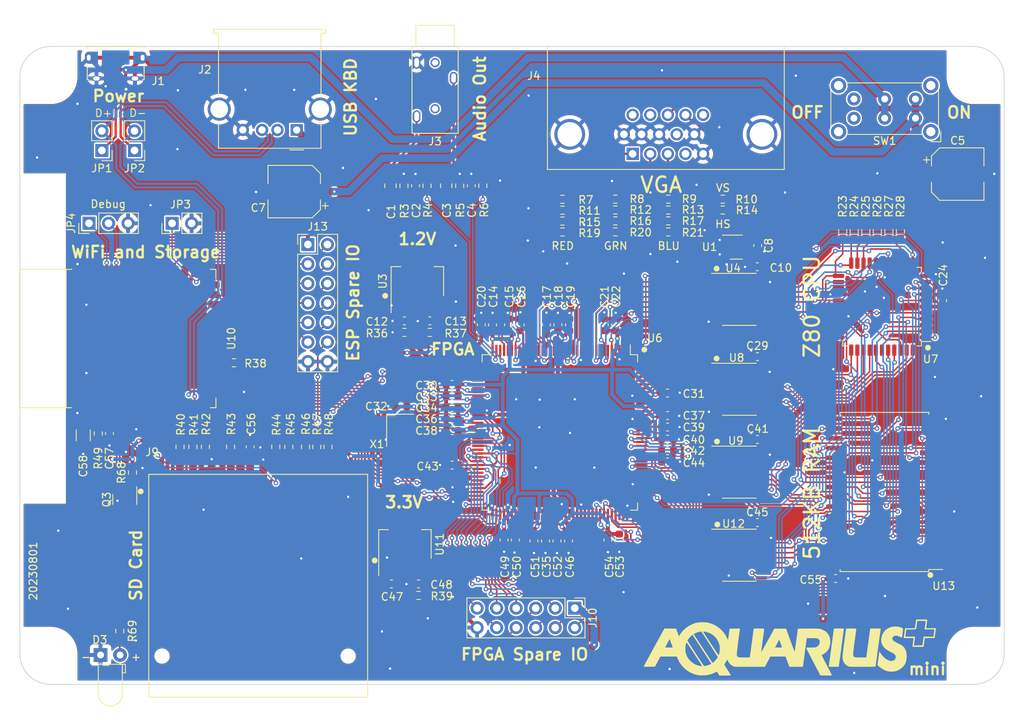
<source format=kicad_pcb>
(kicad_pcb (version 20221018) (generator pcbnew)
  (layers (0 "F.Cu" signal) (31 "B.Cu" signal) (34 "B.Paste" user) (35 "F.Paste" user) (36 "B.SilkS" user "B.Silkscreen") (37 "F.SilkS" user "F.Silkscreen") (38 "B.Mask" user) (39 "F.Mask" user) (44 "Edge.Cuts" user))
  (net 0 "")
  (net 1 "+1V2")
  (net 2 "GND")
  (net 3 "+3V3")
  (net 4 "+5V")
  (net 5 "SD_WP#")
  (net 6 "FPGA_EXP0")
  (net 7 "FPGA_EXP1")
  (net 8 "FPGA_EXP2")
  (net 9 "FPGA_EXP3")
  (net 10 "FPGA_EXP4")
  (net 11 "FPGA_EXP5")
  (net 12 "FPGA_EXP6")
  (net 13 "ESP_EXP0")
  (net 14 "ESP_EXP1")
  (net 15 "ESP_EXP2")
  (net 16 "ESP_EXP3")
  (net 17 "ESP_EXP4")
  (net 18 "ESP_EXP5")
  (net 19 "ESP_EXP6")
  (net 20 "ESP_EXP7")
  (net 21 "ESP_USB_D-")
  (net 22 "ESP_USB_D+")
  (net 23 "CASSETTE_IN")
  (net 24 "SPI_CS#")
  (net 25 "SD_CD")
  (net 26 "FPGA_PROG#")
  (net 27 "HC1_D04")
  (net 28 "FPGA_DONE")
  (net 29 "SPI_SCLK")
  (net 30 "HC1_D03")
  (net 31 "HC1_D05")
  (net 32 "HC1_D02")
  (net 33 "SD_MISO")
  (net 34 "SD_MOSI")
  (net 35 "SD_SSEL#")
  (net 36 "SD_SCK")
  (net 37 "CASSETTE_OUT")
  (net 38 "VGA_R3")
  (net 39 "VGA_R2")
  (net 40 "VGA_R1")
  (net 41 "VGA_R0")
  (net 42 "VGA_G3")
  (net 43 "VGA_G2")
  (net 44 "VGA_G1")
  (net 45 "VGA_G0")
  (net 46 "VGA_B3")
  (net 47 "VGA_B2")
  (net 48 "VGA_B1")
  (net 49 "VGA_B0")
  (net 50 "VGA_VSYNC")
  (net 51 "VGA_HSYNC")
  (net 52 "INT#")
  (net 53 "NMI#")
  (net 54 "BUSREQ#")
  (net 55 "BUSACK#")
  (net 56 "WAIT#")
  (net 57 "RESET#")
  (net 58 "SD_ACTIVITY")
  (net 59 "HC1_D06")
  (net 60 "HC1_D01")
  (net 61 "HC1_D07")
  (net 62 "HC1_D00")
  (net 63 "HC2_D04")
  (net 64 "HC2_D03")
  (net 65 "AUDIO_L")
  (net 66 "AUDIO_R")
  (net 67 "HC2_D05")
  (net 68 "HC2_D02")
  (net 69 "HC2_D06")
  (net 70 "HC2_D01")
  (net 71 "HC2_D07")
  (net 72 "HC2_D00")
  (net 75 "VBUS")
  (net 76 "ESP_CTS")
  (net 77 "ESP_RX")
  (net 78 "ESP_RTS")
  (net 79 "ESP_TX")
  (net 80 "PRINTER_IN")
  (net 81 "PRINTER_OUT")
  (net 82 "ESP_NOTIFY")
  (net 83 "SYSCLK")
  (net 84 "SPI_MISO")
  (net 85 "SPI_MOSI")
  (net 86 "FPGA_INT#")
  (net 87 "FPGA_WR#")
  (net 88 "FPGA_BUSREQ#")
  (net 89 "FPGA_RESET#")
  (net 90 "RAM_CE#")
  (net 91 "FPGA_BUSACK#")
  (net 92 "FPGA_PHI")
  (net 93 "FPGA_CART_CE#")
  (net 94 "FPGA_RD#")
  (net 95 "FPGA_IORQ#")
  (net 96 "FPGA_MREQ#")
  (net 97 "FPGA_D7")
  (net 98 "FPGA_D6")
  (net 99 "FPGA_D5")
  (net 100 "FPGA_D4")
  (net 101 "FPGA_D3")
  (net 102 "FPGA_D2")
  (net 103 "FPGA_D1")
  (net 104 "FPGA_D0")
  (net 105 "BA18")
  (net 106 "BA17")
  (net 107 "FPGA_A12")
  (net 108 "FPGA_A11")
  (net 109 "FPGA_A10")
  (net 110 "FPGA_A14")
  (net 111 "FPGA_A13")
  (net 112 "BA14")
  (net 113 "FPGA_A15")
  (net 114 "BA16")
  (net 115 "BA15")
  (net 116 "FPGA_A9")
  (net 117 "FPGA_A8")
  (net 118 "FPGA_A7")
  (net 119 "FPGA_A6")
  (net 120 "FPGA_A5")
  (net 121 "FPGA_A4")
  (net 122 "FPGA_A3")
  (net 123 "FPGA_A2")
  (net 124 "FPGA_A1")
  (net 125 "FPGA_A0")
  (net 126 "A9")
  (net 127 "A8")
  (net 128 "A7")
  (net 129 "A6")
  (net 130 "A5")
  (net 131 "A4")
  (net 132 "A3")
  (net 133 "A2")
  (net 134 "A1")
  (net 135 "A0")
  (net 136 "D3")
  (net 137 "D2")
  (net 138 "D1")
  (net 139 "D0")
  (net 140 "A15")
  (net 141 "A14")
  (net 142 "A13")
  (net 143 "A12")
  (net 144 "A11")
  (net 145 "A10")
  (net 146 "WR#")
  (net 147 "RD#")
  (net 148 "IORQ#")
  (net 149 "MREQ#")
  (net 150 "M1#")
  (net 151 "D7")
  (net 152 "D6")
  (net 153 "D5")
  (net 154 "D4")
  (net 155 "PHI")
  (net 156 "HALT#")
  (net 157 "RFSH#")
  (net 158 "RAM_WE#")
  (net 160 "HC1_D08")
  (net 161 "HC2_D08")
  (net 162 "FPGA_EXP7")
  (net 163 "FPGA_EXP8")
  (net 164 "FPGA_EXP9")
  (net 165 "ESP_EXP8")
  (net 166 "ESP_EXP10")
  (net 167 "ESP_EXP9")
  (net 168 "Net-(C1-Pad1)")
  (net 169 "Net-(C1-Pad2)")
  (net 170 "Net-(C3-Pad1)")
  (net 171 "Net-(C3-Pad2)")
  (net 172 "Net-(U3-VI)")
  (net 173 "Net-(U11-VI)")
  (net 174 "Net-(U10-EN)")
  (net 175 "Net-(D3-A)")
  (net 176 "/USB_D+")
  (net 178 "Net-(J4-Pad1)")
  (net 179 "Net-(J4-Pad2)")
  (net 180 "Net-(J4-Pad3)")
  (net 185 "Net-(J4-Pad13)")
  (net 186 "Net-(J4-Pad14)")
  (net 188 "Net-(J9-CD{slash}DAT3)")
  (net 189 "Net-(J9-CMD)")
  (net 190 "Net-(J9-CLK)")
  (net 191 "Net-(J9-DAT0)")
  (net 192 "Net-(J9-DAT1)")
  (net 193 "Net-(J9-DAT2)")
  (net 194 "Net-(J9-WRITE_PROTECT)")
  (net 195 "Net-(JP3-A)")
  (net 196 "Net-(JP4-Pin_1)")
  (net 197 "Net-(JP4-Pin_2)")
  (net 198 "Net-(U6-B2_IO_CCLK)")
  (net 207 "/USB_D-")
  (footprint "Capacitor_SMD:C_0603_1608Metric" (layer "F.Cu") (at 140.997 79.2062 90)
    (fp_text reference "C21")
    (fp_text value "4.7uF")
  )
  (footprint "Resistor_SMD:R_0603_1608Metric" (layer "F.Cu") (at 173.4975 67.0631 -90)
    (fp_text reference "R24")
    (fp_text value "1k")
  )
  (footprint "Resistor_SMD:R_0603_1608Metric" (layer "F.Cu") (at 75.2 93.35 90)
    (fp_text reference "R49")
    (fp_text value "10k")
  )
  (footprint "Package_SO:SSOP-32_11.305x20.495mm_P1.27mm" (layer "F.Cu") (at 177.4227 100.965 180)
    (fp_text reference "U13")
    (fp_text value "IS61C5128AS-25QLI")
  )
  (footprint "Connector_PinHeader_2.54mm:PinHeader_1x02_P2.54mm_Vertical" (layer "F.Cu") (at 84.8042 66.007 90)
    (fp_text reference "JP3")
    (fp_text value "Bootloader")
  )
  (footprint "Resistor_SMD:R_0603_1608Metric" (layer "F.Cu") (at 103.6117 95.0982 -90)
    (fp_text reference "R47")
    (fp_text value "10k")
  )
  (footprint "aquarius-plus:aqplus_logo" (layer "F.Cu") (at 165.088978 121.199549)
    (fp_text reference "#G1" hide)
    (fp_text value "LOGO" hide)
  )
  (footprint "Resistor_SMD:R_0603_1608Metric" (layer "F.Cu") (at 142.4345 67.1201)
    (fp_text reference "R20")
    (fp_text value "4300")
  )
  (footprint "Resistor_SMD:R_0603_1608Metric" (layer "F.Cu") (at 149.3193 64.282)
    (fp_text reference "R13")
    (fp_text value "1070")
  )
  (footprint "Capacitor_SMD:C_0603_1608Metric" (layer "F.Cu") (at 136.35 107.3375 -90)
    (fp_text reference "C46")
    (fp_text value "100nF")
  )
  (footprint "Capacitor_SMD:C_0603_1608Metric" (layer "F.Cu") (at 123.6994 61.1238 90)
    (fp_text reference "C4")
    (fp_text value "100nF")
  )
  (footprint "Package_TO_SOT_SMD:SOT-223-3_TabPin2" (layer "F.Cu") (at 116.693327 73.5507 90)
    (fp_text reference "U3")
    (fp_text value "LD1117S12")
  )
  (footprint "Capacitor_SMD:C_0603_1608Metric" (layer "F.Cu") (at 134.85 107.3375 -90)
    (fp_text reference "C52")
    (fp_text value "100nF")
  )
  (footprint "Resistor_SMD:R_0603_1608Metric" (layer "F.Cu") (at 102.1503 95.0975 -90)
    (fp_text reference "R46")
    (fp_text value "100")
  )
  (footprint "Package_QFP:TQFP-144_20x20mm_P0.5mm" (layer "F.Cu") (at 135.22 93.2125 -90)
    (fp_text reference "U6")
    (fp_text value "XC6SLX9-2TQG144C")
  )
  (footprint "MountingHole:MountingHole_3.2mm_M3" (layer "F.Cu") (at 189 122)
    (fp_text reference "H4" hide)
    (fp_text value "MountingHole")
  )
  (footprint "Resistor_SMD:R_0603_1608Metric" (layer "F.Cu") (at 135.5636 65.7167)
    (fp_text reference "R15")
    (fp_text value "2150")
  )
  (footprint "MountingHole:MountingHole_3.2mm_M3" (layer "F.Cu") (at 69 122)
    (fp_text reference "H3" hide)
    (fp_text value "MountingHole")
  )
  (footprint "Resistor_SMD:R_0603_1608Metric" (layer "F.Cu") (at 175 67.0631 -90)
    (fp_text reference "R25")
    (fp_text value "1k")
  )
  (footprint "Connector_PinHeader_2.54mm:PinHeader_1x02_P2.54mm_Vertical" (layer "F.Cu") (at 75.6746 56.5254 180)
    (fp_text reference "JP1")
    (fp_text value "USB")
  )
  (footprint "Capacitor_SMD:C_0603_1608Metric" (layer "F.Cu") (at 113.325 112.9256 180)
    (fp_text reference "C47")
    (fp_text value "4.7uF")
  )
  (footprint "Capacitor_SMD:C_0603_1608Metric" (layer "F.Cu") (at 133.35 107.35 -90)
    (fp_text reference "C35")
    (fp_text value "4.7uF")
  )
  (footprint "Capacitor_SMD:C_0603_1608Metric" (layer "F.Cu") (at 171.0718 112.226)
    (fp_text reference "C55")
    (fp_text value "100nF")
  )
  (footprint "Capacitor_SMD:C_0603_1608Metric" (layer "F.Cu") (at 125 79.2088 90)
    (fp_text reference "C20")
    (fp_text value "4.7uF")
  )
  (footprint "Capacitor_SMD:C_0805_2012Metric" (layer "F.Cu") (at 120.4494 61.1238 90)
    (fp_text reference "C3")
    (fp_text value "10uF")
  )
  (footprint "Resistor_SMD:R_0603_1608Metric" (layer "F.Cu") (at 172 67.0631 -90)
    (fp_text reference "R23")
    (fp_text value "1k")
  )
  (footprint "Capacitor_SMD:C_0603_1608Metric" (layer "F.Cu") (at 136.47 79.2125 90)
    (fp_text reference "C19")
    (fp_text value "100nF")
  )
  (footprint "Resistor_SMD:R_0603_1608Metric" (layer "F.Cu") (at 117.9457 61.1323 90)
    (fp_text reference "R4")
    (fp_text value "330")
  )
  (footprint "Connector_PinHeader_2.54mm:PinHeader_2x06_P2.54mm_Vertical" (layer "F.Cu") (at 137.16 116.08 -90)
    (fp_text reference "J10")
    (fp_text value "FPGA spare")
  )
  (footprint "Capacitor_SMD:C_0603_1608Metric" (layer "F.Cu") (at 94.9549 95.0964 90)
    (fp_text reference "C56")
    (fp_text value "4.7uF")
  )
  (footprint "Capacitor_SMD:C_0603_1608Metric" (layer "F.Cu") (at 116.85 112.9256 180)
    (fp_text reference "C48")
    (fp_text value "4.7uF")
  )
  (footprint "Capacitor_SMD:C_0603_1608Metric" (layer "F.Cu") (at 160.91 104.9414 180)
    (fp_text reference "C45")
    (fp_text value "100nF")
  )
  (footprint "Fiducial:Fiducial_1mm_Mask2mm" (layer "F.Cu") (at 67 52)
    (fp_text reference "FID1" hide)
    (fp_text value "Fiducial")
  )
  (footprint "Button_Switch_THT:SW_E-Switch_EG2219_DPDT_Angled" (layer "F.Cu") (at 181.4575 52.3325 180)
    (fp_text reference "SW1")
    (fp_text value "SW_DPDT_x2")
  )
  (footprint "Resistor_SMD:R_0603_1608Metric" (layer "F.Cu") (at 156.4063 64.2791)
    (fp_text reference "R14")
    (fp_text value "820")
  )
  (footprint "Resistor_SMD:R_0603_1608Metric" (layer "F.Cu") (at 116.85 114.4256)
    (fp_text reference "R39")
    (fp_text value "1")
  )
  (footprint "Resistor_SMD:R_0603_1608Metric" (layer "F.Cu") (at 149.3193 62.8649)
    (fp_text reference "R9")
    (fp_text value "536")
  )
  (footprint "Capacitor_SMD:C_0603_1608Metric" (layer "F.Cu") (at 160.91 94.1314 180)
    (fp_text reference "C41")
    (fp_text value "100nF")
  )
  (footprint "Resistor_SMD:R_0603_1608Metric" (layer "F.Cu") (at 98.2829 95.079 -90)
    (fp_text reference "R44")
    (fp_text value "10k")
  )
  (footprint "Capacitor_SMD:C_0603_1608Metric" (layer "F.Cu") (at 121.22 86.9625 180)
    (fp_text reference "C30")
    (fp_text value "100nF")
  )
  (footprint "Resistor_SMD:R_0603_1608Metric" (layer "F.Cu") (at 114.9494 61.1238 -90)
    (fp_text reference "R3")
    (fp_text value "150")
  )
  (footprint "Capacitor_SMD:C_0603_1608Metric" (layer "F.Cu") (at 128.55 79.2125 90)
    (fp_text reference "C15")
    (fp_text value "100nF")
  )
  (footprint "Resistor_SMD:R_0603_1608Metric" (layer "F.Cu") (at 135.5636 64.2983)
    (fp_text reference "R11")
    (fp_text value "1070")
  )
  (footprint "Connector_PinHeader_2.54mm:PinHeader_1x03_P2.54mm_Vertical" (layer "F.Cu") (at 74 66 90)
    (fp_text reference "JP4")
    (fp_text value "DBG")
  )
  (footprint "Capacitor_SMD:C_0603_1608Metric" (layer "F.Cu") (at 149.22 94.100002)
    (fp_text reference "C40")
    (fp_text value "100nF")
  )
  (footprint "aquarius-plus:AMPHENOL_10118194-0001LF" (layer "F.Cu") (at 77.467152 44.459469 180)
    (fp_text reference "J1")
    (fp_text value "Power in")
  )
  (footprint "Resistor_SMD:R_0603_1608Metric" (layer "F.Cu") (at 85.8358 95.0966 90)
    (fp_text reference "R40")
    (fp_text value "10k")
  )
  (footprint "Resistor_SMD:R_0603_1608Metric" (layer "F.Cu") (at 178 67.05 -90)
    (fp_text reference "R27")
    (fp_text value "1k")
  )
  (footprint "Package_TO_SOT_SMD:SOT-223-3_TabPin2" (layer "F.Cu") (at 115.0775 107.7756 90)
    (fp_text reference "U11")
    (fp_text value "LDL1117S33R")
  )
  (footprint "Capacitor_SMD:C_0603_1608Metric" (layer "F.Cu") (at 121.208 88.4764 180)
    (fp_text reference "C33")
    (fp_text value "4.7uF")
  )
  (footprint "Resistor_SMD:R_0603_1608Metric" (layer "F.Cu") (at 142.4334 65.697)
    (fp_text reference "R16")
    (fp_text value "2150")
  )
  (footprint "Capacitor_SMD:C_0603_1608Metric" (layer "F.Cu") (at 160.91 83.3514 180)
    (fp_text reference "C29")
    (fp_text value "100nF")
  )
  (footprint "Connector_PinHeader_2.54mm:PinHeader_2x07_P2.54mm_Vertical" (layer "F.Cu") (at 102.46 68.76)
    (fp_text reference "J13")
    (fp_text value "ESP32 spare")
  )
  (footprint "Connector_PinHeader_2.54mm:PinHeader_1x02_P2.54mm_Vertical" (layer "F.Cu") (at 79.9146 56.5254 180)
    (fp_text reference "JP2")
    (fp_text value "USB")
  )
  (footprint "Capacitor_SMD:C_0603_1608Metric" (layer "F.Cu") (at 149.225 95.6)
    (fp_text reference "C42")
    (fp_text value "100nF")
  )
  (footprint "Resistor_SMD:R_0603_1608Metric" (layer "F.Cu") (at 149.3155 65.693)
    (fp_text reference "R17")
    (fp_text value "2150")
  )
  (footprint "Capacitor_SMD:C_0603_1608Metric" (layer "F.Cu") (at 127.97 107.2125 -90)
    (fp_text reference "C49")
    (fp_text value "100nF")
  )
  (footprint "Resistor_SMD:R_0603_1608Metric" (layer "F.Cu") (at 149.3193 67.1281)
    (fp_text reference "R21")
    (fp_text value "4300")
  )
  (footprint "Fiducial:Fiducial_1mm_Mask2mm" (layer "F.Cu") (at 67 117)
    (fp_text reference "FID3" hide)
    (fp_text value "Fiducial")
  )
  (footprint "Resistor_SMD:R_0603_1608Metric" (layer "F.Cu") (at 115.006627 80.2)
    (fp_text reference "R36")
    (fp_text value "100")
  )
  (footprint "Capacitor_SMD:C_0603_1608Metric" (layer "F.Cu") (at 76.6597 93.3504 -90)
    (fp_text reference "C57")
    (fp_text value "100nF")
  )
  (footprint "Resistor_SMD:R_0603_1608Metric" (layer "F.Cu") (at 79.65 98.45 90)
    (fp_text reference "R68")
    (fp_text value "10k" hide)
  )
  (footprint "Resistor_SMD:R_0603_1608Metric" (layer "F.Cu") (at 78 119.05 -90)
    (fp_text reference "R69")
    (fp_text value "220")
  )
  (footprint "aquarius-plus:TF-03A" (layer "F.Cu") (at 96 98.67)
    (fp_text reference "J9")
    (fp_text value "TF-03A")
  )
  (footprint "Resistor_SMD:R_0603_1608Metric" (layer "F.Cu") (at 92.411 95.0826 -90)
    (fp_text reference "R43")
    (fp_text value "100")
  )
  (footprint "Capacitor_SMD:C_0603_1608Metric" (layer "F.Cu") (at 184.982873 76.075 90)
    (fp_text reference "C24")
    (fp_text value "100nF")
  )
  (footprint "Resistor_SMD:R_0603_1608Metric" (layer "F.Cu") (at 176.5 67.0631 -90)
    (fp_text reference "R26")
    (fp_text value "1k")
  )
  (footprint "Package_QFP:LQFP-44_10x10mm_P0.8mm" (layer "F.Cu") (at 177.1075 76.8481 180)
    (fp_text reference "U7")
    (fp_text value "Z84C0010AEG")
  )
  (footprint "aquarius-plus:ICD15S13E4GV00LF" (layer "F.Cu") (at 149 43 180)
    (fp_text reference "J4")
    (fp_text value "VGA")
  )
  (footprint "Package_SO:TSSOP-20_4.4x6.5mm_P0.65mm" (layer "F.Cu") (at 158.5466 75.905)
    (fp_text reference "U4")
    (fp_text value "SN74CB3T3245PWR")
  )
  (footprint "Capacitor_SMD:C_0603_1608Metric" (layer "F.Cu") (at 149.22 91.0125)
    (fp_text reference "C37")
    (fp_text value "100nF")
  )
  (footprint "Capacitor_SMD:C_0603_1608Metric" (layer "F.Cu") (at 149.22 92.5125)
    (fp_text reference "C39")
    (fp_text value "100nF")
  )
  (footprint "Resistor_SMD:R_0603_1608Metric" (layer "F.Cu") (at 125.2066 61.1184 90)
    (fp_text reference "R6")
    (fp_text value "330")
  )
  (footprint "Connector_USB:USB_A_Molex_67643_Horizontal" (layer "F.Cu") (at 101 53.86 180)
    (fp_text reference "J2")
    (fp_text value "ESP USB Host")
  )
  (footprint "MountingHole:MountingHole_3.2mm_M3" (layer "F.Cu") (at 69 47)
    (fp_text reference "H1" hide)
    (fp_text value "MountingHole")
  )
  (footprint "Package_SO:TSSOP-20_4.4x6.5mm_P0.65mm" (layer "F.Cu") (at 158.56 98.3814)
    (fp_text reference "U9")
    (fp_text value "SN74CB3T3245PWR")
  )
  (footprint "Resistor_SMD:R_0603_1608Metric" (layer "F.Cu") (at 99.9811 95.0926 -90)
    (fp_text reference "R45")
    (fp_text value "100")
  )
  (footprint "Capacitor_SMD:C_0603_1608Metric" (layer "F.Cu") (at 126.47 79.2125 90)
    (fp_text reference "C14")
    (fp_text value "100nF")
  )
  (footprint "Capacitor_SMD:C_0603_1608Metric" (layer "F.Cu") (at 121.22 97.4625 180)
    (fp_text reference "C43")
    (fp_text value "100nF")
  )
  (footprint "Capacitor_SMD:C_0603_1608Metric" (layer "F.Cu") (at 131.85 107.3375 -90)
    (fp_text reference "C51")
    (fp_text value "100nF")
  )
  (footprint "LED_THT:LED_D3.0mm_Horizontal_O1.27mm_Z2.0mm" (layer "F.Cu") (at 75.5 122.175)
    (fp_text reference "D3")
    (fp_text value "SD act.")
  )
  (footprint "Package_SO:TSSOP-20_4.4x6.5mm_P0.65mm" (layer "F.Cu") (at 158.56 87.6014)
    (fp_text reference "U8")
    (fp_text value "SN74CB3T3245PWR")
  )
  (footprint "Resistor_SMD:R_0603_1608Metric" (layer "F.Cu") (at 142.4345 64.2739)
    (fp_text reference "R12")
    (fp_text value "1070")
  )
  (footprint "Resistor_SMD:R_0603_1608Metric" (layer "F.Cu") (at 135.5636 67.135)
    (fp_text reference "R19")
    (fp_text value "4300")
  )
  (footprint "Resistor_SMD:R_0603_1608Metric" (layer "F.Cu") (at 122.1994 61.1238 -90)
    (fp_text reference "R5")
    (fp_text value "150")
  )
  (footprint "MountingHole:MountingHole_3.2mm_M3" (layer "F.Cu") (at 189 47)
    (fp_text reference "H2" hide)
    (fp_text value "MountingHole")
  )
  (footprint "Capacitor_SMD:C_0603_1608Metric" (layer "F.Cu") (at 121.22 91.4625 180)
    (fp_text reference "C36")
    (fp_text value "100nF")
  )
  (footprint "Capacitor_SMD:C_0603_1608Metric" (layer "F.Cu") (at 160.8966 71.655 180)
    (fp_text reference "C10")
    (fp_text value "100nF")
  )
  (footprint "Capacitor_SMD:CP_Elec_6.3x7.7" (layer "F.Cu") (at 100.68 61.88 180)
    (fp_text reference "C7")
    (fp_text value "100uF")
  )
  (footprint "Capacitor_SMD:C_0603_1608Metric" (layer "F.Cu") (at 116.4494 61.1238 90)
    (fp_text reference "C2")
    (fp_text value "100nF")
  )
  (footprint "Oscillator:Oscillator_SMD_SeikoEpson_SG8002CE-4Pin_3.2x2.5mm" (layer "F.Cu") (at 114.45 92.95 -90)
    (fp_text reference "X1")
    (fp_text value "SX3M14.31818M20F30TNN")
  )
  (footprint "Capacitor_SMD:C_0603_1608Metric" (layer "F.Cu") (at 149.2212 88.0906)
    (fp_text reference "C31")
    (fp_text value "100nF")
  )
  (footprint "Capacitor_SMD:C_0603_1608Metric" (layer "F.Cu") (at 142.95 107.218 -90)
    (fp_text reference "C53")
    (fp_text value "4.7uF")
  )
  (footprint "Capacitor_SMD:C_0603_1608Metric" (layer "F.Cu") (at 130.05 79.2125 90)
    (fp_text reference "C16")
    (fp_text value "100nF")
  )
  (footprint "Capacitor_SMD:C_0603_1608Metric" (layer "F.Cu") (at 121.2201 92.9912 180)
    (fp_text reference "C38")
    (fp_text value "100nF")
  )
  (footprint "Package_SO:TSSOP-20_4.4x6.5mm_P0.65mm" (layer "F.Cu") (at 158.56 109.1914)
    (fp_text reference "U12")
    (fp_text value "SN74CB3T3245PWR")
  )
  (footprint "Capacitor_SMD:C_1206_3216Metric" (layer "F.Cu") (at 73.25 93.6 -90)
    (fp_text reference "C58")
    (fp_text value "22uF")
  )
  (footprint "aquarius-plus:C2939180" (layer "F.Cu") (at 119 48)
    (fp_text reference "J3")
    (fp_text value "Audio out")
  )
  (footprint "Resistor_SMD:R_0603_1608Metric" (layer "F.Cu") (at 89.1307 95.0917 -90)
    (fp_text reference "R42")
    (fp_text value "10k")
  )
  (footprint "Capacitor_SMD:C_0603_1608Metric" (layer "F.Cu") (at 114.55 89.82 180)
    (fp_text reference "C32")
    (fp_text value "100nF")
  )
  (footprint "Capacitor_SMD:C_0603_1608Metric" (layer "F.Cu") (at 118.306627 78.7 180)
    (fp_text reference "C13")
    (fp_text value "4.7uF")
  )
  (footprint "Capacitor_SMD:C_0603_1608Metric" (layer "F.Cu") (at 129.4261 107.2103 -90)
    (fp_text reference "C50")
    (fp_text value "4.7uF")
  )
  (footprint "Resistor_SMD:R_0603_1608Metric" (layer "F.Cu") (at 118.306627 80.2)
    (fp_text reference "R37")
    (fp_text value "1")
  )
  (footprint "Resistor_SMD:R_0603_1608Metric" (layer "F.Cu") (at 135.5636 62.88)
    (fp_text reference "R7")
    (fp_text value "536")
  )
  (footprint "Resistor_SMD:R_0603_1608Metric" (layer "F.Cu") (at 156.4045 62.866)
    (fp_text reference "R10")
    (fp_text value "820")
  )
  (footprint "aquarius-plus:ESP32-S2-SOLO-N4R2" (layer "F.Cu") (at 65 81 90)
    (fp_text reference "U10")
    (fp_text value "ESP32-S3-WROOM-1-N4R2")
  )
  (footprint "Capacitor_SMD:C_0603_1608Metric" (layer "F.Cu") (at 115.006627 78.7 180)
    (fp_text reference "C12")
    (fp_text value "4.7uF")
  )
  (footprint "Capacitor_SMD:C_0603_1608Metric" (layer "F.Cu") (at 141.47 107.2125 -90)
    (fp_text reference "C54")
    (fp_text value "100nF")
  )
  (footprint "Capacitor_SMD:C_0603_1608Metric" (layer "F.Cu") (at 142.47 79.2125 90)
    (fp_text reference "C22")
    (fp_text value "100nF")
  )
  (footprint "Package_TO_SOT_SMD:SOT-23" (layer "F.Cu") (at 78.65 101.95 -90)
    (fp_text reference "Q3")
    (fp_text value "2N7002")
  )
  (footprint "Resistor_SMD:R_0603_1608Metric" (layer "F.Cu") (at 179.5 67.0631 -90)
    (fp_text reference "R28")
    (fp_text value "1k")
  )
  (footprint "Capacitor_SMD:C_0603_1608Metric" (layer "F.Cu") (at 160.95 68.9 -90)
    (fp_text reference "C8")
    (fp_text value "100nF")
  )
  (footprint "Capacitor_SMD:C_0805_2012Metric" (layer "F.Cu") (at 113.1994 61.1238 90)
    (fp_text reference "C1")
    (fp_text value "10uF")
  )
  (footprint "Resistor_SMD:R_0603_1608Metric" (layer "F.Cu") (at 105.0683 95.0975 90)
    (fp_text reference "R48")
    (fp_text value "10k")
  )
  (footprint "Capacitor_SMD:C_0603_1608Metric" (layer "F.Cu") (at 149.2238 97.0583)
    (fp_text reference "C44")
    (fp_text value "4.7uF")
  )
  (footprint "Capacitor_SMD:C_0603_1608Metric" (layer "F.Cu") (at 121.2041 89.9832 180)
    (fp_text reference "C34")
    (fp_text value "4.7uF")
  )
  (footprint "Resistor_SMD:R_0603_1608Metric" (layer "F.Cu") (at 87.5053 95.0941 -90)
    (fp_text reference "R41")
    (fp_text value "100")
  )
  (footprint "Capacitor_SMD:CP_Elec_6.3x7.7" (layer "F.Cu") (at 186.95 59.6)
    (fp_text reference "C5")
    (fp_text value "100uF")
  )
  (footprint "Resistor_SMD:R_0603_1608Metric" (layer "F.Cu") (at 142.4345 62.8629)
    (fp_text reference "R8")
    (fp_text value "536")
  )
  (footprint "Fiducial:Fiducial_1mm_Mask2mm" (layer "F.Cu") (at 191 52)
    (fp_text reference "FID2" hide)
    (fp_text value "Fiducial")
  )
  (footprint "Package_TO_SOT_SMD:SOT-23-5" (layer "F.Cu") (at 158.1625 69.1)
    (fp_text reference "U1")
    (fp_text value "SN74AHCT1G125DBVR")
  )
  (footprint "Capacitor_SMD:C_0603_1608Metric" (layer "F.Cu") (at 133.47 79.2125 90)
    (fp_text reference "C17")
    (fp_text value "100nF")
  )
  (footprint "Resistor_SMD:R_0603_1608Metric" (layer "F.Cu") (at 92.85 84.15)
    (fp_text reference "R38")
    (fp_text value "220")
  )
  (footprint "Capacitor_SMD:C_0603_1608Metric" (layer "F.Cu") (at 134.97 79.2125 90)
    (fp_text reference "C18")
    (fp_text value "100nF")
  )
  (gr_circle (center 111.142223 109.879875) (end 111.442223 109.879875) (stroke (width 0.15)) (fill solid) (layer "F.SilkS"))
  (gr_circle (center 80.718128 100.890806) (end 81.018128 100.890806) (stroke (width 0.15)) (fill solid) (layer "F.SilkS"))
  (gr_circle (center 183.395702 111.77155) (end 183.695702 111.77155) (stroke (width 0.15)) (fill solid) (layer "F.SilkS"))
  (gr_circle (center 112.51359 75.433483) (end 112.81359 75.433483) (stroke (width 0.15)) (fill solid) (layer "F.SilkS"))
  (gr_circle (center 155.6 83.6) (end 155.9 83.6) (stroke (width 0.15)) (fill solid) (layer "F.SilkS"))
  (gr_circle (center 183.084089 82.185583) (end 183.384089 82.185583) (stroke (width 0.15)) (fill solid) (layer "F.SilkS"))
  (gr_circle (center 146.204452 82.448383) (end 146.504452 82.448383) (stroke (width 0.15)) (fill solid) (layer "F.SilkS"))
  (gr_circle (center 155.7 105.2) (end 156 105.2) (stroke (width 0.15)) (fill solid) (layer "F.SilkS"))
  (gr_circle (center 155.6 71.9) (end 155.9 71.9) (stroke (width 0.15)) (fill solid) (layer "F.SilkS"))
  (gr_circle (center 155.65 94.392676) (end 155.95 94.392676) (stroke (width 0.15)) (fill solid) (layer "F.SilkS"))
  (gr_line (start 69 126) (end 189 126) (stroke (width 0.1)) (layer "Edge.Cuts"))
  (gr_arc (start 65 47) (mid 66.171573 44.171573) (end 69 43) (stroke (width 0.1)) (layer "Edge.Cuts"))
  (gr_arc (start 69 126) (mid 66.171573 124.828427) (end 65 122) (stroke (width 0.1)) (layer "Edge.Cuts"))
  (gr_line (start 69 43) (end 189 43) (stroke (width 0.1)) (layer "Edge.Cuts"))
  (gr_arc (start 189 43) (mid 191.828427 44.171573) (end 193 47) (stroke (width 0.1)) (layer "Edge.Cuts"))
  (gr_line (start 65 47) (end 65 122) (stroke (width 0.1)) (layer "Edge.Cuts"))
  (gr_arc (start 193 122) (mid 191.828427 124.828427) (end 189 126) (stroke (width 0.1)) (layer "Edge.Cuts"))
  (gr_line (start 193 47) (end 193 122) (stroke (width 0.1)) (layer "Edge.Cuts"))
  (gr_text "VS" (at 156.427459 61.40568) (layer "F.SilkS") (effects (font (size 1 1))))
  (gr_text "RED" (at 135.59603 68.948934) (layer "F.SilkS") (effects (font (size 1 1))))
  (gr_text "Z80 CPU" (at 168 76.842951 90) (layer "F.SilkS") (effects (font (size 2 2) (thickness 0.3))))
  (gr_text "SD Card" (at 80.1 115.3 90) (layer "F.SilkS") (effects (font (size 1.5 1.5) (thickness 0.3)) (justify left)))
  (gr_text "Debug" (at 76.5 63.5) (layer "F.SilkS") (effects (font (size 1 1))))
  (gr_text "FPGA Spare IO" (at 130.65 122.1) (layer "F.SilkS") (effects (font (size 1.5 1.5) (thickness 0.3))))
  (gr_text "-" (at 72.868129 122.427412) (layer "F.SilkS") (effects (font (size 1 1)) (justify left)))
  (gr_text "WiFi and Storage" (at 71.5 69.75) (layer "F.SilkS") (effects (font (size 1.5 1.5) (thickness 0.3)) (justify left)))
  (gr_text "ON" (at 187.152084 51.58135) (layer "F.SilkS") (effects (font (size 1.5 1.5) (thickness 0.3))))
  (gr_text "1.2V" (at 116.693295 68.050713) (layer "F.SilkS") (effects (font (size 1.5 1.5) (thickness 0.3))))
  (gr_text "D+" (at 74.693073 51.670351) (layer "F.SilkS") (effects (font (size 1 1) (thickness 0.125)) (justify left)))
  (gr_text "3.3V" (at 114.95 102.3) (layer "F.SilkS") (effects (font (size 1.5 1.5) (thickness 0.3))))
  (gr_text "Audio Out" (at 124.81 55.5 90) (layer "F.SilkS") (effects (font (size 1.5 1.5) (thickness 0.3)) (justify left)))
  (gr_text "HS" (at 156.427459 66.113606) (layer "F.SilkS") (effects (font (size 1 1))))
  (gr_text "FPGA" (at 121.294148 82.401391) (layer "F.SilkS") (effects (font (size 1.5 1.5) (thickness 0.3))))
  (gr_text "GRN" (at 142.475818 68.948934) (layer "F.SilkS") (effects (font (size 1 1))))
  (gr_text "D-" (at 79.15 51.65) (layer "F.SilkS") (effects (font (size 1 1) (thickness 0.125)) (justify left)))
  (gr_text "BLU" (at 149.376593 68.948934) (layer "F.SilkS") (effects (font (size 1 1))))
  (gr_text "OFF" (at 167.416444 51.58135) (layer "F.SilkS") (effects (font (size 1.5 1.5) (thickness 0.3))))
  (gr_text "mini" (at 183 124) (layer "F.SilkS") (effects (font (size 1.5 1.5) (thickness 0.3) bold)))
  (gr_text "512KB RAM" (at 168 101.149994 90) (layer "F.SilkS") (effects (font (size 2 2) (thickness 0.3))))
  (gr_text "+" (at 79.395539 122.419623) (layer "F.SilkS") (effects (font (size 1 1)) (justify left)))
  (gr_text "Power" (at 74.3 49.45) (layer "F.SilkS") (effects (font (size 1.5 1.5) (thickness 0.3)) (justify left)))
  (gr_text "ESP Spare IO" (at 108.335 76.335 90) (layer "F.SilkS") (effects (font (size 1.5 1.5) (thickness 0.3))))
  (gr_text "20230801" (at 66.75 111.25 90) (layer "F.SilkS") (effects (font (size 1 1))))
  (gr_text "VGA" (at 148.4 61) (layer "F.SilkS") (effects (font (size 2 2) (thickness 0.3))))
  (gr_text "USB KBD" (at 108.015856 54.849901 90) (layer "F.SilkS") (effects (font (size 1.5 1.5) (thickness 0.3)) (justify left)))
  (segment (start 125.4 83.4) (end 127.05 85.05) (width 0.5) (layer "F.Cu") (net 1))
  (segment (start 134.8245 101.7545) (end 134.47 101.4) (width 0.25) (layer "F.Cu") (net 1))
  (segment (start 130.47 90.9) (end 142.1875 90.9) (width 0.5) (layer "F.Cu") (net 1))
  (segment (start 134.47 101.4) (end 134.47 100.02) (width 0.25) (layer "F.Cu") (net 1))
  (segment (start 130.47 82.55) (end 130.47 80.4075) (width 0.25) (layer "F.Cu") (net 1))
  (segment (start 123.2625 91.9625) (end 123.1 91.8) (width 0.25) (layer "F.Cu") (net 1))
  (segment (start 126.9 90.9) (end 130.27 90.9) (width 0.5) (layer "F.Cu") (net 1))
  (segment (start 130.47 80.4075) (end 130.05 79.9875) (width 0.25) (layer "F.Cu") (net 1))
  (segment (start 116.7 70.407373) (end 116.7 76.694027) (width 1) (layer "F.Cu") (net 1))
  (segment (start 134.97 82.55) (end 134.97 84.1) (width 0.25) (layer "F.Cu") (net 1))
  (segment (start 115.831627 81.231627) (end 115.831627 80.2) (width 0.5) (layer "F.Cu") (net 1))
  (segment (start 134.97 82.55) (end 134.97 79.9875) (width 0.25) (layer "F.Cu") (net 1))
  (segment (start 127.05 85.05) (end 130.47 85.05) (width 0.5) (layer "F.Cu") (net 1))
  (segment (start 145.888672 92.468672) (end 148.133428 92.468672) (width 0.25) (layer "F.Cu") (net 1))
  (segment (start 121.995 91.4625) (end 122.3325 91.8) (width 0.5) (layer "F.Cu") (net 1))
  (segment (start 130.47 85.05) (end 130.47 90.9) (width 0.5) (layer "F.Cu") (net 1))
  (segment (start 116.693327 77.006272) (end 115.781627 77.917972) (width 0.5) (layer "F.Cu") (net 1))
  (segment (start 115.781627 77.917972) (end 115.781627 78.7) (width 0.5) (layer "F.Cu") (net 1))
  (segment (start 133.35 106.575) (end 134.8375 106.575) (width 0.5) (layer "F.Cu") (net 1))
  (segment (start 134.47 103.875) (end 134.47 102.813177) (width 0.25) (layer "F.Cu") (net 1))
  (segment (start 115.831627 81.231627) (end 118 83.4) (width 0.5) (layer "F.Cu") (net 1))
  (segment (start 130.47 84.05) (end 130.47 85.05) (width 0.5) (layer "F.Cu") (net 1))
  (segment (start 121.9791 89.9832) (end 121.9791 91.4466) (width 0.5) (layer "F.Cu") (net 1))
  (segment (start 115.781627 78.7) (end 115.781627 80.15) (width 0.5) (layer "F.Cu") (net 1))
  (segment (start 134.47 102.813177) (end 134.8245 102.458677) (width 0.25) (layer "F.Cu") (net 1))
  (segment (start 134.4 101.33) (end 134.47 101.4) (width 0.5) (layer "F.Cu") (net 1))
  (segment (start 122.3325 91.8) (end 123.1 91.8) (width 0.5) (layer "F.Cu") (net 1))
  (segment (start 134.47 100.02) (end 134.4 99.95) (width 0.25) (layer "F.Cu") (net 1))
  (segment (start 134.4 99.6) (end 134.4 90.95) (width 0.5) (layer "F.Cu") (net 1))
  (segment (start 145.8825 92.4625) (end 143.75 92.4625) (width 0.25) (layer "F.Cu") (net 1))
  (segment (start 134.4 99.6) (end 134.4 101.33) (width 0.5) (layer "F.Cu") (net 1))
  (segment (start 134.8245 102.458677) (end 134.8245 101.7545) (width 0.25) (layer "F.Cu") (net 1))
  (segment (start 142.1875 90.9) (end 143.75 92.4625) (width 0.5) (layer "F.Cu") (net 1))
  (segment (start 134.47 105.45) (end 134.47 103.875) (width 0.25) (layer "F.Cu") (net 1))
  (segment (start 118 83.4) (end 125.4 83.4) (width 0.5) (layer "F.Cu") (net 1))
  (segment (start 134.4 99.95) (end 134.4 99.6) (width 0.5) (layer "F.Cu") (net 1))
  (segment (start 130.47 82.55) (end 130.47 84.05) (width 0.25) (layer "F.Cu") (net 1))
  (segment (start 134.85 105.83) (end 134.47 105.45) (width 0.25) (layer "F.Cu") (net 1))
  (segment (start 134.85 106.5625) (end 134.85 105.83) (width 0.25) (layer "F.Cu") (net 1))
  (segment (start 134.97 84.1) (end 134.97 90.88) (width 0.5) (layer "F.Cu") (net 1))
  (segment (start 124.5575 91.9625) (end 123.2625 91.9625) (width 0.25) (layer "F.Cu") (net 1))
  (via (at 126.9 90.9) (size 0.6) (drill 0.3) (layers "F.Cu" "B.Cu") (net 1))
  (via (at 123.1 91.8) (size 0.6) (drill 0.3) (layers "F.Cu" "B.Cu") (net 1))
  (segment (start 124.025651 91.325) (end 126.475 91.325) (width 0.5) (layer "B.Cu") (net 1))
  (segment (start 123.1 91.8) (end 123.550651 91.8) (width 0.5) (layer "B.Cu") (net 1))
  (segment (start 123.550651 91.8) (end 124.025651 91.325) (width 0.5) (layer "B.Cu") (net 1))
  (segment (start 126.475 91.325) (end 126.9 90.9) (width 0.5) (layer "B.Cu") (net 1))
  (segment (start 76.167152 47.159469) (end 76.167152 48.174486) (width 0.3) (layer "F.Cu") (net 2))
  (segment (start 119.687939 86.9625) (end 119.576539 86.8511) (width 0.5) (layer "F.Cu") (net 2))
  (segment (start 112.55 112.9256) (end 112.55 111.1531) (width 0.5) (layer "F.Cu") (net 2))
  (segment (start 174.515815 75.2481) (end 174.892612 74.871303) (width 0.3) (layer "F.Cu") (net 2))
  (segment (start 160.1 104.028395) (end 160.1 104) (width 0.25) (layer "F.Cu") (net 2))
  (segment (start 89.94 96.706994) (end 89.950644 96.69635) (width 0.25) (layer "F.Cu") (net 2))
  (segment (start 120.445 91.4625) (end 119.659083 91.4625) (width 0.5) (layer "F.Cu") (net 2))
  (segment (start 133.47 77.63476) (end 133.475735 77.629025) (width 0.25) (layer "F.Cu") (net 2))
  (segment (start 80.087723 120.295433) (end 81.440433 120.295433) (width 0.5) (layer "F.Cu") (net 2))
  (segment (start 123.6994 59.578023) (end 123.696749 59.575372) (width 0.25) (layer "F.Cu") (net 2))
  (segment (start 126.47 103.875) (end 126.47 102.832528) (width 0.25) (layer "F.Cu") (net 2))
  (segment (start 157.025 68.15) (end 156.025 68.15) (width 0.5) (layer "F.Cu") (net 2))
  (segment (start 110.535 119.12) (end 112.081757 119.12) (width 0.5) (layer "F.Cu") (net 2))
  (segment (start 125 78.4338) (end 125 77.65) (width 0.5) (layer "F.Cu") (net 2))
  (segment (start 76.467152 44.459469) (end 73.967152 44.459469) (width 0.5) (layer "F.Cu") (net 2))
  (segment (start 162.53 73.63) (end 162.55 73.65) (width 0.25) (layer "F.Cu") (net 2))
  (segment (start 76.6597 94.91965) (end 76.659698 94.91965) (width 0.25) (layer "F.Cu") (net 2))
  (segment (start 144.7125 99.9625) (end 144.7 99.95) (width 0.25) (layer "F.Cu") (net 2))
  (segment (start 113.331833 76.7007) (end 114.393327 76.7007) (width 0.5) (layer "F.Cu") (net 2))
  (segment (start 119.8168 89.9832) (end 119.6 90.2) (width 0.5) (layer "F.Cu") (net 2))
  (segment (start 114.9494 60.2988) (end 114.9494 59.579067) (width 0.5) (layer "F.Cu") (net 2))
  (segment (start 156.909949 112.1164) (end 157.197892 111.828457) (width 0.25) (layer "F.Cu") (net 2))
  (segment (start 119.6625 97.4625) (end 119.65 97.45) (width 0.25) (layer "F.Cu") (net 2))
  (segment (start 131.97 82.55) (end 131.97 83.811009) (width 0.25) (layer "F.Cu") (net 2))
  (segment (start 120.4451 92.9912) (end 119.649028 92.9912) (width 0.5) (layer "F.Cu") (net 2))
  (segment (start 78.467152 44.459469) (end 76.467152 44.459469) (width 0.5) (layer "F.Cu") (net 2))
  (segment (start 128.55 78.4375) (end 128.55 77.761049) (width 0.5) (layer "F.Cu") (net 2))
  (segment (start 128.55 77.761049) (end 128.450999 77.662048) (width 0.5) (layer "F.Cu") (net 2))
  (segment (start 154.594436 78.83) (end 155.6841 78.83) (width 0.25) (layer "F.Cu") (net 2))
  (segment (start 189.65 59.6) (end 191.676224 59.6) (width 0.5) (layer "F.Cu") (net 2))
  (segment (start 76.6597 94.1254) (end 76.6597 94.91965) (width 0.5) (layer "F.Cu") (net 2))
  (segment (start 149.995 92.5125) (end 150.773176 92.5125) (width 0.5) (layer "F.Cu") (net 2))
  (segment (start 129.3205 108.845593) (end 129.4261 108.739993) (width 0.3) (layer "F.Cu") (net 2))
  (segment (start 128.47 102.637744) (end 128.469999 102.637743) (width 0.25) (layer "F.Cu") (net 2))
  (segment (start 141.47 108.793377) (end 141.470514 108.793891) (width 0.25) (layer "F.Cu") (net 2))
  (segment (start 154.618701 90.5264) (end 154.60968 90.535421) (width 0.25) (layer "F.Cu") (net 2))
  (segment (start 160.1216 71.655) (end 159.311998 71.655) (width 0.5) (layer "F.Cu") (net 2))
  (segment (start 150 95.6) (end 150.770931 95.6) (width 0.5) (layer "F.Cu") (net 2))
  (segment (start 137.97 82.55) (end 137.97 83.78) (width 0.25) (layer "F.Cu") (net 2))
  (segment (start 154.592712 101.3064) (end 154.592511 101.306601) (width 0.25) (layer "F.Cu") (net 2))
  (segment (start 112.7775 109.5275) (end 112.75 109.5) (width 0.25) (layer "F.Cu") (net 2))
  (segment (start 80.967152 44.459469) (end 82.399469 44.459469) (width 0.5) (layer "F.Cu") (net 2))
  (segment (start 96.65 98.07) (end 96.65 96.751017) (width 0.5) (layer "F.Cu") (net 2))
  (segment (start 115.2969 112.9256) (end 115.2725 112.95) (width 0.25) (layer "F.Cu") (net 2))
  (segment (start 119.659083 91.4625) (end 119.646016 91.4625) (width 0.25) (layer "F.Cu") (net 2))
  (segment (start 154.569436 78.805) (end 154.594436 78.83) (width 0.25) (layer "F.Cu") (net 2))
  (segment (start 134.85 108.1125) (end 134.85 108.9) (width 0.5) (layer "F.Cu") (net 2))
  (segment (start 126.47 102.832528) (end 126.373411 102.735939) (width 0.25) (layer "F.Cu") (net 2))
  (segment (start 170.399001 75.252899) (end 170.399001 75.262571) (width 0.25) (layer "F.Cu") (net 2))
  (segment (start 137.97 83.78) (end 137.95 83.8) (width 0.25) (layer "F.Cu") (net 2))
  (segment (start 76.167152 48.174486) (end 76.164671 48.176967) (width 0.25) (layer "F.Cu") (net 2))
  (segment (start 142.47 77.653371) (end 142.478399 77.644972) (width 0.25) (layer "F.Cu") (net 2))
  (segment (start 143.97 102.78) (end 144 102.75) (width 0.25) (layer "F.Cu") (net 2))
  (segment (start 136.35 108.1125) (end 136.35 108.9) (width 0.5) (layer "F.Cu") (net 2))
  (segment (start 119.649028 92.9912) (end 119.644461 92.995767) (width 0.25) (layer "F.Cu") (net 2))
  (segment (start 124.5575 92.9625) (end 125.602325 92.9625) (width 0.25) (layer "F.Cu") (net 2))
  (segment (start 144.672502 91.4625) (end 144.672501 91.462501) (width 0.25) (layer "F.Cu") (net 2))
  (segment (start 136.47 77.689512) (end 136.476693 77.682819) (width 0.25) (layer "F.Cu") (net 2))
  (segment (start 126.47 77.654653) (end 126.47 78.4375) (width 0.5) (layer "F.Cu") (net 2))
  (segment (start 140.997 78.4312) (end 140.997 77.603) (width 0.5) (layer "F.Cu") (net 2))
  (segment (start 150.842944 97.0189) (end 150.0382 97.0189) (width 0.5) (layer "F.Cu") (net 2))
  (segment (start 112.92 89.82) (end 112.9 89.8) (width 0.25) (layer "F.Cu") (net 2))
  (segment (start 162.495191 85.3264) (end 162.505217 85.336426) (width 0.25) (layer "F.Cu") (net 2))
  (segment (start 130.05 78.4375) (end 130.05 77.637062) (width 0.5) (layer "F.Cu") (net 2))
  (segment (start 142.47 78.4375) (end 142.47 77.653371) (width 0.5) (layer "F.Cu") (net 2))
  (segment (start 172.720763 112.226) (end 171.8468 112.226) (width 0.5) (layer "F.Cu") (net 2))
  (segment (start 72.49 72.25) (end 72.49 71.31898) (width 0.25) (layer "F.Cu") (net 2))
  (segment (start 72.49 71.31898) (end 72.499327 71.309653) (width 0.25) (layer "F.Cu") (net 2))
  (segment (start 128.47 103.875) (end 128.47 102.637744) (width 0.25) (layer "F.Cu") (net 2))
  (segment (start 114.231627 78.7) (end 113.472652 78.7) (width 0.5) (layer "F.Cu") (net 2))
  (segment (start 171.445 75.2481) (end 170.394202 75.2481) (width 0.5) (layer "F.Cu") (net 2))
  (segment (start 159.250772 71.716226) (end 159.292997 71.674001) (width 0.25) (layer "F.Cu") (net 2))
  (segment (start 124.5575 90.4625) (end 125.630183 90.4625) (width 0.25) (layer "F.Cu") (net 2))
  (segment (start 155.6975 101.3064) (end 154.592712 101.3064) (width 0.25) (layer "F.Cu") (net 2))
  (segment (start 80.967152 44.459469) (end 78.467152 44.459469) (width 0.5) (layer "F.Cu") (net 2))
  (segment (start 122.1994 59.57125) (end 122.204323 59.566327) (width 0.25) (layer "F.Cu") (net 2))
  (segment (start 184.982873 74.532873) (end 184.95 74.5) (width 0.5) (layer "F.Cu") (net 2))
  (segment (start 89.94 98.07) (end 89.94 96.706994) (width 0.5) (layer "F.Cu") (net 2))
  (segment (start 137.97 102.63) (end 138 102.6) (width 0.25) (layer "F.Cu") (net 2))
  (segment (start 119.644461 92.995767) (end 119.644461 92.9995) (width 0.25) (layer "F.Cu") (net 2))
  (segment (start 160.1 104) (end 160.071605 104) (width 0.25) (layer "F.Cu") (net 2))
  (segment (start 125.630183 90.4625) (end 125.729683 90.363) (width 0.25) (layer "F.Cu") (net 2))
  (segment (start 142.95 107.993) (end 142.95 108.75) (width 0.5) (layer "F.Cu") (net 2))
  (segment (start 134.97 77.657191) (end 134.97 78.4375) (width 0.25) (layer "F.Cu") (net 2))
  (segment (start 123.6994 60.3488) (end 123.6994 59.578023) (width 0.5) (layer "F.Cu") (net 2))
  (segment (start 142.97 82.55) (end 142.97 83.7) (width 0.25) (layer "F.Cu") (net 2))
  (segment (start 120.445 86.9625) (end 119.687939 86.9625) (width 0.5) (layer "F.Cu") (net 2))
  (segment (start 131.85 108.1125) (end 131.85 108.9) (width 0.5) (layer "F.Cu") (net 2))
  (segment (start 159.311998 71.655) (end 159.292997 71.674001) (width 0.25) (layer "F.Cu") (net 2))
  (segment (start 150.825788 95.654857) (end 150.825788 95.6995) (width 0.25) (layer "F.Cu") (net 2))
  (segment (start 144.66498 88.4625) (end 144.644203 88.441725) (width 0.25) (layer "F.Cu") (net 2))
  (segment (start 127.97 108.74229) (end 127.97 107.9875) (width 0.5) (layer "F.Cu") (net 2))
  (segment (start 171.445 75.2481) (end 174.515815 75.2481) (width 0.3) (layer "F.Cu") (net 2))
  (segment (start 94.9549 93.569144) (end 94.927659 93.541903) (width 0.25) (layer "F.Cu") (net 2))
  (segment (start 119.646016 91.4625) (end 119.634016 91.4505) (width 0.25) (layer "F.Cu") (net 2))
  (segment (start 161.4225 96.1064) (end 162.519798 96.1064) (width 0.25) (layer "F.Cu") (net 2))
  (segment (start 122.1994 60.2988) (end 122.1994 59.57125) (width 0.5) (layer "F.Cu") (net 2))
  (segment (start 160.135 104.063395) (end 160.1 104.028395) (width 0.25) (layer "F.Cu") (net 2))
  (segment (start 150.789434 88.0906) (end 150.805594 88.07444) (width 0.25) (layer "F.Cu") (net 2))
  (segment (start 170.394202 75.2481) (end 170.399001 75.252899) (width 0.25) (layer "F.Cu") (net 2))
  (segment (start 115.980617 112.9256) (end 115.2969 112.9256) (width 0.5) (layer "F.Cu") (net 2))
  (segment (start 73.25 96.004798) (end 73.24527 96.009528) (width 0.25) (layer "F.Cu") (net 2))
  (segment (start 140.997 77.603) (end 141 77.6) (width 0.5) (layer "F.Cu") (net 2))
  (segment (start 116.4494 59.582192) (end 116.451698 59.579894) (width 0.25) (layer "F.Cu") (net 2))
  (segment (start 123.4375 99.9625) (end 123.1 100.3) (width 0.25) (layer "F.Cu") (net 2))
  (segment (start 156.00413 70.05) (end 156.004129 70.050001) (width 0.3) (layer "F.Cu") (net 2))
  (segment (start 130.05 77.637062) (end 130.0995 77.587562) (width 0.5) (layer "F.Cu") (net 2))
  (segment (start 96.65 96.751017) (end 96.649603 96.75062) (width 0.25) (layer "F.Cu") (net 2))
  (segment (start 77.7 101.0125) (end 77.7 102.1) (width 0.5) (layer "F.Cu") (net 2))
  (segment (start 156.025 68.15) (end 156 68.175) (width 0.3) (layer "F.Cu") (net 2))
  (segment (start 113.775 89.82) (end 112.92 89.82) (width 0.5) (layer "F.Cu") (net 2))
  (segment (start 161.4091 73.63) (end 162.53 73.63) (width 0.25) (layer "F.Cu") (net 2))
  (segment (start 112.081757 119.12) (end 112.093481 119.108276) (width 0.25) (layer "F.Cu") (net 2))
  (segment (start 131.97 83.811009) (end 132.068085 83.909094) (width 0.25) (layer "F.Cu") (net 2))
  (segment (start 73.25 95.075) (end 73.25 96.004798) (width 0.5) (layer "F.Cu") (net 2))
  (segment (start 160.135 82.5818) (end 160.1032 82.55) (width 0.25) (layer "F.Cu") (net 2))
  (segment (start 161.775 69.675) (end 161.8 69.65) (width 0.5) (layer "F.Cu") (net 2))
  (segment (start 120.445 97.4625) (end 119.6625 97.4625) (width 0.5) (layer "F.Cu") (net 2))
  (segment (start 120.433 88.4764) (end 119.66512 88.4764) (width 0.5) (layer "F.Cu") (net 2))
  (segment (start 160.071605 104) (end 160.134002 104.062397) (width 0.25) (layer "F.Cu") (net 2))
  (segment (start 184.982873 75.3) (end 184.982873 74.532873) (width 0.5) (layer "F.Cu") (net 2))
  (segment (start 124.5575 99.9625) (end 123.4375 99.9625) (width 0.25) (layer "F.Cu") (net 2))
  (segment (start 112.6 94.15) (end 113.5 94.15) (width 0.5) (layer "F.Cu") (net 2))
  (segment (start 123.15 117.31) (end 123.15 117.3) (width 0.5) (layer "F.Cu") (net 2))
  (segment (start 119.66512 88.4764) (end 119.59202 88.5495) (width 0.5) (layer "F.Cu") (net 2))
  (segment (start 160.135 104.9414) (end 160.135 104.063395) (width 0.5) (layer "F.Cu") (net 2))
  (segment (start 191.676224 59.6) (end 191.704219 59.572005) (width 0.25) (layer "F.Cu") (net 2))
  (segment (start 160.95 69.675) (end 161.775 69.675) (width 0.5) (layer "F.Cu") (net 2))
  (segment (start 113.472652 78.7) (end 113.466001 78.706651) (width 0.25) (layer "F.Cu") (net 2))
  (segment (start 116.747077 78.724574) (end 117.507053 78.724574) (width 0.5) (layer "F.Cu") (net 2))
  (segment (start 149.995 94.100002) (end 150.704549 94.100002) (width 0.5) (layer "F.Cu") (net 2))
  (segment (start 161.4225 106.9164) (end 162.648777 106.9164) (width 0.25) (layer "F.Cu") (net 2))
  (segment (start 157.025 70.05) (end 156.00413 70.05) (width 0.5) (layer "F.Cu") (net 2))
  (segment (start 162.519798 96.1064) (end 162.526825 96.113427) (width 0.25) (layer "F.Cu") (net 2))
  (segment (start 150.704549 94.100002) (end 150.704548 94.100003) (width 0.25) (layer "F.Cu") (net 2))
  (segment (start 149.995 91.0125) (end 150.759964 91.0125) (width 0.5) (layer "F.Cu") (net 2))
  (segment (start 141.47 107.9875) (end 141.47 108.793377) (width 0.5) (layer "F.Cu") (net 2))
  (segment (start 114.9494 59.579067) (end 114.932137 59.561804) (width 0.25) (layer "F.Cu") (net 2))
  (segment (start 82.399469 44.459469) (end 82.41 44.47) (width 0.5) (layer "F.Cu") (net 2))
  (segment (start 149.995 91.0125) (end 149.995 92.5125) (width 0.5) (layer "F.Cu") (net 2))
  (segment (start 114.9494 60.2988) (end 116.3994 60.2988) (width 0.25) (layer "F.Cu") (net 2))
  (segment (start 150.805594 88.07444) (end 150.805594 88.050999) (width 0.25) (layer "F.Cu") (net 2))
  (segment (start 143.97 103.875) (end 143.97 102.78) (width 0.25) (layer "F.Cu") (net 2))
  (segment (start 155.6975 90.5264) (end 154.618701 90.5264) (width 0.25) (layer "F.Cu") (net 2))
  (segment (start 150.759964 91.0125) (end 150.736805 91.035659) (width 0.25) (layer "F.Cu") (net 2))
  (segment (start 126.47 77.654653) (end 126.470001 77.654654) (width 0.25) (layer "F.Cu") (net 2))
  (segment (start 113.484509 80.189865) (end 114.171492 80.189865) (width 0.5) (layer "F.Cu") (net 2))
  (segment (start 94.9549 94.3214) (end 94.9549 93.569144) (width 0.5) (layer "F.Cu") (net 2))
  (segment (start 184.408449 91.448998) (end 185.411824 91.448998) (width 0.5) (layer "F.Cu") (net 2))
  (segment (start 129.4261 108.739993) (end 129.4261 107.9853) (width 0.5) (layer "F.Cu") (net 2))
  (segment (start 137.97 103.875) (end 137.97 102.63) (width 0.25) (layer "F.Cu") (net 2))
  (segment (start 155.6975 112.1164) (end 156.909949 112.1164) (width 0.25) (layer "F.Cu") (net 2))
  (segment (start 145.8825 88.4625) (end 144.66498 88.4625) (width 0.25) (layer "F.Cu") (net 2))
  (segment (start 161.4225 85.3264) (end 162.495191 85.3264) (width 0.25) (layer "F.Cu") (net 2))
  (segment (start 124.46 118.62) (end 123.15 117.31) (width 0.5) (layer "F.Cu") (net 2))
  (segment (start 150.770931 95.6) (end 150.825788 95.654857) (width 0.25) (layer "F.Cu") (net 2))
  (segment (start 95.715197 61.925245) (end 97.134258 61.925245) (width 0.5) (layer "F.Cu") (net 2))
  (segment (start 112.7775 110.9256) (end 112.7775 109.5275) (width 0.5) (layer "F.Cu") (net 2))
  (segment (start 145.8375 91.4625) (end 144.672502 91.4625) (width 0.25) (layer "F.Cu") (net 2))
  (segment (start 160.135 93.303587) (end 160.135 94.1314) (width 0.25) (layer "F.Cu") (net 2))
  (segment (start 160.135 83.3514) (end 160.135 82.5818) (width 0.25) (layer "F.Cu") (net 2))
  (segment (start 150.773176 92.5125) (end 150.774628 92.511048) (width 0.25) (layer "F.Cu") (net 2))
  (segment (start 72.49 89.75) (end 72.49 90.690119) (width 0.25) (layer "F.Cu") (net 2))
  (segment (start 122.1994 60.2988) (end 123.6494 60.2988) (width 0.25) (layer "F.Cu") (net 2))
  (segment (start 149.9962 88.0906) (end 150.789434 88.0906) (width 0.5) (layer "F.Cu") (net 2))
  (segment (start 159.992263 82.660937) (end 160.1032 82.55) (width 0.25) (layer "F.Cu") (net 2))
  (segment (start 120.4291 89.9832) (end 119.8168 89.9832) (width 0.5) (layer "F.Cu") (net 2))
  (segment (start 145.8825 99.9625) (end 144.7125 99.9625) (width 0.25) (layer "F.Cu") (net 2))
  (segment (start 116.4494 60.3488) (end 116.4494 59.582192) (width 0.5) (layer "F.Cu") (net 2))
  (segment (start 136.47 78.4375) (end 136.47 77.689512) (width 0.25) (layer "F.Cu") (net 2))
  (segment (start 160.1032 93.271787) (end 160.135 93.303587) (width 0.25) (layer "F.Cu") (net 2))
  (segment (start 162.648777 106.9164) (end 162.674277 106.9419) (width 0.25) (layer "F.Cu") (net 2))
  (segment (start 125.602325 92.9625) (end 125.688825 93.049) (width 0.25) (layer "F.Cu") (net 2))
  (segment (start 150.736805 91.035659) (end 150.736805 91.049608) (width 0.25) (layer "F.Cu") (net 2))
  (segment (start 133.35 108.125) (end 133.35 108.9) (width 0.5) (layer "F.Cu") (net 2))
  (segment (start 72.49 90.690119) (end 72.485508 90.694611) (width 0.25) (layer "F.Cu") (net 2))
  (segment (start 133.47 78.4375) (end 133.47 77.63476) (width 0.25) (layer "F.Cu") (net 2))
  (segment (start 135.47 103.875) (end 135.47 102.55) (width 0.25) (layer "F.Cu") (net 2))
  (via (at 162.526825 96.113427) (size 0.6) (drill 0.3) (layers "F.Cu" "B.Cu") (net 2))
  (via (at 76.164671 48.176967) (size 0.6) (drill 0.3) (layers "F.Cu" "B.Cu") (net 2))
  (via (at 72.485508 90.694611) (size 0.6) (drill 0.3) (layers "F.Cu" "B.Cu") (net 2))
  (via (at 144.7 99.95) (size 0.6) (drill 0.3) (layers "F.Cu" "B.Cu") (net 2))
  (via (at 94.15 87.95) (size 0.6) (drill 0.3) (layers "F.Cu" "B.Cu") (net 2))
  (via (at 150.842944 97.0189) (size 0.6) (drill 0.3) (layers "F.Cu" "B.Cu") (net 2))
  (via (at 88.9 103.27) (size 0.6) (drill 0.3) (layers "F.Cu" "B.Cu") (net 2))
  (via (at 132.6 88.95) (size 0.6) (drill 0.3) (layers "F.Cu" "B.Cu") (net 2))
  (via (at 112.6 94.15) (size 0.6) (drill 0.3) (layers "F.Cu" "B.Cu") (net 2))
  (via (at 122.204323 59.566327) (size 0.6) (drill 0.3) (layers "F.Cu" "B.Cu") (net 2))
  (via (at 134.85 108.9) (size 0.6) (drill 0.3) (layers "F.Cu" "B.Cu") (net 2))
  (via (at 162.505217 85.336426) (size 0.6) (drill 0.3) (layers "F.Cu" "B.Cu") (net 2))
  (via (at 133.060711 69.660711) (size 0.6) (drill 0.3) (layers "F.Cu" "B.Cu") (net 2))
  (via (at 156.9 71.35) (size 0.6) (drill 0.3) (layers "F.Cu" "B.Cu") (net 2))
  (via (at 142.95 108.75) (size 0.6) (drill 0.3) (layers "F.Cu" "B.Cu") (net 2))
  (via (at 107.7 101.6) (size 0.6) (drill 0.3) (layers "F.Cu" "B.Cu") (net 2))
  (via (at 190.5 70.5) (size 0.6) (drill 0.3) (layers "F.Cu" "B.Cu") (net 2))
  (via (at 80.087723 120.295433) (size 0.6) (drill 0.3) (layers "F.Cu" "B.Cu") (net 2))
  (via (at 133.35 108.9) (size 0.6) (drill 0.3) (layers "F.Cu" "B.Cu") (net 2))
  (via (at 125 77.65) (size 0.6) (drill 0.3) (layers "F.Cu" "B.Cu") (net 2))
  (via (at 96.277703 95.160725) (size 0.6) (drill 0.3) (layers "F.Cu" "B.Cu") (net 2))
  (via (at 130.85 122.75) (size 0.6) (drill 0.3) (layers "F.Cu" "B.Cu") (net 2))
  (via (at 94.33 48.64) (size 0.6) (drill 0.3) (layers "F.Cu" "B.Cu") (net 2))
  (via (at 72.5 50.45) (size 0.6) (drill 0.3) (layers "F.Cu" "B.Cu") (net 2))
  (via (at 141 77.6) (size 0.6) (drill 0.3) (layers "F.Cu" "B.Cu") (net 2))
  (via (at 95.715197 61.925245) (size 0.6) (drill 0.3) (layers "F.Cu" "B.Cu") (net 2))
  (via (at 119.644461 92.9995) (size 0.6) (drill 0.3) (layers "F.Cu" "B.Cu") (net 2))
  (via (at 138 102.6) (size 0.6) (drill 0.3) (layers "F.Cu" "B.Cu") (net 2))
  (via (at 185.411824 91.448998) (size 0.6) (drill 0.3) (layers "F.Cu" "B.Cu") (net 2))
  (via (at 113.466001 78.706651) (size 0.6) (drill 0.3) (layers "F.Cu" "B.Cu") (net 2))
  (via (at 162.55 73.65) (size 0.6) (drill 0.3) (layers "F.Cu" "B.Cu") (net 2))
  (via (at 101.6 109.62) (size 0.6) (drill 0.3) (layers "F.Cu" "B.Cu") (net 2))
  (via (at 130.0995 77.587562) (size 0.6) (drill 0.3) (layers "F.Cu" "B.Cu") (net 2))
  (via (at 142 60.5) (size 0.6) (drill 0.3) (layers "F.Cu" "B.Cu") (net 2))
  (via (at 160.1 104) (size 0.6) (drill 0.3) (layers "F.Cu" "B.Cu") (net 2))
  (via (at 125.688825 93.049) (size 0.6) (drill 0.3) (layers "F.Cu" "B.Cu") (net 2))
  (via (at 131.85 108.9) (size 0.6) (drill 0.3) (layers "F.Cu" "B.Cu") (net 2))
  (via (at 165.9 46.8) (size 0.6) (drill 0.3) (layers "F.Cu" "B.Cu") (net 2))
  (via (at 116.747077 78.724574) (size 0.6) (drill 0.3) (layers "F.Cu" "B.Cu") (net 2))
  (via (at 112.75 109.5) (size 0.6) (drill 0.3) (layers "F.Cu" "B.Cu") (net 2))
  (via (at 184.95 74.5) (size 0.6) (drill 0.3) (layers "F.Cu" "B.Cu") (net 2))
  (via (at 71.27 116.16) (size 0.6) (drill 0.3) (layers "F.Cu" "B.Cu") (net 2))
  (via (at 132.08 97.79) (size 0.6) (drill 0.3) (layers "F.Cu" "B.Cu") (net 2))
  (via (at 160.1032 93.271787) (size 0.6) (drill 0.3) (layers "F.Cu" "B.Cu") (net 2))
  (via (at 172.720763 112.226) (size 0.6) (drill 0.3) (layers "F.Cu" "B.Cu") (net 2))
  (via (at 144.644203 88.441725) (size 0.6) (drill 0.3) (layers "F.Cu" "B.Cu") (net 2))
  (via (at 131.16 49.382264) (size 0.6) (drill 0.3) (layers "F.Cu" "B.Cu") (net 2))
  (via (at 113.331833 76.7007) (size 0.6) (drill 0.3) (layers "F.Cu" "B.Cu") (net 2))
  (via (at 143.55 72.55) (size 0.6) (drill 0.3) (layers "F.Cu" "B.Cu") (net 2))
  (via (at 119.634016 91.4505) (size 0.6) (drill 0.3) (layers "F.Cu" "B.Cu") (net 2))
  (via (at 123.1 100.3) (size 0.6) (drill 0.3) (layers "F.Cu" "B.Cu") (net 2))
  (via (at 155.95 53.5) (size 0.6) (drill 0.3) (layers "F.Cu" "B.Cu") (net 2))
  (via (at 142.478399 77.644972) (size 0.6) (drill 0.3) (layers "F.Cu" "B.Cu") (net 2))
  (via (at 136.162747 71.230857) (size 0.6) (drill 0.3) (layers "F.Cu" "B.Cu") (net 2))
  (via (at 167.5 115.5) (size 0.6) (drill 0.3) (layers "F.Cu" "B.Cu") (net 2))
  (via (at 72.499327 71.309653) (size 0.6) (drill 0.3) (layers "F.Cu" "B.Cu") (net 2))
  (via (at 135.47 102.55) (size 0.6) (drill 0.3) (layers "F.Cu" "B.Cu") (net 2))
  (via (at 170.399001 75.262571) (size 0.6) (drill 0.3) (layers "F.Cu" "B.Cu") (net 2))
  (via (at 150.774628 92.511048) (size 0.6) (drill 0.3) (layers "F.Cu" "B.Cu") (net 2))
  (via (at 139.7 97.79) (size 0.6) (drill 0.3) (layers "F.Cu" "B.Cu") (net 2))
  (via (at 170.78 84.99) (size 0.6) (drill 0.3) (layers "F.Cu" "B.Cu") (net 2))
  (via (at 127.45 60.45) (size 0.6) (drill 0.3) (layers "F.Cu" "B.Cu") (net 2))
  (via (at 138.35 66.15) (size 0.6) (drill 0.3) (layers "F.Cu" "B.Cu") (net 2))
  (via (at 164.5 62) (size 0.6) (drill 0.3) (layers "F.Cu" "B.Cu") (net 2))
  (via (at 186.5 103.5) (size 0.6) (drill 0.3) (layers "F.Cu" "B.Cu") (net 2))
  (via (at 128.7 94.85) (size 0.6) (drill 0.3) (layers "F.Cu" "B.Cu") (net 2))
  (via (at 126.373411 102.735939) (size 0.6) (drill 0.3) (layers "F.Cu" "B.Cu") (net 2))
  (via (at 119.59202 88.5495) (size 0.6) (drill 0.3) (layers "F.Cu" "B.Cu") (net 2))
  (via (at 141.470514 108.793891) (size 0.6) (drill 0.3) (layers "F.Cu" "B.Cu") (net 2))
  (via (at 191.704219 59.572005) (size 0.6) (drill 0.3) (layers "F.Cu" "B.Cu") (net 2))
  (via (at 133.475735 77.629025) (size 0.6) (drill 0.3) (layers "F.Cu" "B.Cu") (net 2))
  (via (at 176.403128 74.2726) (size 0.6) (drill 0.3) (layers "F.Cu" "B.Cu") (net 2))
  (via (at 121.3 114.6) (size 0.6) (drill 0.3) (layers "F.Cu" "B.Cu") (net 2))
  (via (at 136.35 108.9) (size 0.6) (drill 0.3) (layers "F.Cu" "B.Cu") (net 2))
  (via (at 154.05 66.9) (size 0.6) (drill 0.3) (layers "F.Cu" "B.Cu") (net 2))
  (via (at 125.729683 90.363) (size 0.6) (drill 0.3) (layers "F.Cu" "B.Cu") (net 2))
  (via (at 121.7 76.2007) (size 0.6) (drill 0.3) (layers "F.Cu" "B.Cu") (net 2))
  (via (at 143.5 114) (size 0.6) (drill 0.3) (layers "F.Cu" "B.Cu") (net 2))
  (via (at 128.469999 102.637743) (size 0.6) (drill 0.3) (layers "F.Cu" "B.Cu") (net 2))
  (via (at 137.95 83.8) (size 0.6) (drill 0.3) (layers "F.Cu" "B.Cu") (net 2))
  (via (at 100.68 48.64) (size 0.6) (drill 0.3) (layers "F.Cu" "B.Cu") (net 2))
  (via (at 113.484509 80.189865) (size 0.6) (drill 0.3) (layers "F.Cu" "B.Cu") (net 2))
  (via (at 149.5 124) (size 0.6) (drill 0.3) (layers "F.Cu" "B.Cu") (net 2))
  (via (at 154.60968 90.535421) (size 0.6) (drill 0.3) (layers "F.Cu" "B.Cu") (net 2))
  (via (at 119.576539 86.8511) (size 0.6) (drill 0.3) (layers "F.Cu" "B.Cu") (net 2))
  (via (at 177.35 75.7) (size 0.6) (drill 0.3) (layers "F.Cu" "B.Cu") (net 2))
  (via (at 185 68.5) (size 0.6) (drill 0.3) (layers "F.Cu" "B.Cu") (net 2))
  (via (at 134.97 77.657191) (size 0.6) (drill 0.3) (layers "F.Cu" "B.Cu") (net 2))
  (via (at 132.068085 83.909094) (size 0.6) (drill 0.3) (layers "F.Cu" "B.Cu") (net 2))
  (via (at 162.674277 106.9419) (size 0.6) (drill 0.3) (layers "F.Cu" "B.Cu") (net 2))
  (via (at 112.093481 119.108276) (size 0.6) (drill 0.3) (layers "F.Cu" "B.Cu") (net 2))
  (via (at 177.5 114.5) (size 0.6) (drill 0.3) (layers "F.Cu" "B.Cu") (net 2))
  (via (at 136.476693 77.682819) (size 0.6) (drill 0.3) (layers "F.Cu" "B.Cu") (net 2))
  (via (at 114.932137 59.561804) (size 0.6) (drill 0.3) (layers "F.Cu" "B.Cu") (net 2))
  (via (at 116.451698 59.579894) (size 0.6) (drill 0.3) (layers "F.Cu" "B.Cu") (net 2))
  (via (at 177.464834 73.0486) (size 0.6) (drill 0.3) (layers "F.Cu" "B.Cu") (net 2))
  (via (at 154.569436 78.805) (size 0.6) (drill 0.3) (layers "F.Cu" "B.Cu") (net 2))
  (via (at 132.55 92.55) (size 0.6) (drill 0.3) (layers "F.Cu" "B.Cu") (net 2))
  (via (at 73.66 76.6) (size 0.6) (drill 0.3) (layers "F.Cu" "B.Cu") (net 2))
  (via (at 159.292997 71.674001) (size 0.6) (drill 0.3) (layers "F.Cu" "B.Cu") (net 2))
  (via (at 121.65 68.9) (size 0.6) (drill 0.3) (layers "F.Cu" "B.Cu") (net 2))
  (via (at 118.05 117.4) (size 0.6) (drill 0.3) (layers "F.Cu" "B.Cu") (net 2))
  (via (at 119.65 97.45) (size 0.6) (drill 0.3) (layers "F.Cu" "B.Cu") (net 2))
  (via (at 111.298483 49.825531) (size 0.6) (drill 0.3) (layers "F.Cu" "B.Cu") (net 2))
  (via (at 107.03 58.8) (size 0.6) (drill 0.3) (layers "F.Cu" "B.Cu") (net 2))
  (via (at 150.736805 91.049608) (size 0.6) (drill 0.3) (layers "F.Cu" "B.Cu") (net 2))
  (via (at 96.649603 96.75062) (size 0.6) (drill 0.3) (layers "F.Cu" "B.Cu") (net 2))
  (via (at 121.35 102.25) (size 0.6) (drill 0.3) (layers "F.Cu" "B.Cu") (net 2))
  (via (at 89.950644 96.69635) (size 0.6) (drill 0.3) (layers "F.Cu" "B.Cu") (net 2))
  (via (at 148.5 46.1) (size 0.6) (drill 0.3) (layers "F.Cu" "B.Cu") (net 2))
  (via (at 123.696749 59.575372) (size 0.6) (drill 0.3) (layers "F.Cu" "B.Cu") (net 2))
  (via (at 144 102.75) (size 0.6) (drill 0.3) (layers "F.Cu" "B.Cu") (net 2))
  (via (at 129.54 88.9) (size 0.6) (drill 0.3) (layers "F.Cu" "B.Cu") (net 2))
  (via (at 85.554343 48.70055) (size 0.6) (drill 0.3) (layers "F.Cu" "B.Cu") (net 2))
  (via (at 129.3205 108.845593) (size 0.6) (drill 0.3) (layers "F.Cu" "B.Cu") (net 2))
  (via (at 82 63.65) (size 0.6) (drill 0.3) (layers "F.Cu" "B.Cu") (net 2))
  (via (at 67.25 57.45) (size 0.6) (drill 0.3) (layers "F.Cu" "B.Cu") (net 2))
  (via (at 85.5 56.35) (size 0.6) (drill 0.3) (layers "F.Cu" "B.Cu") (net 2))
  (via (at 147 70) (size 0.6) (drill 0.3) (layers "F.Cu" "B.Cu") (net 2))
  (via (at 78.8 95.75) (size 0.6) (drill 0.3) (layers "F.Cu" "B.Cu") (net 2))
  (via (at 73.66 85.49) (size 0.6) (drill 0.3) (layers "F.Cu" "B.Cu") (net 2))
  (via (at 157.197892 111.828457) (size 0.6) (drill 0.3) (layers "F.Cu" "B.Cu") (net 2))
  (via (at 121.25 100.35) (size 0.6) (drill 0.3) (layers "F.Cu" "B.Cu") (net 2))
  (via (at 161.8 69.65) (size 0.6) (drill 0.3) (layers "F.Cu" "B.Cu") (net 2))
  (via (at 190 88.5) (size 0.6) (drill 0.3) (layers "F.Cu" "B.Cu") (net 2))
  (via (at 136.546557 93.278899) (size 0.6) (drill 0.3) (layers "F.Cu" "B.Cu") (net 2))
  (via (at 119.6 90.2) (size 0.6) (drill 0.3) (layers "F.Cu" "B.Cu") (net 2))
  (via (at 144.672501 91.462501) (size 0.6) (drill 0.3) (layers "F.Cu" "B.Cu") (net 2))
  (via (at 70 106) (size 0.6) (drill 0.3) (layers "F.Cu" "B.Cu") (net 2))
  (via (at 127.97 108.74229) (size 0.6) (drill 0.3) (layers "F.Cu" "B.Cu") (net 2))
  (via (at 154.592511 101.306601) (size 0.6) (drill 0.3) (layers "F.Cu" "B.Cu") (net 2))
  (via (at 172.75 78.1) (size 0.6) (drill 0.3) (layers "F.Cu" "B.Cu") (net 2))
  (via (at 73.24527 96.009528) (size 0.6) (drill 0.3) (layers "F.Cu" "B.Cu") (net 2))
  (via (at 150.805594 88.050999) (size 0.6) (drill 0.3) (layers "F.Cu" "B.Cu") (net 2))
  (via (at 76.659698 94.91965) (size 0.6) (drill 0.3) (layers "F.Cu" "B.Cu") (net 2))
  (via (at 147 62) (size 0.6) (drill 0.3) (layers "F.Cu" "B.Cu") (net 2))
  (via (at 184 86) (size 0.6) (drill 0.3) (layers "F.Cu" "B.Cu") (net 2))
  (via (at 94.927659 93.541903) (size 0.6) (drill 0.3) (layers "F.Cu" "B.Cu") (net 2))
  (via (at 80.95 97.85) (size 0.6) (drill 0.3) (layers "F.Cu" "B.Cu") (net 2))
  (via (at 142.97 83.7) (size 0.6) (drill 0.3) (layers "F.Cu" "B.Cu") (net 2))
  (via (at 160.1032 82.55) (size 0.6) (drill 0.3) (layers "F.Cu" "B.Cu") (net 2))
  (via (at 112.9 89.8) (size 0.6) (drill 0.3) (layers "F.Cu" "B.Cu") (net 2))
  (via (at 128.450999 77.662048) (size 0.6) (drill 0.3) (layers "F.Cu" "B.Cu") (net 2))
  (via (at 176.5 59.5) (size 0.6) (drill 0.3) (layers "F.Cu" "B.Cu") (net 2))
  (via (at 150.5 71) (size 0.6) (drill 0.3) (layers "F.Cu" "B.Cu") (net 2))
  (via (at 174.892612 74.871303) (size 0.6) (drill 0.3) (layers "F.Cu" "B.Cu") (net 2))
  (via (at 184.113181 72.626822) (size 0.6) (drill 0.3) (layers "F.Cu" "B.Cu") (net 2))
  (via (at 189.5 116) (size 0.6) (drill 0.3) (layers "F.Cu" "B.Cu") (net 2))
  (via (at 113.15 123.95) (size 0.6) (drill 0.3) (layers "F.Cu" "B.Cu") (net 2))
  (via (at 173.5 124.5) (size 0.6) (drill 0.3) (layers "F.Cu" "B.Cu") (net 2))
  (via (at 150.704548 94.100003) (size 0.6) (drill 0.3) (layers "F.Cu" "B.Cu") (net 2))
  (via (at 131.139527 64.055935) (size 0.6) (drill 0.3) (layers "F.Cu" "B.Cu") (net 2))
  (via (at 150.825788 95.6995) (size 0.6) (drill 0.3) (layers "F.Cu" "B.Cu") (net 2))
  (via (at 156 68.175) (size 0.6) (drill 0.3) (layers "F.Cu" "B.Cu") (net 2))
  (via (at 153 61) (size 0.6) (drill 0.3) (layers "F.Cu" "B.Cu") (net 2))
  (via (at 77.7 102.1) (size 0.6) (drill 0.3) (layers "F.Cu" "B.Cu") (net 2))
  (via (at 126.470001 77.654654) (size 0.6) (drill 0.3) (layers "F.Cu" "B.Cu") (net 2))
  (via (at 175.8495 96.85) (size 0.6) (drill 0.3) (layers "F.Cu" "B.Cu") (net 2))
  (via (at 137.16 88.9) (size 0.6) (drill 0.3) (layers "F.Cu" "B.Cu") (net 2))
  (via (at 156.004129 70.050001) (size 0.6) (drill 0.3) (layers "F.Cu" "B.Cu") (net 2))
  (via (at 172.24 98.42) (size 0.6) (drill 0.3) (layers "F.Cu" "B.Cu") (net 2))
  (via (at 115.2725 112.95) (size 0.6) (drill 0.3) (layers "F.Cu" "B.Cu") (net 2))
  (via (at 131.05 68.25) (size 0.6) (drill 0.3) (layers "F.Cu" "B.Cu") (net 2))
  (via (at 110.35 64.3) (size 0.6) (drill 0.3) (layers "F.Cu" "B.Cu") (net 2))
  (via (at 80.15 92.8) (size 0.6) (drill 0.3) (layers "F.Cu" "B.Cu") (net 2))
  (segment (start 81.659469 44.459469) (end 82.27 45.07) (width 0.5) (layer "B.Cu") (net 2))
  (segment (start 80.967152 44.459469) (end 81.659469 44.459469) (width 0.5) (layer "B.Cu") (net 2))
  (segment (start 94.1812 95.0977) (end 94.9549 95.8714) (width 0.25) (layer "F.Cu") (net 3))
  (segment (start 159.4 102.1) (end 159.4 96.25) (width 0.3) (layer "F.Cu") (net 3))
  (segment (start 122.973382 86.9625) (end 122.972383 86.961501) (width 0.25) (layer "F.Cu") (net 3))
  (segment (start 148.45 95.6) (end 148.45 97.0571) (width 0.5) (layer "F.Cu") (net 3))
  (segment (start 161.685 84.4139) (end 161.685 83.85) (width 0.3) (layer "F.Cu") (net 3))
  (segment (start 161.6716 72.7175) (end 161.4091 72.98) (width 0.25) (layer "F.Cu") (net 3))
  (segment (start 125 81.4) (end 124 82.4) (width 0.5) (layer "F.Cu") (net 3))
  (segment (start 161.685 104.835) (end 161.4 104.55) (width 0.3) (layer "F.Cu") (net 3))
  (segment (start 108.05 98.85) (end 108.05 96.3) (width 0.5) (layer "F.Cu") (net 3))
  (segment (start 94.96806 95.88456) (end 98.26346 95.88456) (width 0.25) (layer "F.Cu") (net 3))
  (segment (start 159.95 73.3) (end 159.95 81.25) (width 0.3) (layer "F.Cu") (net 3))
  (segment (start 121.983 88.4764) (end 121.983 86.9745) (width 0.5) (layer "F.Cu") (net 3))
  (segment (start 159.9736 84.6764) (end 161.4225 84.6764) (width 0.3) (layer "F.Cu") (net 3))
  (segment (start 127.9722 105.4722) (end 127.95 105.45) (width 0.25) (layer "F.Cu") (net 3))
  (segment (start 134.47 81.67) (end 134.47 82.55) (width 0.25) (layer "F.Cu") (net 3))
  (segment (start 161.685 93.285) (end 159.45 91.05) (width 0.3) (layer "F.Cu") (net 3))
  (segment (start 142.47 79.9875) (end 142.7 80.2175) (width 0.5) (layer "F.Cu") (net 3))
  (segment (start 94.94 98.07) (end 94.94 95.8863) (width 0.25) (layer "F.Cu") (net 3))
  (segment (start 115.0775 107.75) (end 115.0775 104.6256) (width 1) (layer "F.Cu") (net 3))
  (segment (start 142.47 81.746815) (end 142.47 82.55) (width 0.25) (layer "F.Cu") (net 3))
  (segment (start 88.314 95.1) (end 86.6642 95.1) (width 0.25) (layer "F.Cu") (net 3))
  (segment (start 79.65 97.625) (end 79.65 96.7) (width 0.5) (layer "F.Cu") (net 3))
  (segment (start 128.97 82.55) (end 128.97 81.07) (width 0.25) (layer "F.Cu") (net 3))
  (segment (start 124.5575 97.4625) (end 126.5875 97.4625) (width 0.25) (layer "F.Cu") (net 3))
  (segment (start 124.5575 100.4625) (end 125.5 100.4625) (width 0.25) (layer "F.Cu") (net 3))
  (segment (start 77 96.7) (end 75.2 94.9) (width 0.5) (layer "F.Cu") (net 3))
  (segment (start 161.685 83.85) (end 161.685 83.3514) (width 0.3) (layer "F.Cu") (net 3))
  (segment (start 133.47 80.67) (end 133.8 81) (width 0.5) (layer "F.Cu") (net 3))
  (segment (start 115.325 89.82) (end 115.325 91.675) (width 0.5) (layer "F.Cu") (net 3))
  (segment (start 142.47 79.9875) (end 146.8875 79.9875) (width 0.5) (layer "F.Cu") (net 3))
  (segment (start 80.4784 94.2716) (end 84.2 94.2716) (width 0.5) (layer "F.Cu") (net 3))
  (segment (start 128.97 81.07) (end 128.95 81.05) (width 0.25) (layer "F.Cu") (net 3))
  (segment (start 148.0375 91.0125) (end 147.6 91.45) (width 0.5) (layer "F.Cu") (net 3))
  (segment (start 128.97 81.03) (end 128.97 80.4075) (width 0.5) (layer "F.Cu") (net 3))
  (segment (start 117.481627 81.481627) (end 117.481627 80.2) (width 0.5) (layer "F.Cu") (net 3))
  (segment (start 136.17 106.4375) (end 136.17 106.17) (width 0.5) (layer "F.Cu") (net 3))
  (segment (start 113.75 82.85) (end 115.35 82.85) (width 0.5) (layer "F.Cu") (net 3))
  (segment (start 136.47 79.9875) (end 135.9 80.5575) (width 0.5) (layer "F.Cu") (net 3))
  (segment (start 127 95.95) (end 127 97.05) (width 0.25) (layer "F.Cu") (net 3))
  (segment (start 134.97 104.97) (end 134.97 103.875) (width 0.25) (layer "F.Cu") (net 3))
  (segment (start 107.85 66.2) (end 109.05 67.4) (width 0.5) (layer "F.Cu") (net 3))
  (segment (start 159.45 85.2) (end 159.9736 84.6764) (width 0.3) (layer "F.Cu") (net 3))
  (segment (start 89.9497 95.0977) (end 94.1812 95.0977) (width 0.25) (layer "F.Cu") (net 3))
  (segment (start 161.4 104.1) (end 159.4 102.1) (width 0.3) (layer "F.Cu") (net 3))
  (segment (start 135.5 105.5) (end 134.97 104.97) (width 0.25) (layer "F.Cu") (net 3))
  (segment (start 148.445 91.0125) (end 148.0375 91.0125) (width 0.5) (layer "F.Cu") (net 3))
  (segment (start 123.4875 92.4625) (end 123.1 92.85) (width 0.25) (layer "F.Cu") (net 3))
  (segment (start 86.6642 95.1) (end 85.8358 94.2716) (width 0.25) (layer "F.Cu") (net 3))
  (segment (start 132.97 103.875) (end 132.97 104.76) (width 0.25) (layer "F.Cu") (net 3))
  (segment (start 147.6 91.45) (end 147.0875 91.9625) (width 0.3) (layer "F.Cu") (net 3))
  (segment (start 128.95 81.05) (end 128.97 81.03) (width 0.5) (layer "F.Cu") (net 3))
  (segment (start 99.1369 95.05) (end 104.2908 95.05) (width 0.25) (layer "F.Cu") (net 3))
  (segment (start 140.997 79.9825) (end 142.465 79.9825) (width 0.5) (layer "F.Cu") (net 3))
  (segment (start 124.57 95.95) (end 127 95.95) (width 0.25) (layer "F.Cu") (net 3))
  (segment (start 147.199796 93.9625) (end 147.3373 94.100004) (width 0.25) (layer "F.Cu") (net 3))
  (segment (start 89.1307 95.9167) (end 88.314 95.1) (width 0.25) (layer "F.Cu") (net 3))
  (segment (start 127.9722 106.4353) (end 127.9722 105.4722) (width 0.5) (layer "F.Cu") (net 3))
  (segment (start 161.695936 81.25) (end 161.695936 83.340464) (width 0.3) (layer "F.Cu") (net 3))
  (segment (start 124 82.4) (end 118.4 82.4) (width 0.5) (layer "F.Cu") (net 3))
  (segment (start 122.05 121.5) (end 139.05 121.5) (width 1) (layer "F.Cu") (net 3))
  (segment (start 142.7 81) (end 142.7 81.516815) (width 0.25) (layer "F.Cu") (net 3))
  (segment (start 161.685 83.85) (end 161.685 84.685) (width 0.3) (layer "F.Cu") (net 3))
  (segment (start 121.995 97.295) (end 121 96.3) (width 0.5) (layer "F.Cu") (net 3))
  (segment (start 126.47 79.9875) (end 126.47 81.03) (width 0.5) (layer "F.Cu") (net 3))
  (segment (start 98.2829 95.904) (end 99.1369 95.05) (width 0.25) (layer "F.Cu") (net 3))
  (segment (start 142.7 81.516815) (end 142.47 81.746815) (width 0.25) (layer "F.Cu") (net 3))
  (segment (start 161.685 94.1314) (end 161.685 95.435) (width 0.3) (layer "F.Cu") (net 3))
  (segment (start 109.05 67.4) (end 109.05 78.15) (width 0.5) (layer "F.Cu") (net 3))
  (segment (start 161.4091 72.98) (end 160.27 72.98) (width 0.3) (layer "F.Cu") (net 3))
  (segment (start 115.0775 107.75) (end 118.3 107.75) (width 1) (layer "F.Cu") (net 3))
  (segment (start 135.47 81.38) (end 135.47 82.55) (width 0.25) (layer "F.Cu") (net 3))
  (segment (start 116.25 89.85) (end 115.355 89.85) (width 0.5) (layer "F.Cu") (net 3))
  (segment (start 125 79.9838) (end 125 81.4) (width 0.5) (layer "F.Cu") (net 3))
  (segment (start 115.0775 103.3) (end 115.0775 104.6256) (width 0.5) (layer "F.Cu") (net 3))
  (segment (start 141.47 106.4375) (end 142.9445 106.4375) (width 0.5) (layer "F.Cu") (net 3))
  (segment (start 111.6 100) (end 111.7775 100) (width 0.5) (layer "F.Cu") (net 3))
  (segment (start 111.6 90.55) (end 111.6 96.3) (width 0.5) (layer "F.Cu") (net 3))
  (segment (start 126.5875 97.4625) (end 126.6 97.45) (width 0.25) (layer "F.Cu") (net 3))
  (segment (start 121.995 97.4625) (end 124.5575 97.4625) (width 0.25) (layer "F.Cu") (net 3))
  (segment (start 160.1936 95.4564) (end 161.4225 95.4564) (width 0.3) (layer "F.Cu") (net 3))
  (segment (start 105.0683 94.2725) (end 106.0225 94.2725) (width 0.5) (layer "F.Cu") (net 3))
  (segment (start 141.47 105.299456) (end 141.460272 105.289728) (width 0.5) (layer "F.Cu") (net 3))
  (segment (start 126.47 81.07) (end 126.47 82.55) (width 0.25) (layer "F.Cu") (net 3))
  (segment (start 121.995 86.9625) (end 122.971384 86.9625) (width 0.5) (layer "F.Cu") (net 3))
  (segment (start 125.5 100.4625) (end 126.6 99.3625) (width 0.25) (layer "F.Cu") (net 3))
  (segment (start 136.17 106.17) (end 135.5 105.5) (width 0.5) (layer "F.Cu") (net 3))
  (segment (start 131.95 105.78) (end 132.28 105.45) (width 0.5) (layer "F.Cu") (net 3))
  (segment (start 135.9 80.95) (end 135.47 81.38) (width 0.25) (layer "F.Cu") (net 3))
  (segment (start 122.9588 92.9912) (end 123.1 92.85) (width 0.5) (layer "F.Cu") (net 3))
  (segment (start 114.1 112.15) (end 114.1 112.9256) (width 0.5) (layer "F.Cu") (net 3))
  (segment (start 147.448502 88.301498) (end 147.662567 88.301498) (width 0.25) (layer "F.Cu") (net 3))
  (segment (start 118.3 107.75) (end 120 109.45) (width 1) (layer "F.Cu") (net 3))
  (segment (start 161.685 94.1314) (end 161.685 93.285) (width 0.3) (layer "F.Cu") (net 3))
  (segment (start 73.76 89.75) (end 73.76 92.09) (width 0.5) (layer "F.Cu") (net 3))
  (segment (start 121.9951 92.9912) (end 122.9588 92.9912) (width 0.5) (layer "F.Cu") (net 3))
  (segment (start 102.46 67.34) (end 103.6 66.2) (width 0.5) (layer "F.Cu") (net 3))
  (segment (start 145.8825 88.9625) (end 146.7875 88.9625) (width 0.25) (layer "F.Cu") (net 3))
  (segment (start 84.2 100.1) (end 86.1 102) (width 0.5) (layer "F.Cu") (net 3))
  (segment (start 128.97 80.4075) (end 128.55 79.9875) (width 0.5) (layer "F.Cu") (net 3))
  (segment (start 120 109.45) (end 120 119.45) (width 1) (layer "F.Cu") (net 3))
  (segment (start 161.685 106.215) (end 161.685 104.9414) (width 0.3) (layer "F.Cu") (net 3))
  (segment (start 148.1326 95.4625) (end 145.8825 95.4625) (width 0.25) (layer "F.Cu") (net 3))
  (segment (start 161.685 95.1939) (end 161.685 94.1314) (width 0.3) (layer "F.Cu") (net 3))
  (segment (start 141.47 103.875) (end 141.47 105.28) (width 0.25) (layer "F.Cu") (net 3))
  (segment (start 111.7775 100) (end 115.0775 103.3) (width 0.5) (layer "F.Cu") (net 3))
  (segment (start 120 119.45) (end 122.05 121.5) (width 1) (layer "F.Cu") (net 3))
  (segment (start 102.46 68.76) (end 102.46 67.34) (width 0.5) (layer "F.Cu") (net 3))
  (segment (start 146.7875 88.9625) (end 147.448502 88.301498) (width 0.25) (layer "F.Cu") (net 3))
  (segment (start 125 79.9838) (end 126.4663 79.9838) (width 0.5) (layer "F.Cu") (net 3))
  (segment (start 160.27 72.98) (end 159.95 73.3) (width 0.3) (layer "F.Cu") (net 3))
  (segment (start 127 97.05) (end 126.6 97.45) (width 0.25) (layer "F.Cu") (net 3))
  (segment (start 133.8 81) (end 134.47 81.67) (width 0.25) (layer "F.Cu") (net 3))
  (segment (start 145.8825 93.9625) (end 147.199796 93.9625) (width 0.25) (layer "F.Cu") (net 3))
  (segment (start 135.9 80.5575) (end 135.9 80.95) (width 0.5) (layer "F.Cu") (net 3))
  (segment (start 103.6117 95.9232) (end 103.6117 95.151955) (width 0.25) (layer "F.Cu") (net 3))
  (segment (start 147.0875 91.9625) (end 145.8825 91.9625) (width 0.3) (layer "F.Cu") (net 3))
  (segment (start 80.4784 94.2716) (end 80.45 94.3) (width 0.5) (layer "F.Cu") (net 3))
  (segment (start 133.47 79.9875) (end 133.47 80.67) (width 0.5) (layer "F.Cu") (net 3))
  (segment (start 127.95 105.45) (end 127.9722 105.4278) (width 0.25) (layer "F.Cu") (net 3))
  (segment (start 89.1307 95.9167) (end 89.9497 95.0977) (width 0.25) (layer "F.Cu") (net 3))
  (segment (start 148.15 81.25) (end 161.695936 81.25) (width 0.5) (layer "F.Cu") (net 3))
  (segment (start 147.873465 88.0906) (end 147.662567 88.301498) (width 0.5) (layer "F.Cu") (net 3))
  (segment (start 118.4 82.4) (end 117.481627 81.481627) (width 0.5) (layer "F.Cu") (net 3))
  (segment (start 139.05 121.5) (end 139.7 120.85) (width 1) (layer "F.Cu") (net 3))
  (segment (start 132.97 104.76) (end 132.28 105.45) (width 0.25) (layer "F.Cu") (net 3))
  (segment (start 94.1812 95.0977) (end 94.96806 95.88456) (width 0.25) (layer "F.Cu") (net 3))
  (segment (start 126.47 81.03) (end 126.45 81.05) (width 0.5) (layer "F.Cu") (net 3))
  (segment (start 148.445 94.100002) (end 148.445 95.595) (width 0.5) (layer "F.Cu") (net 3))
  (segment (start 115.0775 111.1725) (end 114.1 112.15) (width 0.5) (layer "F.Cu") (net 3))
  (segment (start 75.2 94.9) (end 75.2 94.175) (width 0.5) (layer "F.Cu") (net 3))
  (segment (start 104.2908 95.05) (end 105.0683 94.2725) (width 0.25) (layer "F.Cu") (net 3))
  (segment (start 115.0775 110.9256) (end 115.0775 107.75) (width 1) (layer "F.Cu") (net 3))
  (segment (start 141.47 105.28) (end 141.460272 105.289728) (width 0.25) (layer "F.Cu") (net 3))
  (segment (start 73.25 92.225) (end 75.2 94.175) (width 0.5) (layer "F.Cu") (net 3))
  (segment (start 122.971384 86.9625) (end 122.972383 86.961501) (width 0.5) (layer "F.Cu") (net 3))
  (segment (start 146.8875 79.9875) (end 148.15 81.25) (width 0.5) (layer "F.Cu") (net 3))
  (segment (start 124.5575 92.4625) (end 123.4875 92.4625) (width 0.25) (layer "F.Cu") (net 3))
  (segment (start 106.0225 94.2725) (end 108.05 96.3) (width 0.5) (layer "F.Cu") (net 3))
  (segment (start 126.6 99.3625) (end 126.6 97.45) (width 0.25) (layer "F.Cu") (net 3))
  (segment (start 159.45 91.05) (end 159.45 85.2) (width 0.3) (layer "F.Cu") (net 3))
  (segment (start 161.6716 71.655) (end 161.6716 72.7175) (width 0.25) (layer "F.Cu") (net 3))
  (segment (start 126.45 81.05) (end 126.47 81.07) (width 0.25) (layer "F.Cu") (net 3))
  (segment (start 127.9722 106.4353) (end 129.4261 106.4353) (width 0.5) (layer "F.Cu") (net 3))
  (segment (start 124.5575 86.9625) (end 122.973382 86.9625) (width 0.25) (layer "F.Cu") (net 3))
  (segment (start 121 96.3) (end 111.6 96.3) (width 0.5) (layer "F.Cu") (net 3))
  (segment (start 159.4 96.25) (end 160.1936 95.4564) (width 0.3) (layer "F.Cu") (net 3))
  (segment (start 141.47 106.4375) (end 141.47 105.299456) (width 0.5) (layer "F.Cu") (net 3))
  (segment (start 147.3373 94.100002) (end 148.445 94.100002) (width 0.5) (layer "F.Cu") (net 3))
  (segment (start 148.4462 88.0906) (end 147.873465 88.0906) (width 0.5) (layer "F.Cu") (net 3))
  (segment (start 104.9 102) (end 108.05 98.85) (width 0.5) (layer "F.Cu") (net 3))
  (segment (start 86.1 102) (end 104.9 102) (width 0.5) (layer "F.Cu") (net 3))
  (segment (start 84.2 94.2716) (end 84.2 100.1) (width 0.5) (layer "F.Cu") (net 3))
  (segment (start 103.6 66.2) (end 107.85 66.2) (width 0.5) (layer "F.Cu") (net 3))
  (segment (start 127.9722 105.4278) (end 127.9722 103.8772) (width 0.25) (layer "F.Cu") (net 3))
  (segment (start 161.4 104.55) (end 161.4 104.1) (width 0.3) (layer "F.Cu") (net 3))
  (segment (start 131.95 106.4375) (end 131.95 105.78) (width 0.5) (layer "F.Cu") (net 3))
  (segment (start 109.05 78.15) (end 113.75 82.85) (width 0.5) (layer "F.Cu") (net 3))
  (segment (start 142.7 80.2175) (end 142.7 81) (width 0.5) (layer "F.Cu") (net 3))
  (via (at 111.6 90.55) (size 0.6) (drill 0.3) (layers "F.Cu" "B.Cu") (net 3))
  (via (at 111.6 100) (size 0.6) (drill 0.3) (layers "F.Cu" "B.Cu") (net 3))
  (via (at 128.95 81.05) (size 0.6) (drill 0.3) (layers "F.Cu" "B.Cu") (net 3))
  (via (at 115.35 82.85) (size 0.6) (drill 0.3) (layers "F.Cu" "B.Cu") (net 3))
  (via (at 80.45 94.3) (size 0.6) (drill 0.3) (layers "F.Cu" "B.Cu") (net 3))
  (via (at 147.3373 94.100004) (size 0.6) (drill 0.3) (layers "F.Cu" "B.Cu") (net 3))
  (via (at 142.7 81) (size 0.6) (drill 0.3) (layers "F.Cu" "B.Cu") (net 3))
  (via (at 147.662567 88.301498) (size 0.6) (drill 0.3) (layers "F.Cu" "B.Cu") (net 3))
  (via (at 135.9 80.95) (size 0.6) (drill 0.3) (layers "F.Cu" "B.Cu") (net 3))
  (via (at 127.95 105.45) (size 0.6) (drill 0.3) (layers "F.Cu" "B.Cu") (net 3))
  (via (at 135.5 105.5) (size 0.6) (drill 0.3) (layers "F.Cu" "B.Cu") (net 3))
  (via (at 147.6 91.45) (size 0.6) (drill 0.3) (layers "F.Cu" "B.Cu") (net 3))
  (via (at 77 96.7) (size 0.6) (drill 0.3) (layers "F.Cu" "B.Cu") (net 3))
  (via (at 133.8 81) (size 0.6) (drill 0.3) (layers "F.Cu" "B.Cu") (net 3))
  (via (at 123.1 92.85) (size 0.6) (drill 0.3) (layers "F.Cu" "B.Cu") (net 3))
  (via (at 122.972383 86.961501) (size 0.6) (drill 0.3) (layers "F.Cu" "B.Cu") (net 3))
  (via (at 79.65 96.7) (size 0.6) (drill 0.3) (layers "F.Cu" "B.Cu") (net 3))
  (via (at 127 95.95) (size 0.6) (drill 0.3) (layers "F.Cu" "B.Cu") (net 3))
  (via (at 126.45 81.05) (size 0.6) (drill 0.3) (layers "F.Cu" "B.Cu") (net 3))
  (via (at 132.28 105.45) (size 0.6) (drill 0.3) (layers "F.Cu" "B.Cu") (net 3))
  (via (at 111.6 96.3) (size 0.6) (drill 0.3) (layers "F.Cu" "B.Cu") (net 3))
  (via (at 139.7 120.85) (size 0.6) (drill 0.3) (layers "F.Cu" "B.Cu") (net 3))
  (via (at 116.25 89.85) (size 0.6) (drill 0.3) (layers "F.Cu" "B.Cu") (net 3))
  (via (at 141.460272 105.289728) (size 0.6) (drill 0.3) (layers "F.Cu" "B.Cu") (net 3))
  (via (at 118.4 82.4) (size 0.6) (drill 0.3) (layers "F.Cu" "B.Cu") (net 3))
  (via (at 108.05 96.3) (size 0.6) (drill 0.3) (layers "F.Cu" "B.Cu") (net 3))
  (segment (start 142 85.05) (end 134 85.05) (width 0.5) (layer "B.Cu") (net 3))
  (segment (start 133.8 81.95) (end 134 82.15) (width 0.5) (layer "B.Cu") (net 3))
  (segment (start 142.7 82.2) (end 142.05 82.85) (width 0.5) (layer "B.Cu") (net 3))
  (segment (start 145.95 89.8) (end 143.5 89.8) (width 0.5) (layer "B.Cu") (net 3))
  (segment (start 123.478719 86.9515) (end 122.982384 86.9515) (width 0.5) (layer "B.Cu") (net 3))
  (segment (start 127.8 85.95) (end 128.7 85.05) (width 0.5) (layer "B.Cu") (net 3))
  (segment (start 127.8495 92.2995) (end 127.8 92.2995) (width 0.5) (layer "B.Cu") (net 3))
  (segment (start 111.6 96.3) (end 111.6 100) (width 0.5) (layer "B.Cu") (net 3))
  (segment (start 142 88.3) (end 142 85.05) (width 0.5) (layer "B.Cu") (net 3))
  (segment (start 147.6 91.45) (end 145.95 89.8) (width 0.5) (layer "B.Cu") (net 3))
  (segment (start 79.65 95.1) (end 80.45 94.3) (width 0.5) (layer "B.Cu") (net 3))
  (segment (start 142 85.05) (end 144.3 85.05) (width 0.5) (layer "B.Cu") (net 3))
  (segment (start 132.55 103.55) (end 132.28 103.82) (width 0.5) (layer "B.Cu") (net 3))
  (segment (start 122.982384 86.9515) (end 122.972383 86.961501) (width 0.5) (layer "B.Cu") (net 3))
  (segment (start 127.641896 87.008104) (end 127.8 86.85) (width 0.5) (layer "B.Cu") (net 3))
  (segment (start 133.8 81) (end 133.8 81.95) (width 0.5) (layer "B.Cu") (net 3))
  (segment (start 121.4 92.85) (end 120.8 92.25) (width 0.5) (layer "B.Cu") (net 3))
  (segment (start 127.8 92.2995) (end 127.8 86.85) (width 0.5) (layer "B.Cu") (net 3))
  (segment (start 123.95 92.85) (end 124.35 92.45) (width 0.5) (layer "B.Cu") (net 3))
  (segment (start 128.65 81.05) (end 128.95 81.05) (width 0.5) (layer "B.Cu") (net 3))
  (segment (start 124.35 92.45) (end 124.5005 92.2995) (width 0.5) (layer "B.Cu") (net 3))
  (segment (start 123.1 92.85) (end 121.4 92.85) (width 0.5) (layer "B.Cu") (net 3))
  (segment (start 113.7 90.55) (end 111.6 90.55) (width 0.5) (layer "B.Cu") (net 3))
  (segment (start 128.7 81.1) (end 128.65 81.05) (width 0.5) (layer "B.Cu") (net 3))
  (segment (start 108.05 96.3) (end 111.6 96.3) (width 0.5) (layer "B.Cu") (net 3))
  (segment (start 120.8 92.25) (end 118.8 92.25) (width 0.5) (layer "B.Cu") (net 3))
  (segment (start 129.7 94.1995) (end 129.7 95.95) (width 0.5) (layer "B.Cu") (net 3))
  (segment (start 144.3 85.05) (end 147.551498 88.301498) (width 0.5) (layer "B.Cu") (net 3))
  (segment (start 129.726838 101.15) (end 136.1 101.15) (width 0.5) (layer "B.Cu") (net 3))
  (segment (start 115.35 82.85) (end 117.95 82.85) (width 0.5) (layer "B.Cu") (net 3))
  (segment (start 129.7 95.05) (end 129.7 94.1995) (width 0.5) (layer "B.Cu") (net 3))
  (segment (start 79.65 96.7) (end 77 96.7) (width 0.5) (layer "B.Cu") (net 3))
  (segment (start 129.7 94.1995) (end 129.7 94.15) (width 0.5) (layer "B.Cu") (net 3))
  (segment (start 123.535323 87.008104) (end 123.478719 86.9515) (width 0.5) (layer "B.Cu") (net 3))
  (segment (start 114.4 89.85) (end 113.7 90.55) (width 0.5) (layer "B.Cu") (net 3))
  (segment (start 147.6 93.837304) (end 147.3373 94.100004) (width 0.5) (layer "B.Cu") (net 3))
  (segment (start 141.460272 104.860272) (end 141.460272 105.289728) (width 0.5) (layer "B.Cu") (net 3))
  (segment (start 127.95 105.45) (end 127.95 104.6) (width 0.5) (layer "B.Cu") (net 3))
  (segment (start 117.95 82.85) (end 118.4 82.4) (width 0.5) (layer "B.Cu") (net 3))
  (segment (start 126.45 81.05) (end 128.65 81.05) (width 0.5) (layer "B.Cu") (net 3))
  (segment (start 129.7 101.123162) (end 129.726838 101.15) (width 0.5) (layer "B.Cu") (net 3))
  (segment (start 136.9 103.75) (end 140.35 103.75) (width 0.5) (layer "B.Cu") (net 3))
  (segment (start 140.35 103.75) (end 141.460272 104.860272) (width 0.5) (layer "B.Cu") (net 3))
  (segment (start 142.7 81) (end 142.7 82.2) (width 0.5) (layer "B.Cu") (net 3))
  (segment (start 134 82.15) (end 134 85.05) (width 0.5) (layer "B.Cu") (net 3))
  (segment (start 132.55 101.15) (end 132.55 103.55) (width 0.5) (layer "B.Cu") (net 3))
  (segment (start 127.95 104.6) (end 129.25 103.3) (width 0.5) (layer "B.Cu") (net 3))
  (segment (start 118.65 92.25) (end 116.25 89.85) (width 0.5) (layer "B.Cu") (net 3))
  (segment (start 79.65 96.7) (end 79.65 95.1) (width 0.5) (layer "B.Cu") (net 3))
  (segment (start 142.05 85) (end 142 85.05) (width 0.5) (layer "B.Cu") (net 3))
  (segment (start 142.05 82.85) (end 142.05 85) (width 0.5) (layer "B.Cu") (net 3))
  (segment (start 137.68 116.08) (end 139.7 118.1) (width 1) (layer "B.Cu") (net 3))
  (segment (start 135.5 105.15) (end 136.9 103.75) (width 0.5) (layer "B.Cu") (net 3))
  (segment (start 129.7 94.15) (end 129.7 101.123162) (width 0.5) (layer "B.Cu") (net 3))
  (segment (start 134.35 80.2) (end 135.15 80.2) (width 0.5) (layer "B.Cu") (net 3))
  (segment (start 128.7 85.05) (end 128.7 81.1) (width 0.5) (layer "B.Cu") (net 3))
  (segment (start 133.8 80.75) (end 134.35 80.2) (width 0.5) (layer "B.Cu") (net 3))
  (segment (start 129.25 101.626838) (end 129.726838 101.15) (width 0.5) (layer "B.Cu") (net 3))
  (segment (start 129.7 95.95) (end 127 95.95) (width 0.25) (layer "B.Cu") (net 3))
  (segment (start 128.7 85.05) (end 134 85.05) (width 0.5) (layer "B.Cu") (net 3))
  (segment (start 135.5 105.5) (end 135.5 105.15) (width 0.5) (layer "B.Cu") (net 3))
  (segment (start 147.6 91.45) (end 147.6 93.837304) (width 0.5) (layer "B.Cu") (net 3))
  (segment (start 129.7 95.7) (end 129.7 95.05) (width 0.5) (layer "B.Cu") (net 3))
  (segment (start 129.7 94.15) (end 127.8495 92.2995) (width 0.5) (layer "B.Cu") (net 3))
  (segment (start 136.85 101.9) (end 136.85 103.7) (width 0.5) (layer "B.Cu") (net 3))
  (segment (start 124.5005 92.2995) (end 127.8 92.2995) (width 0.5) (layer "B.Cu") (net 3))
  (segment (start 127.8 86.85) (end 127.8 85.95) (width 0.5) (layer "B.Cu") (net 3))
  (segment (start 129.25 103.3) (end 129.25 101.626838) (width 0.5) (layer "B.Cu") (net 3))
  (segment (start 136.85 103.7) (end 136.9 103.75) (width 0.5) (layer "B.Cu") (net 3))
  (segment (start 136.1 101.15) (end 136.85 101.9) (width 0.5) (layer "B.Cu") (net 3))
  (segment (start 116.25 89.85) (end 114.4 89.85) (width 0.5) (layer "B.Cu") (net 3))
  (segment (start 143.5 89.8) (end 142 88.3) (width 0.5) (layer "B.Cu") (net 3))
  (segment (start 135.15 80.2) (end 135.9 80.95) (width 0.5) (layer "B.Cu") (net 3))
  (segment (start 133.8 81) (end 133.8 80.75) (width 0.5) (layer "B.Cu") (net 3))
  (segment (start 129.7 95.7) (end 129.7 95.95) (width 0.2) (layer "B.Cu") (net 3))
  (segment (start 123.535323 87.008104) (end 127.641896 87.008104) (width 0.5) (layer "B.Cu") (net 3))
  (segment (start 123.1 92.85) (end 123.95 92.85) (width 0.5) (layer "B.Cu") (net 3))
  (segment (start 147.551498 88.301498) (end 147.662567 88.301498) (width 0.5) (layer "B.Cu") (net 3))
  (segment (start 139.7 118.1) (end 139.7 120.85) (width 1) (layer "B.Cu") (net 3))
  (segment (start 132.28 103.82) (end 132.28 105.45) (width 0.5) (layer "B.Cu") (net 3))
  (segment (start 118.8 92.25) (end 118.65 92.25) (width 0.5) (layer "B.Cu") (net 3))
  (segment (start 137.16 116.08) (end 137.68 116.08) (width 1) (layer "B.Cu") (net 3))
  (segment (start 162.8369 66.2381) (end 160.95 68.125) (width 0.5) (layer "F.Cu") (net 4))
  (segment (start 181.4575 57.4575) (end 183.6 59.6) (width 1) (layer "F.Cu") (net 4))
  (segment (start 141 124) (end 147.5 117.5) (width 1) (layer "F.Cu") (net 4))
  (segment (start 182.77 76.8481) (end 184.980973 76.8481) (width 0.5) (layer "F.Cu") (net 4))
  (segment (start 147.5 117.5) (end 182.8 117.5) (width 1) (layer "F.Cu") (net 4))
  (segment (start 188 62.65) (end 184.95 59.6) (width 1) (layer "F.Cu") (net 4))
  (segment (start 172 66.2381) (end 173.4975 66.2381) (width 0.5) (layer "F.Cu") (net 4))
  (segment (start 170.2968 110.5532) (end 170.2968 112.226) (width 0.3) (layer "F.Cu") (net 4))
  (segment (start 181.4575 52.3325) (end 181.4575 57.4575) (width 1) (layer "F.Cu") (net 4))
  (segment (start 188 66) (end 188 62.65) (width 1) (layer "F.Cu") (net 4))
  (segment (start 116 115.95) (end 116 119) (width 1) (layer "F.Cu") (net 4))
  (segment (start 116 115.95) (end 116 114.4506) (width 0.5) (layer "F.Cu") (net 4))
  (segment (start 179.5 66.2381) (end 187.7619 66.2381) (width 0.5) (layer "F.Cu") (net 4))
  (segment (start 103.38 56.24) (end 101 53.86) (width 1) (layer "F.Cu") (net 4))
  (segment (start 184.982873 76.85) (end 188 76.85) (width 0.5) (layer "F.Cu") (net 4))
  (segment (start 187.7619 66.2381) (end 188 66) (width 0.5) (layer "F.Cu") (net 4))
  (segment (start 188 76.85) (end 188 66) (width 1) (layer "F.Cu") (net 4))
  (segment (start 103.38 56.24) (end 103.38 61.88) (width 1) (layer "F.Cu") (net 4))
  (segment (start 116 119) (end 121 124) (width 1) (layer "F.Cu") (net 4))
  (segment (start 181.4575 49.8325) (end 181.4575 52.3325) (width 1) (layer "F.Cu") (net 4))
  (segment (start 160.95 68.125) (end 159.325 68.125) (width 0.5) (layer "F.Cu") (net 4))
  (segment (start 172 66.2381) (end 162.8369 66.2381) (width 0.5) (layer "F.Cu") (net 4))
  (segment (start 121 124) (end 141 124) (width 1) (layer "F.Cu") (net 4))
  (segment (start 103.38 61.88) (end 105.9 61.88) (width 1) (layer "F.Cu") (net 4))
  (segment (start 169.45 112.3) (end 170.2228 112.3) (width 0.5) (layer "F.Cu") (net 4))
  (segment (start 173.4975 66.2381) (end 179.5 66.2381) (width 0.5) (layer "F.Cu") (net 4))
  (segment (start 182.8 117.5) (end 188 112.3) (width 1) (layer "F.Cu") (net 4))
  (segment (start 170.148502 112.3) (end 169.45 112.3) (width 0.5) (layer "F.Cu") (net 4))
  (segment (start 188 112.3) (end 188 76.85) (width 1) (layer "F.Cu") (net 4))
  (via (at 105.9 61.88) (size 0.6) (drill 0.3) (layers "F.Cu" "B.Cu") (net 4))
  (via (at 169.449999 117.449999) (size 0.6) (drill 0.3) (layers "F.Cu" "B.Cu") (net 4))
  (via (at 169.45 112.3) (size 0.6) (drill 0.3) (layers "F.Cu" "B.Cu") (net 4))
  (segment (start 170.7 56.7) (end 177.09 56.7) (width 1) (layer "B.Cu") (net 4))
  (segment (start 177.09 56.7) (end 181.4575 52.3325) (width 1) (layer "B.Cu") (net 4))
  (segment (start 169.45 112.3) (end 169.45 117.449998) (width 0.5) (layer "B.Cu") (net 4))
  (segment (start 169.45 117.449998) (end 169.449999 117.449999) (width 0.5) (layer "B.Cu") (net 4))
  (segment (start 161.75 47.75) (end 170.7 56.7) (width 1) (layer "B.Cu") (net 4))
  (segment (start 107.76 61.88) (end 112.11 57.53) (width 1) (layer "B.Cu") (net 4))
  (segment (start 112.11 57.53) (end 121 57.53) (width 1) (layer "B.Cu") (net 4))
  (segment (start 121 57.53) (end 130.78 47.75) (width 1) (layer "B.Cu") (net 4))
  (segment (start 130.78 47.75) (end 161.75 47.75) (width 1) (layer "B.Cu") (net 4))
  (segment (start 105.9 61.88) (end 107.76 61.88) (width 1) (layer "B.Cu") (net 4))
  (segment (start 78 98.215685) (end 78.65 98.865685) (width 0.2) (layer "F.Cu") (net 5))
  (segment (start 77.57 89.75) (end 77.57 91.57) (width 0.2) (layer "F.Cu") (net 5))
  (segment (start 78 92) (end 78 98.215685) (width 0.2) (layer "F.Cu") (net 5))
  (segment (start 78.65 98.865685) (end 78.65 102.8875) (width 0.2) (layer "F.Cu") (net 5))
  (segment (start 77.57 91.57) (end 78 92) (width 0.2) (layer "F.Cu") (net 5))
  (segment (start 136.05 112.4) (end 138.5 114.85) (width 0.2) (layer "F.Cu") (net 6))
  (segment (start 129.15 112.4) (end 136.05 112.4) (width 0.2) (layer "F.Cu") (net 6))
  (segment (start 123.030115 107.780115) (end 123.030115 107.532292) (width 0.2) (layer "F.Cu") (net 6))
  (segment (start 125.681998 98.9625) (end 125.681999 98.962501) (width 0.2) (layer "F.Cu") (net 6))
  (segment (start 124.05 111.85) (end 124.6 112.4) (width 0.2) (layer "F.Cu") (net 6))
  (segment (start 124.05 111.85) (end 124.05 108.8) (width 0.2) (layer "F.Cu") (net 6))
  (segment (start 124.05 108.8) (end 123.030115 107.780115) (width 0.2) (layer "F.Cu") (net 6))
  (segment (start 124.5575 98.9625) (end 125.681998 98.9625) (width 0.2) (layer "F.Cu") (net 6))
  (segment (start 138.5 117.28) (end 137.16 118.62) (width 0.2) (layer "F.Cu") (net 6))
  (segment (start 138.5 114.85) (end 138.5 117.28) (width 0.2) (layer "F.Cu") (net 6))
  (via (at 129.15 112.4) (size 0.6) (drill 0.3) (layers "F.Cu" "B.Cu") (net 6))
  (via (at 123.030115 107.532292) (size 0.6) (drill 0.3) (layers "F.Cu" "B.Cu") (net 6))
  (via (at 124.6 112.4) (size 0.6) (drill 0.3) (layers "F.Cu" "B.Cu") (net 6))
  (via (at 125.681999 98.962501) (size 0.6) (drill 0.3) (layers "F.Cu" "B.Cu") (net 6))
  (segment (start 124.6 112.4) (end 129.15 112.4) (width 0.2) (layer "B.Cu") (net 6))
  (segment (start 124.900499 104.151679) (end 123.030115 106.022063) (width 0.2) (layer "B.Cu") (net 6))
  (segment (start 124.900499 99.744001) (end 124.900499 104.151679) (width 0.2) (layer "B.Cu") (net 6))
  (segment (start 123.030115 106.022063) (end 123.030115 107.532292) (width 0.2) (layer "B.Cu") (net 6))
  (segment (start 125.681999 98.962501) (end 124.900499 99.744001) (width 0.2) (layer "B.Cu") (net 6))
  (segment (start 123.65 107.8) (end 123.65 106.95) (width 0.2) (layer "F.Cu") (net 7))
  (segment (start 124.45 111.4) (end 125.6 112.55) (width 0.2) (layer "F.Cu") (net 7))
  (segment (start 132.14 113.6) (end 134.62 116.08) (width 0.2) (layer "F.Cu") (net 7))
  (segment (start 124.45 111.4) (end 124.45 108.6) (width 0.2) (layer "F.Cu") (net 7))
  (segment (start 125.636946 97.9625) (end 125.761446 98.087) (width 0.2) (layer "F.Cu") (net 7))
  (segment (start 129.2 113.6) (end 132.14 113.6) (width 0.2) (layer "F.Cu") (net 7))
  (segment (start 124.5575 97.9625) (end 125.636946 97.9625) (width 0.2) (layer "F.Cu") (net 7))
  (segment (start 125.6 112.55) (end 125.6 113.6) (width 0.2) (layer "F.Cu") (net 7))
  (segment (start 124.45 108.6) (end 123.65 107.8) (width 0.2) (layer "F.Cu") (net 7))
  (via (at 125.761446 98.087) (size 0.6) (drill 0.3) (layers "F.Cu" "B.Cu") (net 7))
  (via (at 123.65 106.95) (size 0.6) (drill 0.3) (layers "F.Cu" "B.Cu") (net 7))
  (via (at 129.2 113.6) (size 0.6) (drill 0.3) (layers "F.Cu" "B.Cu") (net 7))
  (via (at 125.6 113.6) (size 0.6) (drill 0.3) (layers "F.Cu" "B.Cu") (net 7))
  (segment (start 125.3 101.18502) (end 126.45 100.03502) (width 0.2) (layer "B.Cu") (net 7))
  (segment (start 126.45 98.775554) (end 125.761446 98.087) (width 0.2) (layer "B.Cu") (net 7))
  (segment (start 123.65 106.35) (end 125.3 104.7) (width 0.2) (layer "B.Cu") (net 7))
  (segment (start 123.65 106.35) (end 123.65 106.95) (width 0.2) (layer "B.Cu") (net 7))
  (segment (start 125.3 104.7) (end 125.3 101.18502) (width 0.2) (layer "B.Cu") (net 7))
  (segment (start 126.45 100.03502) (end 126.45 98.775554) (width 0.2) (layer "B.Cu") (net 7))
  (segment (start 125.6 113.6) (end 129.2 113.6) (width 0.2) (layer "B.Cu") (net 7))
  (segment (start 135.9 117.34) (end 135.9 115.733654) (width 0.2) (layer "F.Cu") (net 8))
  (segment (start 122.430114 106.95) (end 122.430114 107.780114) (width 0.2) (layer "F.Cu") (net 8))
  (segment (start 135.9 115.733654) (end 133.166346 113) (width 0.2) (layer "F.Cu") (net 8))
  (segment (start 122.430114 107.780114) (end 123.65 109) (width 0.2) (layer "F.Cu") (net 8))
  (segment (start 134.62 118.62) (end 135.9 117.34) (width 0.2) (layer "F.Cu") (net 8))
  (segment (start 124.5575 96.9625) (end 123.6625 96.9625) (width 0.2) (layer "F.Cu") (net 8))
  (segment (start 123.65 109) (end 123.65 112.75) (width 0.2) (layer "F.Cu") (net 8))
  (segment (start 123.6625 96.9625) (end 123.3 96.6) (width 0.2) (layer "F.Cu") (net 8))
  (segment (start 123.85 112.95) (end 123.65 112.75) (width 0.2) (layer "F.Cu") (net 8))
  (segment (start 123.3 96.6) (end 123.3 96.3) (width 0.2) (layer "F.Cu") (net 8))
  (segment (start 133.166346 113) (end 128.55 113) (width 0.2) (layer "F.Cu") (net 8))
  (via (at 123.85 112.95) (size 0.6) (drill 0.3) (layers "F.Cu" "B.Cu") (net 8))
  (via (at 122.430114 106.95) (size 0.6) (drill 0.3) (layers "F.Cu" "B.Cu") (net 8))
  (via (at 123.3 96.3) (size 0.6) (drill 0.3) (layers "F.Cu" "B.Cu") (net 8))
  (via (at 128.55 113) (size 0.6) (drill 0.3) (layers "F.Cu" "B.Cu") (net 8))
  (segment (start 122.430114 105.957084) (end 122.430114 106.95) (width 0.2) (layer "B.Cu") (net 8))
  (segment (start 124.500998 96.915978) (end 124.500998 103.8862) (width 0.2) (layer "B.Cu") (net 8))
  (segment (start 124.500998 103.8862) (end 122.430114 105.957084) (width 0.2) (layer "B.Cu") (net 8))
  (segment (start 123.3 96.3) (end 123.88502 96.3) (width 0.2) (layer "B.Cu") (net 8))
  (segment (start 128.55 113) (end 123.9 113) (width 0.2) (layer "B.Cu") (net 8))
  (segment (start 123.9 113) (end 123.85 112.95) (width 0.2) (layer "B.Cu") (net 8))
  (segment (start 123.88502 96.3) (end 124.500998 96.915978) (width 0.2) (layer "B.Cu") (net 8))
  (segment (start 125.65 107.756585) (end 125.4485 107.555085) (width 0.2) (layer "F.Cu") (net 9))
  (segment (start 126.798503 112.053563) (end 125.65 110.90506) (width 0.2) (layer "F.Cu") (net 9))
  (segment (start 128.3 114.18502) (end 126.798503 112.683523) (width 0.2) (layer "F.Cu") (net 9))
  (segment (start 128.3 116.65) (end 128.3 114.18502) (width 0.2) (layer "F.Cu") (net 9))
  (segment (start 132.08 116.08) (end 130.76 117.4) (width 0.2) (layer "F.Cu") (net 9))
  (segment (start 125.6997 96.4625) (end 125.9186 96.6814) (width 0.2) (layer "F.Cu") (net 9))
  (segment (start 129.05 117.4) (end 128.3 116.65) (width 0.2) (layer "F.Cu") (net 9))
  (segment (start 126.798503 112.683523) (end 126.798503 112.053563) (width 0.2) (layer "F.Cu") (net 9))
  (segment (start 130.76 117.4) (end 129.05 117.4) (width 0.2) (layer "F.Cu") (net 9))
  (segment (start 124.5575 96.4625) (end 125.6997 96.4625) (width 0.2) (layer "F.Cu") (net 9))
  (segment (start 125.65 110.90506) (end 125.65 107.756585) (width 0.2) (layer "F.Cu") (net 9))
  (via (at 125.9186 96.6814) (size 0.6) (drill 0.3) (layers "F.Cu" "B.Cu") (net 9))
  (via (at 125.4485 107.555085) (size 0.6) (drill 0.3) (layers "F.Cu" "B.Cu") (net 9))
  (segment (start 126.9372 97.7) (end 125.9186 96.6814) (width 0.2) (layer "B.Cu") (net 9))
  (segment (start 127.4 103.28502) (end 127.4 100.83502) (width 0.2) (layer "B.Cu") (net 9))
  (segment (start 125.4485 107.555085) (end 125.4485 106.529282) (width 0.2) (layer "B.Cu") (net 9))
  (segment (start 128.598503 98.224803) (end 128.0737 97.7) (width 0.2) (layer "B.Cu") (net 9))
  (segment (start 126.500499 104.184521) (end 127.4 103.28502) (width 0.2) (layer "B.Cu") (net 9))
  (segment (start 128.0737 97.7) (end 126.9372 97.7) (width 0.2) (layer "B.Cu") (net 9))
  (segment (start 125.4485 106.529282) (end 126.500499 105.477283) (width 0.2) (layer "B.Cu") (net 9))
  (segment (start 126.500499 105.477283) (end 126.500499 104.184521) (width 0.2) (layer "B.Cu") (net 9))
  (segment (start 128.598503 99.636517) (end 128.598503 98.224803) (width 0.2) (layer "B.Cu") (net 9))
  (segment (start 127.4 100.83502) (end 128.598503 99.636517) (width 0.2) (layer "B.Cu") (net 9))
  (segment (start 133.4 117.3) (end 132.08 118.62) (width 0.2) (layer "F.Cu") (net 10))
  (segment (start 132.1 114.2) (end 133.4 115.5) (width 0.2) (layer "F.Cu") (net 10))
  (segment (start 129.9 114.2) (end 132.1 114.2) (width 0.2) (layer "F.Cu") (net 10))
  (segment (start 124.85 111.23502) (end 124.85 108.43502) (width 0.2) (layer "F.Cu") (net 10))
  (segment (start 124.85 111.23502) (end 125.999501 112.384521) (width 0.2) (layer "F.Cu") (net 10))
  (segment (start 126.25 113.28502) (end 126.25 114.2) (width 0.2) (layer "F.Cu") (net 10))
  (segment (start 133.4 115.5) (end 133.4 117.3) (width 0.2) (layer "F.Cu") (net 10))
  (segment (start 124.5575 95.4625) (end 123.4125 95.4625) (width 0.2) (layer "F.Cu") (net 10))
  (segment (start 124.2495 107.83452) (end 124.2495 107.550314) (width 0.2) (layer "F.Cu") (net 10))
  (segment (start 123.4125 95.4625) (end 123.4 95.45) (width 0.2) (layer "F.Cu") (net 10))
  (segment (start 124.85 108.43502) (end 124.2495 107.83452) (width 0.2) (layer "F.Cu") (net 10))
  (segment (start 125.999501 112.384521) (end 125.999501 113.034521) (width 0.2) (layer "F.Cu") (net 10))
  (segment (start 125.999501 113.034521) (end 126.25 113.28502) (width 0.2) (layer "F.Cu") (net 10))
  (via (at 126.25 114.2) (size 0.6) (drill 0.3) (layers "F.Cu" "B.Cu") (net 10))
  (via (at 123.4 95.45) (size 0.6) (drill 0.3) (layers "F.Cu" "B.Cu") (net 10))
  (via (at 129.9 114.2) (size 0.6) (drill 0.3) (layers "F.Cu" "B.Cu") (net 10))
  (via (at 124.2495 107.550314) (size 0.6) (drill 0.3) (layers "F.Cu" "B.Cu") (net 10))
  (segment (start 125.701497 101.348503) (end 125.701497 105.146325) (width 0.2) (layer "B.Cu") (net 10))
  (segment (start 123.4 95.45) (end 123.6 95.45) (width 0.2) (layer "B.Cu") (net 10))
  (segment (start 123.6 95.45) (end 125.6 97.45) (width 0.2) (layer "B.Cu") (net 10))
  (segment (start 126.88555 100.16445) (end 125.701497 101.348503) (width 0.2) (layer "B.Cu") (net 10))
  (segment (start 126.12222 97.45) (end 126.88555 98.21333) (width 0.2) (layer "B.Cu") (net 10))
  (segment (start 124.2495 106.598322) (end 124.2495 107.550314) (width 0.2) (layer "B.Cu") (net 10))
  (segment (start 126.88555 98.21333) (end 126.88555 100.16445) (width 0.2) (layer "B.Cu") (net 10))
  (segment (start 125.6 97.45) (end 126.12222 97.45) (width 0.2) (layer "B.Cu") (net 10))
  (segment (start 126.25 114.2) (end 129.9 114.2) (width 0.2) (layer "B.Cu") (net 10))
  (segment (start 125.701497 105.146325) (end 124.2495 106.598322) (width 0.2) (layer "B.Cu") (net 10))
  (segment (start 124.5575 94.9625) (end 125.6625 94.9625) (width 0.2) (layer "F.Cu") (net 11))
  (segment (start 126.05 110.74008) (end 126.05 106.95) (width 0.2) (layer "F.Cu") (net 11))
  (segment (start 125.6625 94.9625) (end 125.95 95.25) (width 0.2) (layer "F.Cu") (net 11))
  (segment (start 129.54 114.86004) (end 127.198004 112.518044) (width 0.2) (layer "F.Cu") (net 11))
  (segment (start 127.198004 111.888084) (end 126.05 110.74008) (width 0.2) (layer "F.Cu") (net 11))
  (segment (start 129.54 116.08) (end 129.54 114.86004) (width 0.2) (layer "F.Cu") (net 11))
  (segment (start 127.198004 112.518044) (end 127.198004 111.888084) (width 0.2) (layer "F.Cu") (net 11))
  (via (at 126.05 106.95) (size 0.6) (drill 0.3) (layers "F.Cu" "B.Cu") (net 11))
  (via (at 125.95 95.25) (size 0.6) (drill 0.3) (layers "F.Cu" "B.Cu") (net 11))
  (segment (start 126.05 106.95) (end 126.9 106.1) (width 0.2) (layer "B.Cu") (net 11))
  (segment (start 126.9 104.35) (end 127.85 103.4) (width 0.2) (layer "B.Cu") (net 11))
  (segment (start 127.501471 97.3) (end 125.95 95.748529) (width 0.2) (layer "B.Cu") (net 11))
  (segment (start 127.85 103.4) (end 127.85 100.95) (width 0.2) (layer "B.Cu") (net 11))
  (segment (start 128.998503 98.048503) (end 128.25 97.3) (width 0.2) (layer "B.Cu") (net 11))
  (segment (start 125.95 95.748529) (end 125.95 95.25) (width 0.2) (layer "B.Cu") (net 11))
  (segment (start 128.998503 99.801497) (end 128.998503 98.048503) (width 0.2) (layer "B.Cu") (net 11))
  (segment (start 127.85 100.95) (end 128.998503 99.801497) (width 0.2) (layer "B.Cu") (net 11))
  (segment (start 128.25 97.3) (end 127.501471 97.3) (width 0.2) (layer "B.Cu") (net 11))
  (segment (start 126.9 106.1) (end 126.9 104.35) (width 0.2) (layer "B.Cu") (net 11))
  (segment (start 127.2 98.045645) (end 127.6 97.645645) (width 0.2) (layer "F.Cu") (net 12))
  (segment (start 127.2 99.749503) (end 127.2 98.045645) (width 0.2) (layer "F.Cu") (net 12))
  (segment (start 123 102.6) (end 125.4 102.6) (width 0.2) (layer "F.Cu") (net 12))
  (segment (start 129.54 118.62) (end 128.16 120) (width 0.2) (layer "F.Cu") (net 12))
  (segment (start 125.7 102.3) (end 125.7 101.249503) (width 0.2) (layer "F.Cu") (net 12))
  (segment (start 126.39752 94.4625) (end 124.5575 94.4625) (width 0.2) (layer "F.Cu") (net 12))
  (segment (start 122.45 109.6) (end 120.602615 107.752615) (width 0.2) (layer "F.Cu") (net 12))
  (segment (start 125.4 102.6) (end 125.7 102.3) (width 0.2) (layer "F.Cu") (net 12))
  (segment (start 123.2 120) (end 122.45 119.25) (width 0.2) (layer "F.Cu") (net 12))
  (segment (start 127.6 95.66498) (end 126.39752 94.4625) (width 0.2) (layer "F.Cu") (net 12))
  (segment (start 127.6 97.645645) (end 127.6 95.66498) (width 0.2) (layer "F.Cu") (net 12))
  (segment (start 122.45 119.25) (end 122.45 109.6) (width 0.2) (layer "F.Cu") (net 12))
  (segment (start 125.7 101.249503) (end 127.2 99.749503) (width 0.2) (layer "F.Cu") (net 12))
  (segment (start 120.602615 107.752615) (end 120.602615 107.574798) (width 0.2) (layer "F.Cu") (net 12))
  (segment (start 128.16 120) (end 123.2 120) (width 0.2) (layer "F.Cu") (net 12))
  (via (at 120.602615 107.574798) (size 0.6) (drill 0.3) (layers "F.Cu" "B.Cu") (net 12))
  (via (at 123 102.6) (size 0.6) (drill 0.3) (layers "F.Cu" "B.Cu") (net 12))
  (segment (start 123 103.692258) (end 120.605686 106.086572) (width 0.2) (layer "B.Cu") (net 12))
  (segment (start 120.602615 107.198322) (end 120.605686 107.201393) (width 0.2) (layer "B.Cu") (net 12))
  (segment (start 123 102.6) (end 123 103.692258) (width 0.2) (layer "B.Cu") (net 12))
  (segment (start 120.602615 106.701678) (end 120.602615 107.198322) (width 0.2) (layer "B.Cu") (net 12))
  (segment (start 120.605686 107.571727) (end 120.602615 107.574798) (width 0.2) (layer "B.Cu") (net 12))
  (segment (start 120.605686 107.201393) (end 120.605686 107.571727) (width 0.2) (layer "B.Cu") (net 12))
  (segment (start 120.605686 106.086572) (end 120.605686 106.698607) (width 0.2) (layer "B.Cu") (net 12))
  (segment (start 120.605686 106.698607) (end 120.602615 106.701678) (width 0.2) (layer "B.Cu") (net 12))
  (segment (start 93.48482 67.4) (end 82.25 67.4) (width 0.2) (layer "F.Cu") (net 13))
  (segment (start 82.25 67.4) (end 79.5 70.15) (width 0.2) (layer "F.Cu") (net 13))
  (segment (start 105 68.76) (end 103.71 70.05) (width 0.2) (layer "F.Cu") (net 13))
  (segment (start 73.76 71.24) (end 73.76 72.25) (width 0.2) (layer "F.Cu") (net 13))
  (segment (start 79.5 70.15) (end 74.85 70.15) (width 0.2) (layer "F.Cu") (net 13))
  (segment (start 74.85 70.15) (end 73.76 71.24) (width 0.2) (layer "F.Cu") (net 13))
  (segment (start 96.13482 70.05) (end 93.48482 67.4) (width 0.2) (layer "F.Cu") (net 13))
  (segment (start 103.71 70.05) (end 96.13482 70.05) (width 0.2) (layer "F.Cu") (net 13))
  (segment (start 75.03 71.22) (end 75.03 72.25) (width 0.2) (layer "F.Cu") (net 14))
  (segment (start 79.665479 70.549501) (end 75.700499 70.549501) (width 0.2) (layer "F.Cu") (net 14))
  (segment (start 96.81984 71.3) (end 93.322335 67.802495) (width 0.2) (layer "F.Cu") (net 14))
  (segment (start 75.700499 70.549501) (end 75.03 71.22) (width 0.2) (layer "F.Cu") (net 14))
  (segment (start 93.322335 67.802495) (end 91.422335 67.802495) (width 0.2) (layer "F.Cu") (net 14))
  (segment (start 91.41984 67.8) (end 82.41498 67.8) (width 0.2) (layer "F.Cu") (net 14))
  (segment (start 102.46 71.3) (end 96.81984 71.3) (width 0.2) (layer "F.Cu") (net 14))
  (segment (start 82.41498 67.8) (end 79.665479 70.549501) (width 0.2) (layer "F.Cu") (net 14))
  (segment (start 91.422335 67.802495) (end 91.41984 67.8) (width 0.2) (layer "F.Cu") (net 14))
  (segment (start 103.7 72.6) (end 97.55486 72.6) (width 0.2) (layer "F.Cu") (net 15))
  (segment (start 105 71.3) (end 103.7 72.6) (width 0.2) (layer "F.Cu") (net 15))
  (segment (start 91.738353 68.203493) (end 91.736856 68.201996) (width 0.2) (layer "F.Cu") (net 15))
  (segment (start 82.57996 68.2) (end 78.84 71.93996) (width 0.2) (layer "F.Cu") (net 15))
  (segment (start 91.226856 68.201996) (end 91.22486 68.2) (width 0.2) (layer "F.Cu") (net 15))
  (segment (start 97.55486 72.6) (end 93.158353 68.203493) (width 0.2) (layer "F.Cu") (net 15))
  (segment (start 93.158353 68.203493) (end 91.738353 68.203493) (width 0.2) (layer "F.Cu") (net 15))
  (segment (start 91.22486 68.2) (end 82.57996 68.2) (width 0.2) (layer "F.Cu") (net 15))
  (segment (start 91.736856 68.201996) (end 91.226856 68.201996) (width 0.2) (layer "F.Cu") (net 15))
  (segment (start 92.992874 68.602994) (end 91.572874 68.602994) (width 0.2) (layer "F.Cu") (net 16))
  (segment (start 91.05988 68.6) (end 82.74494 68.6) (width 0.2) (layer "F.Cu") (net 16))
  (segment (start 91.572874 68.602994) (end 91.571377 68.601497) (width 0.2) (layer "F.Cu") (net 16))
  (segment (start 98.22988 73.84) (end 92.992874 68.602994) (width 0.2) (layer "F.Cu") (net 16))
  (segment (start 91.061377 68.601497) (end 91.05988 68.6) (width 0.2) (layer "F.Cu") (net 16))
  (segment (start 80.11 71.23494) (end 80.11 72.25) (width 0.2) (layer "F.Cu") (net 16))
  (segment (start 91.571377 68.601497) (end 91.061377 68.601497) (width 0.2) (layer "F.Cu") (net 16))
  (segment (start 82.74494 68.6) (end 80.11 71.23494) (width 0.2) (layer "F.Cu") (net 16))
  (segment (start 102.46 73.84) (end 98.22988 73.84) (width 0.2) (layer "F.Cu") (net 16))
  (segment (start 91.405898 69.000998) (end 90.895898 69.000998) (width 0.2) (layer "F.Cu") (net 17))
  (segment (start 83.6 69) (end 81.38 71.22) (width 0.2) (layer "F.Cu") (net 17))
  (segment (start 98.9249 75.1) (end 92.827395 69.002495) (width 0.2) (layer "F.Cu") (net 17))
  (segment (start 91.407395 69.002495) (end 91.405898 69.000998) (width 0.2) (layer "F.Cu") (net 17))
  (segment (start 90.8949 69) (end 83.6 69) (width 0.2) (layer "F.Cu") (net 17))
  (segment (start 81.38 71.22) (end 81.38 72.25) (width 0.2) (layer "F.Cu") (net 17))
  (segment (start 105 73.84) (end 103.74 75.1) (width 0.2) (layer "F.Cu") (net 17))
  (segment (start 90.895898 69.000998) (end 90.8949 69) (width 0.2) (layer "F.Cu") (net 17))
  (segment (start 103.74 75.1) (end 98.9249 75.1) (width 0.2) (layer "F.Cu") (net 17))
  (segment (start 92.827395 69.002495) (end 91.407395 69.002495) (width 0.2) (layer "F.Cu") (net 17))
  (segment (start 90.62992 69.4) (end 84.45 69.4) (width 0.2) (layer "F.Cu") (net 18))
  (segment (start 90.630419 69.400499) (end 90.62992 69.4) (width 0.2) (layer "F.Cu") (net 18))
  (segment (start 92.661916 69.401996) (end 91.241916 69.401996) (width 0.2) (layer "F.Cu") (net 18))
  (segment (start 102.46 76.38) (end 99.63992 76.38) (width 0.2) (layer "F.Cu") (net 18))
  (segment (start 91.241916 69.401996) (end 91.240419 69.400499) (width 0.2) (layer "F.Cu") (net 18))
  (segment (start 82.65 71.2) (end 82.65 72.25) (width 0.2) (layer "F.Cu") (net 18))
  (segment (start 84.45 69.4) (end 82.65 71.2) (width 0.2) (layer "F.Cu") (net 18))
  (segment (start 91.240419 69.400499) (end 90.630419 69.400499) (width 0.2) (layer "F.Cu") (net 18))
  (segment (start 99.63992 76.38) (end 92.661916 69.401996) (width 0.2) (layer "F.Cu") (net 18))
  (segment (start 90.566437 69.801497) (end 90.56494 69.8) (width 0.2) (layer "F.Cu") (net 19))
  (segment (start 85.3 69.8) (end 83.92 71.18) (width 0.2) (layer "F.Cu") (net 19))
  (segment (start 90.56494 69.8) (end 85.3 69.8) (width 0.2) (layer "F.Cu") (net 19))
  (segment (start 92.496437 69.801497) (end 90.566437 69.801497) (width 0.2) (layer "F.Cu") (net 19))
  (segment (start 83.92 71.18) (end 83.92 72.25) (width 0.2) (layer "F.Cu") (net 19))
  (segment (start 105 76.38) (end 103.73 77.65) (width 0.2) (layer "F.Cu") (net 19))
  (segment (start 103.73 77.65) (end 100.34494 77.65) (width 0.2) (layer "F.Cu") (net 19))
  (segment (start 100.34494 77.65) (end 92.496437 69.801497) (width 0.2) (layer "F.Cu") (net 19))
  (segment (start 102.46 78.92) (end 101.04996 78.92) (width 0.2) (layer "F.Cu") (net 20))
  (segment (start 90.430958 70.200998) (end 90.430459 70.200499) (width 0.2) (layer "F.Cu") (net 20))
  (segment (start 101.04996 78.92) (end 92.330958 70.200998) (width 0.2) (layer "F.Cu") (net 20))
  (segment (start 92.330958 70.200998) (end 90.430958 70.200998) (width 0.2) (layer "F.Cu") (net 20))
  (segment (start 90.200499 70.200499) (end 90.2 70.2) (width 0.2) (layer "F.Cu") (net 20))
  (segment (start 86.2 70.2) (end 85.19 71.21) (width 0.2) (layer "F.Cu") (net 20))
  (segment (start 85.19 71.21) (end 85.19 72.25) (width 0.2) (layer "F.Cu") (net 20))
  (segment (start 90.2 70.2) (end 86.2 70.2) (width 0.2) (layer "F.Cu") (net 20))
  (segment (start 90.430459 70.200499) (end 90.200499 70.200499) (width 0.2) (layer "F.Cu") (net 20))
  (segment (start 87.73 89.75) (end 87.73 88.52) (width 0.25) (layer "F.Cu") (net 21))
  (segment (start 87.735 88.525) (end 87.75 88.525) (width 0.2) (layer "F.Cu") (net 21))
  (segment (start 87.73 88.52) (end 87.735 88.525) (width 0.2) (layer "F.Cu") (net 21))
  (via (at 87.75 88.525) (size 0.6) (drill 0.3) (layers "F.Cu" "B.Cu") (net 21))
  (segment (start 80.250501 60.85) (end 78.0754 58.674899) (width 0.3) (layer "B.Cu") (net 21))
  (segment (start 90.15 57.15) (end 96.15 57.15) (width 0.3) (layer "B.Cu") (net 21))
  (segment (start 79.9146 53.9854) (end 78.0446 52.1154) (width 0.3) (layer "B.Cu") (net 21))
  (segment (start 91.3 75.256402) (end 91.3 64.1) (width 0.3) (layer "B.Cu") (net 21))
  (segment (start 84.975 51.975) (end 90.15 57.15) (width 0.3) (layer "B.Cu") (net 21))
  (segment (start 87.75 88.525) (end 87.65 88.425) (width 0.3) (layer "B.Cu") (net 21))
  (segment (start 78.0754 55.8246) (end 79.9146 53.9854) (width 0.3) (layer "B.Cu") (net 21))
  (segment (start 87.65 78.906402) (end 91.3 75.256402) (width 0.3) (layer "B.Cu") (net 21))
  (segment (start 78.0754 58.674899) (end 78.0754 55.8246) (width 0.3) (layer "B.Cu") (net 21))
  (segment (start 83.75 50.75) (end 84.975 51.975) (width 0.3) (layer "B.Cu") (net 21))
  (segment (start 91.3 64.1) (end 88.05 60.85) (width 0.3) (layer "B.Cu") (net 21))
  (segment (start 78.85 50.75) (end 83.75 50.75) (width 0.3) (layer "B.Cu") (net 21))
  (segment (start 78.0446 52.1154) (end 78.0446 51.5554) (width 0.3) (layer "B.Cu") (net 21))
  (segment (start 96.15 57.15) (end 97.75 55.55) (width 0.3) (layer "B.Cu") (net 21))
  (segment (start 87.65 88.425) (end 87.65 78.906402) (width 0.3) (layer "B.Cu") (net 21))
  (segment (start 78.0446 51.5554) (end 78.85 50.75) (width 0.3) (layer "B.Cu") (net 21))
  (segment (start 97.75 54.61) (end 98.5 53.86) (width 0.3) (layer "B.Cu") (net 21))
  (segment (start 88.05 60.85) (end 80.250501 60.85) (width 0.3) (layer "B.Cu") (net 21))
  (segment (start 97.75 55.55) (end 97.75 54.61) (width 0.3) (layer "B.Cu") (net 21))
  (segment (start 88.65 89.4) (end 88.65 88.426088) (width 0.25) (layer "F.Cu") (net 22))
  (segment (start 88.65 88.426088) (end 88.073911 87.85) (width 0.25) (layer "F.Cu") (net 22))
  (segment (start 88.073911 87.85) (end 87.4 87.85) (width 0.25) (layer "F.Cu") (net 22))
  (segment (start 87.4 87.85) (end 86.95 88.3) (width 0.25) (layer "F.Cu") (net 22))
  (segment (start 89 89.75) (end 88.65 89.4) (width 0.25) (layer "F.Cu") (net 22))
  (via (at 86.95 88.3) (size 0.6) (drill 0.3) (layers "F.Cu" "B.Cu") (net 22))
  (segment (start 95.9 56.65) (end 97.25 55.3) (width 0.3) (layer "B.Cu") (net 22))
  (segment (start 97.25 55.3) (end 97.25 54.61) (width 0.3) (layer "B.Cu") (net 22))
  (segment (start 84.675 50.925) (end 90.4 56.65) (width 0.3) (layer "B.Cu") (net 22))
  (segment (start 77.5446 55.8554) (end 75.6746 53.9854) (width 0.3) (layer "B.Cu") (net 22))
  (segment (start 79.997446 61.35) (end 77.5446 58.897154) (width 0.3) (layer "B.Cu") (net 22))
  (segment (start 90.800499 64.306901) (end 87.843598 61.35) (width 0.3) (layer "B.Cu") (net 22))
  (segment (start 86.95 88.3) (end 87.150499 88.099501) (width 0.3) (layer "B.Cu") (net 22))
  (segment (start 77.5446 51.3054) (end 78.6 50.25) (width 0.3) (layer "B.Cu") (net 22))
  (segment (start 87.150499 78.699501) (end 90.800499 75.049501) (width 0.3) (layer "B.Cu") (net 22))
  (segment (start 87.843598 61.35) (end 79.997446 61.35) (width 0.3) (layer "B.Cu") (net 22))
  (segment (start 84 50.25) (end 84.675 50.925) (width 0.3) (layer "B.Cu") (net 22))
  (segment (start 87.150499 88.099501) (end 87.150499 78.699501) (width 0.3) (layer "B.Cu") (net 22))
  (segment (start 75.6746 53.9854) (end 77.5446 52.1154) (width 0.3) (layer "B.Cu") (net 22))
  (segment (start 90.800499 75.049501) (end 90.800499 64.306901) (width 0.3) (layer "B.Cu") (net 22))
  (segment (start 77.5446 52.1154) (end 77.5446 51.3054) (width 0.3) (layer "B.Cu") (net 22))
  (segment (start 77.5446 58.897154) (end 77.5446 55.8554) (width 0.3) (layer "B.Cu") (net 22))
  (segment (start 97.25 54.61) (end 96.5 53.86) (width 0.3) (layer "B.Cu") (net 22))
  (segment (start 90.4 56.65) (end 95.9 56.65) (width 0.3) (layer "B.Cu") (net 22))
  (segment (start 78.6 50.25) (end 84 50.25) (width 0.3) (layer "B.Cu") (net 22))
  (segment (start 110.5 85.9) (end 110.25 85.9) (width 0.2) (layer "F.Cu") (net 24))
  (segment (start 92.95 90.4) (end 105.651999 90.4) (width 0.2) (layer "F.Cu") (net 24))
  (segment (start 105.651999 90.4) (end 105.750002 90.498003) (width 0.2) (layer "F.Cu") (net 24))
  (segment (start 123.4375 85.4625) (end 123 85.9) (width 0.2) (layer "F.Cu") (net 24))
  (segment (start 90.535 87.985) (end 92.95 90.4) (width 0.2) (layer "F.Cu") (net 24))
  (segment (start 123 85.9) (end 110.5 85.9) (width 0.2) (layer "F.Cu") (net 24))
  (segment (start 124.5575 85.4625) (end 123.4375 85.4625) (width 0.2) (layer "F.Cu") (net 24))
  (via (at 110.25 85.9) (size 0.6) (drill 0.3) (layers "F.Cu" "B.Cu") (net 24))
  (via (at 105.750002 90.498003) (size 0.6) (drill 0.3) (layers "F.Cu" "B.Cu") (net 24))
  (segment (start 110.25 85.9) (end 105.750002 90.399998) (width 0.2) (layer "B.Cu") (net 24))
  (segment (start 105.750002 90.399998) (end 105.750002 90.498003) (width 0.2) (layer "B.Cu") (net 24))
  (segment (start 98.28 98.07) (end 98.28 99.78) (width 0.2) (layer "F.Cu") (net 25))
  (segment (start 81.15 96.2) (end 79.1 94.15) (width 0.2) (layer "F.Cu") (net 25))
  (segment (start 82.95 96.2) (end 81.15 96.2) (width 0.2) (layer "F.Cu") (net 25))
  (segment (start 98.28 99.78) (end 98.3 99.8) (width 0.2) (layer "F.Cu") (net 25))
  (segment (start 79.1 94.15) (end 79.1 90.01) (width 0.2) (layer "F.Cu") (net 25))
  (via (at 82.95 96.2) (size 0.6) (drill 0.3) (layers "F.Cu" "B.Cu") (net 25))
  (via (at 98.3 99.8) (size 0.6) (drill 0.3) (layers "F.Cu" "B.Cu") (net 25))
  (segment (start 96.3 97.8) (end 84.55 97.8) (width 0.2) (layer "B.Cu") (net 25))
  (segment (start 98.3 99.8) (end 96.3 97.8) (width 0.2) (layer "B.Cu") (net 25))
  (segment (start 84.55 97.8) (end 82.95 96.2) (width 0.2) (layer "B.Cu") (net 25))
  (segment (start 111.95 86.7) (end 112.15 86.5) (width 0.2) (layer "F.Cu") (net 26))
  (segment (start 102.05 86.7) (end 111.95 86.7) (width 0.2) (layer "F.Cu") (net 26))
  (segment (start 122.65 85.3) (end 112.15 85.3) (width 0.2) (layer "F.Cu") (net 26))
  (segment (start 124.5575 84.4625) (end 123.4875 84.4625) (width 0.2) (layer "F.Cu") (net 26))
  (segment (start 90.635 75.285) (end 102.05 86.7) (width 0.2) (layer "F.Cu") (net 26))
  (segment (start 123.4875 84.4625) (end 122.65 85.3) (width 0.2) (layer "F.Cu") (net 26))
  (via (at 112.15 86.5) (size 0.6) (drill 0.3) (layers "F.Cu" "B.Cu") (net 26))
  (via (at 112.15 85.3) (size 0.6) (drill 0.3) (layers "F.Cu" "B.Cu") (net 26))
  (segment (start 112.15 86.5) (end 112.15 85.3) (width 0.2) (layer "B.Cu") (net 26))
  (segment (start 112.568543 99.198503) (end 115.020039 101.649999) (width 0.2) (layer "F.Cu") (net 28))
  (segment (start 86.701996 91.001996) (end 105.406173 91.001996) (width 0.2) (layer "F.Cu") (net 28))
  (segment (start 105.406173 91.001996) (end 109.051497 94.64732) (width 0.2) (layer "F.Cu") (net 28))
  (segment (start 120.46254 101.4625) (end 120.36304 101.562) (width 0.2) (layer "F.Cu") (net 28))
  (segment (start 109.051497 96.996437) (end 111.253563 99.198503) (width 0.2) (layer "F.Cu") (net 28))
  (segment (start 109.051497 94.64732) (end 109.051497 96.996437) (width 0.2) (layer "F.Cu") (net 28))
  (segment (start 86.46 89.75) (end 86.46 90.76) (width 0.2) (layer "F.Cu") (net 28))
  (segment (start 86.46 90.76) (end 86.701996 91.001996) (width 0.2) (layer "F.Cu") (net 28))
  (segment (start 115.020039 101.649999) (end 118.249999 101.649999) (width 0.2) (layer "F.Cu") (net 28))
  (segment (start 124.5575 101.4625) (end 120.46254 101.4625) (width 0.2) (layer "F.Cu") (net 28))
  (segment (start 111.253563 99.198503) (end 112.568543 99.198503) (width 0.2) (layer "F.Cu") (net 28))
  (via (at 118.249999 101.649999) (size 0.6) (drill 0.3) (layers "F.Cu" "B.Cu") (net 28))
  (via (at 120.36304 101.562) (size 0.6) (drill 0.3) (layers "F.Cu" "B.Cu") (net 28))
  (segment (start 120.36304 101.562) (end 118.337998 101.562) (width 0.2) (layer "B.Cu") (net 28))
  (segment (start 118.337998 101.562) (end 118.249999 101.649999) (width 0.2) (layer "B.Cu") (net 28))
  (segment (start 90.25 84.175) (end 92 84.175) (width 0.2) (layer "F.Cu") (net 29))
  (segment (start 87.5077 94.2667) (end 89.1307 94.2667) (width 0.2) (layer "F.Cu") (net 33))
  (segment (start 80.11 90.81) (end 80.11 90.0191) (width 0.2) (layer "F.Cu") (net 33))
  (segment (start 87.5053 94.2691) (end 86.2362 93) (width 0.2) (layer "F.Cu") (net 33))
  (segment (start 82.3 93) (end 80.11 90.81) (width 0.2) (layer "F.Cu") (net 33))
  (segment (start 86.2362 93) (end 82.3 93) (width 0.2) (layer "F.Cu") (net 33))
  (segment (start 82.65 90.0585) (end 82.65 90.85) (width 0.2) (layer "F.Cu") (net 34))
  (segment (start 91.31838 92.6) (end 96.6289 92.6) (width 0.2) (layer "F.Cu") (net 34))
  (segment (start 90.918879 92.200499) (end 91.31838 92.6) (width 0.2) (layer "F.Cu") (net 34))
  (segment (start 96.6289 92.6) (end 98.2829 94.254) (width 0.2) (layer "F.Cu") (net 34))
  (segment (start 84.000499 92.200499) (end 90.918879 92.200499) (width 0.2) (layer "F.Cu") (net 34))
  (segment (start 82.65 90.85) (end 84.000499 92.200499) (width 0.2) (layer "F.Cu") (net 34))
  (segment (start 99.9811 94.2676) (end 98.2965 94.2676) (width 0.2) (layer "F.Cu") (net 34))
  (segment (start 83.92 90.82) (end 84.900998 91.800998) (width 0.2) (layer "F.Cu") (net 35))
  (segment (start 91.48336 92.2) (end 100.0778 92.2) (width 0.2) (layer "F.Cu") (net 35))
  (segment (start 84.900998 91.800998) (end 91.084358 91.800998) (width 0.2) (layer "F.Cu") (net 35))
  (segment (start 91.084358 91.800998) (end 91.48336 92.2) (width 0.2) (layer "F.Cu") (net 35))
  (segment (start 103.611 94.2725) (end 102.1503 94.2725) (width 0.2) (layer "F.Cu") (net 35))
  (segment (start 100.0778 92.2) (end 102.1503 94.2725) (width 0.2) (layer "F.Cu") (net 35))
  (segment (start 83.92 90.0597) (end 83.92 90.82) (width 0.2) (layer "F.Cu") (net 35))
  (segment (start 89.7 93.45) (end 87.4 93.45) (width 0.2) (layer "F.Cu") (net 36))
  (segment (start 90.5076 94.2576) (end 89.7 93.45) (width 0.2) (layer "F.Cu") (net 36))
  (segment (start 87.4 93.45) (end 86.55 92.6) (width 0.2) (layer "F.Cu") (net 36))
  (segment (start 86.55 92.6) (end 83.15 92.6) (width 0.2) (layer "F.Cu") (net 36))
  (segment (start 83.15 92.6) (end 81.38 90.83) (width 0.2) (layer "F.Cu") (net 36))
  (segment (start 92.411 94.2576) (end 90.5076 94.2576) (width 0.2) (layer "F.Cu") (net 36))
  (segment (start 81.38 90.83) (end 81.38 90.0523) (width 0.2) (layer "F.Cu") (net 36))
  (segment (start 127.97 81.702843) (end 127.3 81.032843) (width 0.2) (layer "F.Cu") (net 38))
  (segment (start 127.3 70.3186) (end 134.7386 62.88) (width 0.2) (layer "F.Cu") (net 38))
  (segment (start 127.97 82.55) (end 127.97 81.702843) (width 0.2) (layer "F.Cu") (net 38))
  (segment (start 127.3 81.032843) (end 127.3 70.3186) (width 0.2) (layer "F.Cu") (net 38))
  (segment (start 127.7 70.51498) (end 133.91668 64.2983) (width 0.2) (layer "F.Cu") (net 39))
  (segment (start 133.91668 64.2983) (end 134.7386 64.2983) (width 0.2) (layer "F.Cu") (net 39))
  (segment (start 128.47 82.55) (end 128.47 81.637157) (width 0.2) (layer "F.Cu") (net 39))
  (segment (start 127.7 80.867157) (end 127.7 70.51498) (width 0.2) (layer "F.Cu") (net 39))
  (segment (start 128.47 81.637157) (end 127.7 80.867157) (width 0.2) (layer "F.Cu") (net 39))
  (segment (start 129.65 70.8053) (end 134.7386 65.7167) (width 0.2) (layer "F.Cu") (net 40))
  (segment (start 129.65 76) (end 129.65 70.8053) (width 0.2) (layer "F.Cu") (net 40))
  (segment (start 129.47 81.48) (end 129.8 81.15) (width 0.2) (layer "F.Cu") (net 40))
  (segment (start 129.47 82.55) (end 129.47 81.48) (width 0.2) (layer "F.Cu") (net 40))
  (via (at 129.8 81.15) (size 0.6) (drill 0.3) (layers "F.Cu" "B.Cu") (net 40))
  (via (at 129.65 76) (size 0.6) (drill 0.3) (layers "F.Cu" "B.Cu") (net 40))
  (segment (start 129.050499 79.415479) (end 129.050499 76.599501) (width 0.2) (layer "B.Cu") (net 40))
  (segment (start 129.8 80.16498) (end 129.050499 79.415479) (width 0.2) (layer "B.Cu") (net 40))
  (segment (start 129.8 81.15) (end 129.8 80.16498) (width 0.2) (layer "B.Cu") (net 40))
  (segment (start 129.050499 76.599501) (end 129.65 76) (width 0.2) (layer "B.Cu") (net 40))
  (segment (start 130.2495 70.8505) (end 133.965 67.135) (width 0.2) (layer "F.Cu") (net 41))
  (segment (start 133.965 67.135) (end 134.7386 67.135) (width 0.2) (layer "F.Cu") (net 41))
  (segment (start 129.48783 83.8) (end 129.45 83.8) (width 0.2) (layer "F.Cu") (net 41))
  (segment (start 129.97 82.55) (end 129.97 83.31783) (width 0.2) (layer "F.Cu") (net 41))
  (segment (start 130.2495 75.389575) (end 130.2495 70.8505) (width 0.2) (layer "F.Cu") (net 41))
  (segment (start 129.97 83.31783) (end 129.48783 83.8) (width 0.2) (layer "F.Cu") (net 41))
  (via (at 130.2495 75.389575) (size 0.6) (drill 0.3) (layers "F.Cu" "B.Cu") (net 41))
  (via (at 129.45 83.8) (size 0.6) (drill 0.3) (layers "F.Cu" "B.Cu") (net 41))
  (segment (start 129.45 82.45) (end 130.4 81.5) (width 0.2) (layer "B.Cu") (net 41))
  (segment (start 129.45 83.8) (end 129.45 82.45) (width 0.2) (layer "B.Cu") (net 41))
  (segment (start 129.5 77.1) (end 130.2495 76.3505) (width 0.2) (layer "B.Cu") (net 41))
  (segment (start 130.4 81.5) (end 130.4 80.2) (width 0.2) (layer "B.Cu") (net 41))
  (segment (start 130.4 80.2) (end 129.5 79.3) (width 0.2) (layer "B.Cu") (net 41))
  (segment (start 129.5 79.3) (end 129.5 77.1) (width 0.2) (layer "B.Cu") (net 41))
  (segment (start 130.2495 76.3505) (end 130.2495 75.389575) (width 0.2) (layer "B.Cu") (net 41))
  (segment (start 139.7 64.75) (end 139.7 67.35) (width 0.2) (layer "F.Cu") (net 42))
  (segment (start 134.9 69.15) (end 130.97 73.08) (width 0.2) (layer "F.Cu") (net 42))
  (segment (start 141.5871 62.8629) (end 139.7 64.75) (width 0.2) (layer "F.Cu") (net 42))
  (segment (start 130.97 73.08) (end 130.97 82.55) (width 0.2) (layer "F.Cu") (net 42))
  (segment (start 137.9 69.15) (end 134.9 69.15) (width 0.2) (layer "F.Cu") (net 42))
  (segment (start 139.7 67.35) (end 137.9 69.15) (width 0.2) (layer "F.Cu") (net 42))
  (segment (start 131.47 81.5) (end 131.37 81.4) (width 0.2) (layer "F.Cu") (net 43))
  (segment (start 140.099501 65.783899) (end 141.6095 64.2739) (width 0.2) (layer "F.Cu") (net 43))
  (segment (start 131.47 82.55) (end 131.47 81.5) (width 0.2) (layer "F.Cu") (net 43))
  (segment (start 140.099501 67.515479) (end 140.099501 65.783899) (width 0.2) (layer "F.Cu") (net 43))
  (segment (start 131.37 81.4) (end 131.37 73.245686) (width 0.2) (layer "F.Cu") (net 43))
  (segment (start 138.06498 69.55) (end 140.099501 67.515479) (width 0.2) (layer "F.Cu") (net 43))
  (segment (start 131.37 73.245686) (end 135.065686 69.55) (width 0.2) (layer "F.Cu") (net 43))
  (segment (start 135.065686 69.55) (end 138.06498 69.55) (width 0.2) (layer "F.Cu") (net 43))
  (segment (start 131.77 73.411372) (end 135.231372 69.95) (width 0.2) (layer "F.Cu") (net 44))
  (segment (start 132.47 81.69996) (end 131.77 80.99996) (width 0.2) (layer "F.Cu") (net 44))
  (segment (start 131.77 80.99996) (end 131.77 73.411372) (width 0.2) (layer "F.Cu") (net 44))
  (segment (start 132.47 82.55) (end 132.47 81.69996) (width 0.2) (layer "F.Cu") (net 44))
  (segment (start 138.22996 69.95) (end 140.499002 67.680958) (width 0.2) (layer "F.Cu") (net 44))
  (segment (start 140.499002 67.680958) (end 140.499002 66.806398) (width 0.2) (layer "F.Cu") (net 44))
  (segment (start 140.499002 66.806398) (end 141.6084 65.697) (width 0.2) (layer "F.Cu") (net 44))
  (segment (start 135.231372 69.95) (end 138.22996 69.95) (width 0.2) (layer "F.Cu") (net 44))
  (segment (start 140.898503 67.846437) (end 140.898503 67.831097) (width 0.2) (layer "F.Cu") (net 45))
  (segment (start 132.97 81.63498) (end 132.17 80.83498) (width 0.2) (layer "F.Cu") (net 45))
  (segment (start 140.898503 67.831097) (end 141.6095 67.1201) (width 0.2) (layer "F.Cu") (net 45))
  (segment (start 132.17 73.577058) (end 135.397058 70.35) (width 0.2) (layer "F.Cu") (net 45))
  (segment (start 132.17 80.83498) (end 132.17 73.577058) (width 0.2) (layer "F.Cu") (net 45))
  (segment (start 132.97 82.55) (end 132.97 81.63498) (width 0.2) (layer "F.Cu") (net 45))
  (segment (start 138.39494 70.35) (end 140.898503 67.846437) (width 0.2) (layer "F.Cu") (net 45))
  (segment (start 135.397058 70.35) (end 138.39494 70.35) (width 0.2) (layer "F.Cu") (net 45))
  (segment (start 135.07004 76.1) (end 133.8 76.1) (width 0.2) (layer "F.Cu") (net 46))
  (segment (start 133.47 81.57) (end 133.47 82.55) (width 0.2) (layer "F.Cu") (net 46))
  (segment (start 146.6 64.7592) (end 146.6 67.28502) (width 0.2) (layer "F.Cu") (net 46))
  (segment (start 144.684022 69.200998) (end 141.969042 69.200998) (width 0.2) (layer "F.Cu") (net 46))
  (segment (start 132.57 80.67) (end 133.47 81.57) (width 0.2) (layer "F.Cu") (net 46))
  (segment (start 148.4943 62.8649) (end 146.6 64.7592) (width 0.2) (layer "F.Cu") (net 46))
  (segment (start 133.8 76.1) (end 132.57 77.33) (width 0.2) (layer "F.Cu") (net 46))
  (segment (start 132.57 77.33) (end 132.57 80.67) (width 0.2) (layer "F.Cu") (net 46))
  (segment (start 141.969042 69.200998) (end 135.07004 76.1) (width 0.2) (layer "F.Cu") (net 46))
  (segment (start 146.6 67.28502) (end 144.684022 69.200998) (width 0.2) (layer "F.Cu") (net 46))
  (segment (start 148.4943 64.282) (end 147 65.7763) (width 0.2) (layer "F.Cu") (net 47))
  (segment (start 142.134521 69.600499) (end 134.98502 76.75) (width 0.2) (layer "F.Cu") (net 47))
  (segment (start 133.97 82.55) (end 133.97 83.31783) (width 0.2) (layer "F.Cu") (net 47))
  (segment (start 134.98502 76.75) (end 134.2 76.75) (width 0.2) (layer "F.Cu") (net 47))
  (segment (start 133.43783 83.85) (end 133.2 83.85) (width 0.2) (layer "F.Cu") (net 47))
  (segment (start 147 65.7763) (end 147 67.491028) (width 0.2) (layer "F.Cu") (net 47))
  (segment (start 144.890529 69.600499) (end 142.134521 69.600499) (width 0.2) (layer "F.Cu") (net 47))
  (segment (start 133.97 83.31783) (end 133.43783 83.85) (width 0.2) (layer "F.Cu") (net 47))
  (segment (start 147 67.491028) (end 144.890529 69.600499) (width 0.2) (layer "F.Cu") (net 47))
  (via (at 133.2 83.85) (size 0.6) (drill 0.3) (layers "F.Cu" "B.Cu") (net 47))
  (via (at 134.2 76.75) (size 0.6) (drill 0.3) (layers "F.Cu" "B.Cu") (net 47))
  (segment (start 133.15 76.75) (end 132.6 77.3) (width 0.2) (layer "B.Cu") (net 47))
  (segment (start 132.6 83.25) (end 133.2 83.85) (width 0.2) (layer "B.Cu") (net 47))
  (segment (start 134.2 76.75) (end 133.15 76.75) (width 0.2) (layer "B.Cu") (net 47))
  (segment (start 132.6 77.3) (end 132.6 83.25) (width 0.2) (layer "B.Cu") (net 47))
  (segment (start 147.4 66.7835) (end 147.4 67.656714) (width 0.2) (layer "F.Cu") (net 48))
  (segment (start 135.97 83.77) (end 136.2 84) (width 0.2) (layer "F.Cu") (net 48))
  (segment (start 147.4 67.656714) (end 145.056215 70.000499) (width 0.2) (layer "F.Cu") (net 48))
  (segment (start 145.056215 70.000499) (end 142.334521 70.000499) (width 0.2) (layer "F.Cu") (net 48))
  (segment (start 135.97 82.55) (end 135.97 83.77) (width 0.2) (layer "F.Cu") (net 48))
  (segment (start 148.4905 65.693) (end 147.4 66.7835) (width 0.2) (layer "F.Cu") (net 48))
  (segment (start 142.334521 70.000499) (end 135.816421 76.518599) (width 0.2) (layer "F.Cu") (net 48))
  (segment (start 135.816421 76.518599) (end 135.816421 76.766421) (width 0.2) (layer "F.Cu") (net 48))
  (via (at 136.2 84) (size 0.6) (drill 0.3) (layers "F.Cu" "B.Cu") (net 48))
  (via (at 135.816421 76.766421) (size 0.6) (drill 0.3) (layers "F.Cu" "B.Cu") (net 48))
  (segment (start 137.15 83.05) (end 137.15 77.3) (width 0.2) (layer "B.Cu") (net 48))
  (segment (start 136.616421 76.766421) (end 135.816421 76.766421) (width 0.2) (layer "B.Cu") (net 48))
  (segment (start 136.2 84) (end 137.15 83.05) (width 0.2) (layer "B.Cu") (net 48))
  (segment (start 137.15 77.3) (end 136.616421 76.766421) (width 0.2) (layer "B.Cu") (net 48))
  (segment (start 136.47 82.55) (end 136.47 83.39276) (width 0.2) (layer "F.Cu") (net 49))
  (segment (start 145.2224 70.4) (end 142.5 70.4) (width 0.2) (layer "F.Cu") (net 49))
  (segment (start 136.47 83.39276) (end 137.062531 83.985291) (width 0.2) (layer "F.Cu") (net 49))
  (segment (start 142.5 70.4) (end 137.144909 75.755091) (width 0.2) (layer "F.Cu") (net 49))
  (segment (start 148.4943 67.1281) (end 145.2224 70.4) (width 0.2) (layer "F.Cu") (net 49))
  (segment (start 137.144909 75.755091) (end 137.144909 76.157269) (width 0.2) (layer "F.Cu") (net 49))
  (via (at 137.144909 76.157269) (size 0.6) (drill 0.3) (layers "F.Cu" "B.Cu") (net 49))
  (via (at 137.062531 83.985291) (size 0.6) (drill 0.3) (layers "F.Cu" "B.Cu") (net 49))
  (segment (start 137.549501 83.215479) (end 137.549501 76.561861) (width 0.2) (layer "B.Cu") (net 49))
  (segment (start 137.062531 83.702449) (end 137.549501 83.215479) (width 0.2) (layer "B.Cu") (net 49))
  (segment (start 137.549501 76.561861) (end 137.144909 76.157269) (width 0.2) (layer "B.Cu") (net 49))
  (segment (start 137.062531 83.985291) (end 137.062531 83.702449) (width 0.2) (layer "B.Cu") (net 49))
  (segment (start 149.084521 69.100499) (end 150.699501 69.100499) (width 0.2) (layer "F.Cu") (net 50))
  (segment (start 150.699501 69.100499) (end 151.700499 68.099501) (width 0.2) (layer "F.Cu") (net 50))
  (segment (start 136.97 81.28) (end 137.35 80.9) (width 0.2) (layer "F.Cu") (net 50))
  (segment (start 143.05 71.3) (end 146.9 71.3) (width 0.2) (layer "F.Cu") (net 50))
  (segment (start 137.35 80.9) (end 137.35 77) (width 0.2) (layer "F.Cu") (net 50))
  (segment (start 151.700499 68.099501) (end 151.700499 66.745001) (width 0.2) (layer "F.Cu") (net 50))
  (segment (start 146.9 71.3) (end 149.084521 69.115479) (width 0.2) (layer "F.Cu") (net 50))
  (segment (start 136.97 82.55) (end 136.97 81.28) (width 0.2) (layer "F.Cu") (net 50))
  (segment (start 149.084521 69.115479) (end 149.084521 69.100499) (width 0.2) (layer "F.Cu") (net 50))
  (segment (start 137.35 77) (end 143.05 71.3) (width 0.2) (layer "F.Cu") (net 50))
  (segment (start 151.700499 66.745001) (end 155.5795 62.866) (width 0.2) (layer "F.Cu") (net 50))
  (segment (start 147.065479 71.699501) (end 149.26498 69.5) (width 0.2) (layer "F.Cu") (net 51))
  (segment (start 137.8158 77.1342) (end 143.250499 71.699501) (width 0.2) (layer "F.Cu") (net 51))
  (segment (start 137.47 82.55) (end 137.47 81.43) (width 0.2) (layer "F.Cu") (net 51))
  (segment (start 137.8158 81.0842) (end 137.8158 77.1342) (width 0.2) (layer "F.Cu") (net 51))
  (segment (start 154.7709 64.2791) (end 155.5813 64.2791) (width 0.2) (layer "F.Cu") (net 51))
  (segment (start 143.250499 71.699501) (end 147.065479 71.699501) (width 0.2) (layer "F.Cu") (net 51))
  (segment (start 152.1 66.95) (end 154.7709 64.2791) (width 0.2) (layer "F.Cu") (net 51))
  (segment (start 150.9 69.5) (end 152.1 68.3) (width 0.2) (layer "F.Cu") (net 51))
  (segment (start 137.47 81.43) (end 137.8158 81.0842) (width 0.2) (layer "F.Cu") (net 51))
  (segment (start 149.26498 69.5) (end 150.9 69.5) (width 0.2) (layer "F.Cu") (net 51))
  (segment (start 152.1 68.3) (end 152.1 66.95) (width 0.2) (layer "F.Cu") (net 51))
  (segment (start 179.5 67.8881) (end 181.1 69.4881) (width 0.2) (layer "F.Cu") (net 52))
  (segment (start 161.4091 76.88) (end 166.23 76.88) (width 0.2) (layer "F.Cu") (net 52))
  (segment (start 181.1 69.4881) (end 181.1 70.1) (width 0.2) (layer "F.Cu") (net 52))
  (segment (start 166.23 76.88) (end 166.25 76.9) (width 0.2) (layer "F.Cu") (net 52))
  (segment (start 181.1 70.1) (end 181.1075 70.1075) (width 0.2) (layer "F.Cu") (net 52))
  (segment (start 181.1075 70.1075) (end 181.1075 71.1856) (width 0.2) (layer "F.Cu") (net 52))
  (via (at 181.1 70.1) (size 0.6) (drill 0.3) (layers "F.Cu" "B.Cu") (net 52))
  (via (at 166.25 76.9) (size 0.6) (drill 0.3) (layers "F.Cu" "B.Cu") (net 52))
  (segment (start 181.1 70.1) (end 180 69) (width 0.2) (layer "B.Cu") (net 52))
  (segment (start 170.35 69) (end 166.25 73.1) (width 0.2) (layer "B.Cu") (net 52))
  (segment (start 166.25 73.1) (end 166.25 76.9) (width 0.2) (layer "B.Cu") (net 52))
  (segment (start 180 69) (end 170.35 69) (width 0.2) (layer "B.Cu") (net 52))
  (segment (start 178.125 67.875) (end 180.3075 70.0575) (width 0.2) (layer "F.Cu") (net 53))
  (segment (start 180.3075 70.0575) (end 180.3075 71.1856) (width 0.2) (layer "F.Cu") (net 53))
  (segment (start 161.4091 78.18) (end 166.82 78.18) (width 0.2) (layer "F.Cu") (net 54))
  (segment (start 172.8345 71.4586) (end 173.1075 71.1856) (width 0.2) (layer "F.Cu") (net 54))
  (segment (start 171.7144 71.4586) (end 172.8345 71.4586) (width 0.2) (layer "F.Cu") (net 54))
  (segment (start 173.1075 71.1856) (end 173.1075 68.2781) (width 0.2) (layer "F.Cu") (net 54))
  (segment (start 166.82 78.18) (end 166.85 78.15) (width 0.2) (layer "F.Cu") (net 54))
  (segment (start 173.1075 68.2781) (end 173.4975 67.8881) (width 0.2) (layer "F.Cu") (net 54))
  (via (at 171.7144 71.4586) (size 0.6) (drill 0.3) (layers "F.Cu" "B.Cu") (net 54))
  (via (at 166.85 78.15) (size 0.6) (drill 0.3) (layers "F.Cu" "B.Cu") (net 54))
  (segment (start 169.3914 71.4586) (end 166.85 74) (width 0.2) (layer "B.Cu") (net 54))
  (segment (start 171.7144 71.4586) (end 169.3914 71.4586) (width 0.2) (layer "B.Cu") (net 54))
  (segment (start 166.85 74) (end 166.85 78.15) (width 0.2) (layer "B.Cu") (net 54))
  (segment (start 174.7075 69.20748) (end 174.7075 71.1856) (width 0.2) (layer "F.Cu") (net 55))
  (segment (start 175.32688 68.5881) (end 174.7075 69.20748) (width 0.2) (layer "F.Cu") (net 55))
  (segment (start 176.5 67.8881) (end 175.8 68.5881) (width 0.2) (layer "F.Cu") (net 55))
  (segment (start 174.7075 71.1856) (end 174.7075 71.8287) (width 0.2) (layer "F.Cu") (net 55))
  (segment (start 167.03498 78.83) (end 169.799501 76.065479) (width 0.2) (layer "F.Cu") (net 55))
  (segment (start 175.8 68.5881) (end 175.32688 68.5881) (width 0.2) (layer "F.Cu") (net 55))
  (segment (start 174.7075 71.8287) (end 174.1107 72.4255) (width 0.2) (layer "F.Cu") (net 55))
  (segment (start 161.4091 78.83) (end 167.03498 78.83) (width 0.2) (layer "F.Cu") (net 55))
  (segment (start 174.1107 72.4255) (end 173.783 72.4255) (width 0.2) (layer "F.Cu") (net 55))
  (segment (start 169.799501 73.867899) (end 170.0074 73.66) (width 0.2) (layer "F.Cu") (net 55))
  (segment (start 169.799501 76.065479) (end 169.799501 73.867899) (width 0.2) (layer "F.Cu") (net 55))
  (via (at 170.0074 73.66) (size 0.6) (drill 0.3) (layers "F.Cu" "B.Cu") (net 55))
  (via (at 173.783 72.4255) (size 0.6) (drill 0.3) (layers "F.Cu" "B.Cu") (net 55))
  (segment (start 170.0074 73.66) (end 172.5485 73.66) (width 0.2) (layer "B.Cu") (net 55))
  (segment (start 172.5485 73.66) (end 173.783 72.4255) (width 0.2) (layer "B.Cu") (net 55))
  (segment (start 173.897062 71.175162) (end 173.897062 68.991038) (width 0.2) (layer "F.Cu") (net 56))
  (segment (start 173.897062 68.991038) (end 175 67.8881) (width 0.2) (layer "F.Cu") (net 56))
  (segment (start 167.77 77.53) (end 169.4 75.9) (width 0.2) (layer "F.Cu") (net 57))
  (segment (start 172 67.8881) (end 172 69.9911) (width 0.2) (layer "F.Cu") (net 57))
  (segment (start 169.9019 72.8481) (end 171.064 72.8481) (width 0.2) (layer "F.Cu") (net 57))
  (segment (start 161.4091 77.53) (end 167.77 77.53) (width 0.2) (layer "F.Cu") (net 57))
  (segment (start 171.064 70.9271) (end 172 69.9911) (width 0.2) (layer "F.Cu") (net 57))
  (segment (start 169.4 75.9) (end 169.4 73.35) (width 0.2) (layer "F.Cu") (net 57))
  (segment (start 169.4 73.35) (end 169.9019 72.8481) (width 0.2) (layer "F.Cu") (net 57))
  (segment (start 171.064 72.8481) (end 171.064 70.9271) (width 0.2) (layer "F.Cu") (net 57))
  (segment (start 77.6 98.05) (end 76 99.65) (width 0.2) (layer "F.Cu") (net 58))
  (segment (start 76.3 89.75) (end 76.3 90.9) (width 0.2) (layer "F.Cu") (net 58))
  (segment (start 76.3 90.9) (end 77.6 92.2) (width 0.2) (layer "F.Cu") (net 58))
  (segment (start 77.6 92.2) (end 77.6 98.05) (width 0.2) (layer "F.Cu") (net 58))
  (segment (start 76 116.225) (end 78 118.225) (width 0.2) (layer "F.Cu") (net 58))
  (segment (start 76 99.65) (end 76 116.225) (width 0.2) (layer "F.Cu") (net 58))
  (segment (start 117.95 61.9616) (end 117.95 62.85) (width 0.2) (layer "F.Cu") (net 65))
  (segment (start 126.97 83.592937) (end 126.840644 83.722293) (width 0.2) (layer "F.Cu") (net 65))
  (segment (start 126.97 82.55) (end 126.97 83.592937) (width 0.2) (layer "F.Cu") (net 65))
  (via (at 117.95 62.85) (size 0.6) (drill 0.3) (layers "F.Cu" "B.Cu") (net 65))
  (via (at 126.840644 83.722293) (size 0.6) (drill 0.3) (layers "F.Cu" "B.Cu") (net 65))
  (segment (start 117.95 62.85) (end 123.500499 68.400499) (width 0.2) (layer "B.Cu") (net 65))
  (segment (start 123.500499 68.400499) (end 123.500499 80.098599) (width 0.2) (layer "B.Cu") (net 65))
  (segment (start 126.840644 83.722293) (end 126.840644 83.438744) (width 0.2) (layer "B.Cu") (net 65))
  (segment (start 126.840644 83.438744) (end 123.500499 80.098599) (width 0.2) (layer "B.Cu") (net 65))
  (segment (start 125.2066 62.8881) (end 125.2066 61.9434) (width 0.2) (layer "F.Cu") (net 66))
  (segment (start 127.7 83.9) (end 127.47 83.67) (width 0.2) (layer "F.Cu") (net 66))
  (segment (start 127.47 83.67) (end 127.47 82.55) (width 0.2) (layer "F.Cu") (net 66))
  (via (at 125.2066 62.8881) (size 0.6) (drill 0.3) (layers "F.Cu" "B.Cu") (net 66))
  (via (at 127.7 83.9) (size 0.6) (drill 0.3) (layers "F.Cu" "B.Cu") (net 66))
  (segment (start 127.7 83.9) (end 127.7 83.73312) (width 0.2) (layer "B.Cu") (net 66))
  (segment (start 123.9 64.1947) (end 125.2066 62.8881) (width 0.2) (layer "B.Cu") (net 66))
  (segment (start 127.7 83.73312) (end 123.9 79.93312) (width 0.2) (layer "B.Cu") (net 66))
  (segment (start 123.9 79.93312) (end 123.9 64.1947) (width 0.2) (layer "B.Cu") (net 66))
  (segment (start 78.767152 47.159469) (end 78.767152 46.082848) (width 0.3) (layer "F.Cu") (net 75))
  (segment (start 78.767152 46.082848) (end 78.8 46.05) (width 0.3) (layer "F.Cu") (net 75))
  (via (at 78.8 46.05) (size 0.6) (drill 0.3) (layers "F.Cu" "B.Cu") (net 75))
  (segment (start 84.05 46.05) (end 85.65 44.45) (width 1) (layer "B.Cu") (net 75))
  (segment (start 78.8 46.05) (end 84.05 46.05) (width 1) (layer "B.Cu") (net 75))
  (segment (start 131.112944 44.45) (end 172.075 44.45) (width 1) (layer "B.Cu") (net 75))
  (segment (start 113.45 55.06) (end 120.502944 55.06) (width 1) (layer "B.Cu") (net 75))
  (segment (start 120.502944 55.06) (end 131.112944 44.45) (width 1) (layer "B.Cu") (net 75))
  (segment (start 85.65 44.45) (end 102.84 44.45) (width 1) (layer "B.Cu") (net 75))
  (segment (start 102.84 44.45) (end 113.45 55.06) (width 1) (layer "B.Cu") (net 75))
  (segment (start 177.4575 49.8325) (end 177.4575 52.3325) (width 1) (layer "B.Cu") (net 75))
  (segment (start 172.075 44.45) (end 177.4575 49.8325) (width 1) (layer "B.Cu") (net 75))
  (segment (start 123.405249 87.9625) (end 123.177099 87.73435) (width 0.2) (layer "F.Cu") (net 76))
  (segment (start 91.34002 76.555) (end 101.884521 87.099501) (width 0.2) (layer "F.Cu") (net 76))
  (segment (start 90.25 76.555) (end 91.34002 76.555) (width 0.2) (layer "F.Cu") (net 76))
  (segment (start 101.884521 87.099501) (end 110.034521 87.099501) (width 0.2) (layer "F.Cu") (net 76))
  (segment (start 110.03502 87.1) (end 118.45 87.1) (width 0.2) (layer "F.Cu") (net 76))
  (segment (start 124.5575 87.9625) (end 123.405249 87.9625) (width 0.2) (layer "F.Cu") (net 76))
  (segment (start 110.034521 87.099501) (end 110.03502 87.1) (width 0.2) (layer "F.Cu") (net 76))
  (via (at 118.45 87.1) (size 0.6) (drill 0.3) (layers "F.Cu" "B.Cu") (net 76))
  (via (at 123.177099 87.73435) (size 0.6) (drill 0.3) (layers "F.Cu" "B.Cu") (net 76))
  (segment (start 122.550499 87.500499) (end 122.78435 87.73435) (width 0.2) (layer "B.Cu") (net 76))
  (segment (start 118.45 87.1) (end 118.797822 87.1) (width 0.2) (layer "B.Cu") (net 76))
  (segment (start 118.797822 87.1) (end 119.198321 87.500499) (width 0.2) (layer "B.Cu") (net 76))
  (segment (start 119.198321 87.500499) (end 122.550499 87.500499) (width 0.2) (layer "B.Cu") (net 76))
  (segment (start 122.78435 87.73435) (end 123.177099 87.73435) (width 0.2) (layer "B.Cu") (net 76))
  (segment (start 125.7875 88.4625) (end 125.8 88.45) (width 0.2) (layer "F.Cu") (net 77))
  (segment (start 118.35 87.95) (end 118.8 87.95) (width 0.2) (layer "F.Cu") (net 77))
  (segment (start 117.900499 87.500499) (end 118.35 87.95) (width 0.2) (layer "F.Cu") (net 77))
  (segment (start 101.719541 87.499501) (end 110.299501 87.499501) (width 0.2) (layer "F.Cu") (net 77))
  (segment (start 110.300499 87.500499) (end 117.900499 87.500499) (width 0.2) (layer "F.Cu") (net 77))
  (segment (start 90.25 77.825) (end 92.04504 77.825) (width 0.2) (layer "F.Cu") (net 77))
  (segment (start 110.299501 87.499501) (end 110.300499 87.500499) (width 0.2) (layer "F.Cu") (net 77))
  (segment (start 124.5575 88.4625) (end 125.7875 88.4625) (width 0.2) (layer "F.Cu") (net 77))
  (segment (start 92.04504 77.825) (end 101.719541 87.499501) (width 0.2) (layer "F.Cu") (net 77))
  (via (at 118.8 87.95) (size 0.6) (drill 0.3) (layers "F.Cu" "B.Cu") (net 77))
  (via (at 125.8 88.45) (size 0.6) (drill 0.3) (layers "F.Cu" "B.Cu") (net 77))
  (segment (start 122.928777 88.33385) (end 125.68385 88.33385) (width 0.2) (layer "B.Cu") (net 77))
  (segment (start 122.7755 88.3005) (end 122.895427 88.3005) (width 0.2) (layer "B.Cu") (net 77))
  (segment (start 125.68385 88.33385) (end 125.8 88.45) (width 0.2) (layer "B.Cu") (net 77))
  (segment (start 122.895427 88.3005) (end 122.928777 88.33385) (width 0.2) (layer "B.Cu") (net 77))
  (segment (start 122.425 87.95) (end 122.7755 88.3005) (width 0.2) (layer "B.Cu") (net 77))
  (segment (start 118.8 87.95) (end 122.425 87.95) (width 0.2) (layer "B.Cu") (net 77))
  (segment (start 117.25 87.9) (end 117.6 88.25) (width 0.2) (layer "F.Cu") (net 78))
  (segment (start 101.556058 87.900998) (end 112.643942 87.900998) (width 0.2) (layer "F.Cu") (net 78))
  (segment (start 90.7574 79.095) (end 92.75006 79.095) (width 0.2) (layer "F.Cu") (net 78))
  (segment (start 123.17915 88.9625) (end 123.15 88.93335) (width 0.2) (layer "F.Cu") (net 78))
  (segment (start 124.5575 88.9625) (end 123.17915 88.9625) (width 0.2) (layer "F.Cu") (net 78))
  (segment (start 112.643942 87.900998) (end 112.64494 87.9) (width 0.2) (layer "F.Cu") (net 78))
  (segment (start 92.75006 79.095) (end 101.556058 87.900998) (width 0.2) (layer "F.Cu") (net 78))
  (segment (start 112.64494 87.9) (end 117.25 87.9) (width 0.2) (layer "F.Cu") (net 78))
  (via (at 123.15 88.93335) (size 0.6) (drill 0.3) (layers "F.Cu" "B.Cu") (net 78))
  (via (at 117.6 88.25) (size 0.6) (drill 0.3) (layers "F.Cu" "B.Cu") (net 78))
  (segment (start 118.55 89.2) (end 119.85 89.2) (width 0.2) (layer "B.Cu") (net 78))
  (segment (start 120.11665 88.93335) (end 123.15 88.93335) (width 0.2) (layer "B.Cu") (net 78))
  (segment (start 119.85 89.2) (end 120.11665 88.93335) (width 0.2) (layer "B.Cu") (net 78))
  (segment (start 117.6 88.25) (end 118.55 89.2) (width 0.2) (layer "B.Cu") (net 78))
  (segment (start 101.390579 88.300499) (end 116.800499 88.300499) (width 0.2) (layer "F.Cu") (net 79))
  (segment (start 116.800499 88.300499) (end 117.65 89.15) (width 0.2) (layer "F.Cu") (net 79))
  (segment (start 93.45508 80.365) (end 101.390579 88.300499) (width 0.2) (layer "F.Cu") (net 79))
  (segment (start 90.25 80.365) (end 93.45508 80.365) (width 0.2) (layer "F.Cu") (net 79))
  (segment (start 123.4375 89.4625) (end 123.15 89.75) (width 0.2) (layer "F.Cu") (net 79))
  (segment (start 124.5575 89.4625) (end 123.4375 89.4625) (width 0.2) (layer "F.Cu") (net 79))
  (via (at 117.65 89.15) (size 0.6) (drill 0.3) (layers "F.Cu" "B.Cu") (net 79))
  (via (at 123.15 89.75) (size 0.6) (drill 0.3) (layers "F.Cu" "B.Cu") (net 79))
  (segment (start 118.1 89.6) (end 120.05 89.6) (width 0.2) (layer "B.Cu") (net 79))
  (segment (start 120.15 89.5) (end 122.9 89.5) (width 0.2) (layer "B.Cu") (net 79))
  (segment (start 120.15 89.5) (end 120.05 89.6) (width 0.2) (layer "B.Cu") (net 79))
  (segment (start 123.15 89.75) (end 122.9 89.5) (width 0.2) (layer "B.Cu") (net 79))
  (segment (start 117.65 89.15) (end 118.1 89.6) (width 0.2) (layer "B.Cu") (net 79))
  (segment (start 94.11496 81.635) (end 101.17996 88.7) (width 0.2) (layer "F.Cu") (net 82))
  (segment (start 116.3 88.7) (end 117.6 90) (width 0.2) (layer "F.Cu") (net 82))
  (segment (start 90.25 81.635) (end 94.11496 81.635) (width 0.2) (layer "F.Cu") (net 82))
  (segment (start 123.78967 89.9625) (end 123.1 90.65217) (width 0.2) (layer "F.Cu") (net 82))
  (segment (start 101.17996 88.7) (end 116.3 88.7) (width 0.2) (layer "F.Cu") (net 82))
  (segment (start 124.5575 89.9625) (end 123.78967 89.9625) (width 0.2) (layer "F.Cu") (net 82))
  (segment (start 123.1 90.65217) (end 123.1 90.95) (width 0.2) (layer "F.Cu") (net 82))
  (via (at 123.1 90.95) (size 0.6) (drill 0.3) (layers "F.Cu" "B.Cu") (net 82))
  (via (at 117.6 90) (size 0.6) (drill 0.3) (layers "F.Cu" "B.Cu") (net 82))
  (segment (start 120.8 90.8) (end 120.95 90.95) (width 0.2) (layer "B.Cu") (net 82))
  (segment (start 120.95 90.95) (end 123.1 90.95) (width 0.2) (layer "B.Cu") (net 82))
  (segment (start 118.4 90.8) (end 120.8 90.8) (width 0.2) (layer "B.Cu") (net 82))
  (segment (start 117.6 90) (end 118.4 90.8) (width 0.2) (layer "B.Cu") (net 82))
  (segment (start 122.87 93.98) (end 115.57 93.98) (width 0.2) (layer "F.Cu") (net 83))
  (segment (start 123.3875 93.4625) (end 122.87 93.98) (width 0.2) (layer "F.Cu") (net 83))
  (segment (start 124.5575 93.4625) (end 123.3875 93.4625) (width 0.2) (layer "F.Cu") (net 83))
  (segment (start 118.353218 100.4) (end 122.053218 104.1) (width 0.2) (layer "F.Cu") (net 84))
  (segment (start 110.25 92.6) (end 110.25 96.5) (width 0.2) (layer "F.Cu") (net 84))
  (segment (start 110.25 96.5) (end 111.75 98) (width 0.2) (layer "F.Cu") (net 84))
  (segment (start 90.25 82.905) (end 94.81998 82.905) (width 0.2) (layer "F.Cu") (net 84))
  (segment (start 94.81998 82.905) (end 101.014481 89.099501) (width 0.2) (layer "F.Cu") (net 84))
  (segment (start 114.01498 98) (end 116.41498 100.4) (width 0.2) (layer "F.Cu") (net 84))
  (segment (start 124.75 104.1) (end 125.75 105.1) (width 0.2) (layer "F.Cu") (net 84))
  (segment (start 101.014481 89.099501) (end 106.749501 89.099501) (width 0.2) (layer "F.Cu") (net 84))
  (segment (start 126.7 105.1) (end 126.97 104.83) (width 0.2) (layer "F.Cu") (net 84))
  (segment (start 116.41498 100.4) (end 118.353218 100.4) (width 0.2) (layer "F.Cu") (net 84))
  (segment (start 111.75 98) (end 114.01498 98) (width 0.2) (layer "F.Cu") (net 84))
  (segment (start 126.97 104.83) (end 126.97 103.875) (width 0.2) (layer "F.Cu") (net 84))
  (segment (start 122.053218 104.1) (end 124.75 104.1) (width 0.2) (layer "F.Cu") (net 84))
  (segment (start 125.75 105.1) (end 126.7 105.1) (width 0.2) (layer "F.Cu") (net 84))
  (segment (start 106.749501 89.099501) (end 110.25 92.6) (width 0.2) (layer "F.Cu") (net 84))
  (segment (start 122.9375 98.4625) (end 121.65 99.75) (width 0.2) (layer "F.Cu") (net 85))
  (segment (start 124.5575 98.4625) (end 122.9375 98.4625) (width 0.2) (layer "F.Cu") (net 85))
  (segment (start 121.65 99.75) (end 116.65 99.75) (width 0.2) (layer "F.Cu") (net 85))
  (segment (start 90.595 85.445) (end 96.195 85.445) (width 0.2) (layer "F.Cu") (net 85))
  (segment (start 112.969042 98.799002) (end 113.71801 99.54797) (width 0.2) (layer "F.Cu") (net 85))
  (segment (start 111.419042 98.799002) (end 112.969042 98.799002) (width 0.2) (layer "F.Cu") (net 85))
  (segment (start 106.418543 89.898503) (end 109.450998 92.930958) (width 0.2) (layer "F.Cu") (net 85))
  (segment (start 100.648503 89.898503) (end 106.418543 89.898503) (width 0.2) (layer "F.Cu") (net 85))
  (segment (start 96.195 85.445) (end 100.648503 89.898503) (width 0.2) (layer "F.Cu") (net 85))
  (segment (start 109.450998 92.930958) (end 109.450998 96.830958) (width 0.2) (layer "F.Cu") (net 85))
  (segment (start 109.450998 96.830958) (end 111.419042 98.799002) (width 0.2) (layer "F.Cu") (net 85))
  (segment (start 113.71801 99.54797) (end 114.15 99.54797) (width 0.2) (layer "F.Cu") (net 85))
  (via (at 116.65 99.75) (size 0.6) (drill 0.3) (layers "F.Cu" "B.Cu") (net 85))
  (via (at 114.15 99.54797) (size 0.6) (drill 0.3) (layers "F.Cu" "B.Cu") (net 85))
  (segment (start 114.15 99.54797) (end 116.44797 99.54797) (width 0.2) (layer "B.Cu") (net 85))
  (segment (start 116.44797 99.54797) (end 116.65 99.75) (width 0.2) (layer "B.Cu") (net 85))
  (segment (start 139.9718 83.8595) (end 140.47 83.3613) (width 0.2) (layer "F.Cu") (net 86))
  (segment (start 142.35 76.25) (end 155.6641 76.25) (width 0.2) (layer "F.Cu") (net 86))
  (segment (start 140.47 83.3613) (end 140.47 82.55) (width 0.2) (layer "F.Cu") (net 86))
  (segment (start 139.9125 83.8595) (end 139.9718 83.8595) (width 0.2) (layer "F.Cu") (net 86))
  (via (at 142.35 76.25) (size 0.6) (drill 0.3) (layers "F.Cu" "B.Cu") (net 86))
  (via (at 139.9125 83.8595) (size 0.6) (drill 0.3) (layers "F.Cu" "B.Cu") (net 86))
  (segment (start 141.35 76.25) (end 142.35 76.25) (width 0.2) (layer "B.Cu") (net 86))
  (segment (start 139.9125 77.6875) (end 141.35 76.25) (width 0.2) (layer "B.Cu") (net 86))
  (segment (start 139.9125 83.8595) (end 139.9125 77.6875) (width 0.2) (layer "B.Cu") (net 86))
  (segment (start 142.11494 75.58) (end 155.6841 75.58) (width 0.2) (layer "F.Cu") (net 87))
  (segment (start 139.97 77.72494) (end 139.97 82.55) (width 0.2) (layer "F.Cu") (net 87))
  (segment (start 142.11494 75.58) (end 139.97 77.72494) (width 0.2) (layer "F.Cu") (net 87))
  (segment (start 141.47 82.55) (end 141.47 83.63) (width 0.2) (layer "F.Cu") (net 88))
  (segment (start 144.72 77.53) (end 155.6841 77.53) (width 0.2) (layer "F.Cu") (net 88))
  (segment (start 144.72 77.53) (end 144.5 77.75) (width 0.2) (layer "F.Cu") (net 88))
  (segment (start 141.47 83.63) (end 141.2 83.9) (width 0.2) (layer "F.Cu") (net 88))
  (via (at 144.5 77.75) (size 0.6) (drill 0.3) (layers "F.Cu" "B.Cu") (net 88))
  (via (at 141.2 83.9) (size 0.6) (drill 0.3) (layers "F.Cu" "B.Cu") (net 88))
  (segment (start 144.03502 77.75) (end 141.2 80.58502) (width 0.2) (layer "B.Cu") (net 88))
  (segment (start 141.2 80.58502) (end 141.2 83.9) (width 0.2) (layer "B.Cu") (net 88))
  (segment (start 144.5 77.75) (end 144.03502 77.75) (width 0.2) (layer "B.Cu") (net 88))
  (segment (start 141.75 76.9) (end 155.6641 76.9) (width 0.2) (layer "F.Cu") (net 89))
  (segment (start 140.97 81.57) (end 140.6 81.2) (width 0.2) (layer "F.Cu") (net 89))
  (segment (start 140.97 82.55) (end 140.97 81.57) (width 0.2) (layer "F.Cu") (net 89))
  (via (at 140.6 81.2) (size 0.6) (drill 0.3) (layers "F.Cu" "B.Cu") (net 89))
  (via (at 141.75 76.9) (size 0.6) (drill 0.3) (layers "F.Cu" "B.Cu") (net 89))
  (segment (start 141.75 78.1) (end 140.6 79.25) (width 0.2) (layer "B.Cu") (net 89))
  (segment (start 140.6 79.25) (end 140.6 81.2) (width 0.2) (layer "B.Cu") (net 89))
  (segment (start 141.75 76.9) (end 141.75 78.1) (width 0.2) (layer "B.Cu") (net 89))
  (segment (start 170.5839 97.8) (end 167.199001 97.8) (width 0.2) (layer "F.Cu") (net 90))
  (segment (start 147.857857 101.730556) (end 147.089801 100.9625) (width 0.2) (layer "F.Cu") (net 90))
  (segment (start 147.089801 100.9625) (end 145.8825 100.9625) (width 0.2) (layer "F.Cu") (net 90))
  (via (at 167.199001 97.8) (size 0.6) (drill 0.3) (layers "F.Cu" "B.Cu") (net 90))
  (via (at 147.857857 101.730556) (size 0.6) (drill 0.3) (layers "F.Cu" "B.Cu") (net 90))
  (segment (start 147.857857 101.730556) (end 148.877301 102.75) (width 0.2) (layer "B.Cu") (net 90))
  (segment (start 148.877301 102.75) (end 163.997822 102.75) (width 0.2) (layer "B.Cu") (net 90))
  (segment (start 167.199001 99.548821) (end 167.199001 97.8) (width 0.2) (layer "B.Cu") (net 90))
  (segment (start 163.997822 102.75) (end 167.199001 99.548821) (width 0.2) (layer "B.Cu") (net 90))
  (segment (start 145.27 78.18) (end 144.95 78.5) (width 0.2) (layer "F.Cu") (net 91))
  (segment (start 141.97 81.27) (end 141.9 81.2) (width 0.2) (layer "F.Cu") (net 91))
  (segment (start 145.27 78.18) (end 155.6841 78.18) (width 0.2) (layer "F.Cu") (net 91))
  (segment (start 141.97 82.55) (end 141.97 81.27) (width 0.2) (layer "F.Cu") (net 91))
  (via (at 144.95 78.5) (size 0.6) (drill 0.3) (layers "F.Cu" "B.Cu") (net 91))
  (via (at 141.9 81.2) (size 0.6) (drill 0.3) (layers "F.Cu" "B.Cu") (net 91))
  (segment (start 143.85 78.5) (end 141.9 80.45) (width 0.2) (layer "B.Cu") (net 91))
  (segment (start 141.9 80.45) (end 141.9 81.2) (width 0.2) (layer "B.Cu") (net 91))
  (segment (start 144.95 78.5) (end 143.85 78.5) (width 0.2) (layer "B.Cu") (net 91))
  (segment (start 143.97 82.55) (end 145.3 82.55) (width 0.2) (layer "F.Cu") (net 92))
  (segment (start 152.15 72.85) (end 146.3 72.85) (width 0.2) (layer "F.Cu") (net 92))
  (segment (start 145.3 82.55) (end 146.4 81.45) (width 0.2) (layer "F.Cu") (net 92))
  (segment (start 155.9 69.1) (end 152.15 72.85) (width 0.2) (layer "F.Cu") (net 92))
  (segment (start 157.025 69.1) (end 155.9 69.1) (width 0.2) (layer "F.Cu") (net 92))
  (via (at 146.3 72.85) (size 0.6) (drill 0.3) (layers "F.Cu" "B.Cu") (net 92))
  (via (at 146.4 81.45) (size 0.6) (drill 0.3) (layers "F.Cu" "B.Cu") (net 92))
  (segment (start 146.3 72.85) (end 146.4 72.95) (width 0.2) (layer "B.Cu") (net 92))
  (segment (start 146.4 72.95) (end 146.4 81.45) (width 0.2) (layer "B.Cu") (net 92))
  (segment (start 142.19996 74.93) (end 155.6841 74.93) (width 0.2) (layer "F.Cu") (net 94))
  (segment (start 139.47 77.65996) (end 142.19996 74.93) (width 0.2) (layer "F.Cu") (net 94))
  (segment (start 139.47 82.55) (end 139.47 77.65996) (width 0.2) (layer "F.Cu") (net 94))
  (segment (start 142.31498 74.25) (end 155.6541 74.25) (width 0.2) (layer "F.Cu") (net 95))
  (segment (start 138.97 77.59498) (end 142.31498 74.25) (width 0.2) (layer "F.Cu") (net 95))
  (segment (start 138.97 82.55) (end 138.97 77.59498) (width 0.2) (layer "F.Cu") (net 95))
  (segment (start 142.37 73.63) (end 138.47 77.53) (width 0.2) (layer "F.Cu") (net 96))
  (segment (start 138.47 77.53) (end 138.47 82.55) (width 0.2) (layer "F.Cu") (net 96))
  (segment (start 142.37 73.63) (end 155.6841 73.63) (width 0.2) (layer "F.Cu") (net 96))
  (segment (start 154.90648 111.4664) (end 155.6975 111.4664) (width 0.2) (layer "F.Cu") (net 97))
  (segment (start 145.8825 100.4625) (end 147.6125 100.4625) (width 0.2) (layer "F.Cu") (net 97))
  (segment (start 150.55 107.10992) (end 154.90648 111.4664) (width 0.2) (layer "F.Cu") (net 97))
  (segment (start 147.6125 100.4625) (end 150.55 103.4) (width 0.2) (layer "F.Cu") (net 97))
  (segment (start 150.55 103.4) (end 150.55 107.10992) (width 0.2) (layer "F.Cu") (net 97))
  (segment (start 147.12004 99.85) (end 147.56498 99.85) (width 0.2) (layer "F.Cu") (net 98))
  (segment (start 146.73254 99.4625) (end 147.12004 99.85) (width 0.2) (layer "F.Cu") (net 98))
  (segment (start 147.56498 99.85) (end 150.949501 103.234521) (width 0.2) (layer "F.Cu") (net 98))
  (segment (start 150.949501 106.944441) (end 154.82146 110.8164) (width 0.2) (layer "F.Cu") (net 98))
  (segment (start 150.949501 103.234521) (end 150.949501 106.944441) (width 0.2) (layer "F.Cu") (net 98))
  (segment (start 145.8825 99.4625) (end 146.73254 99.4625) (width 0.2) (layer "F.Cu") (net 98))
  (segment (start 154.82146 110.8164) (end 155.6975 110.8164) (width 0.2) (layer "F.Cu") (net 98))
  (segment (start 151.349002 102.961802) (end 147.8372 99.45) (width 0.2) (layer "F.Cu") (net 99))
  (segment (start 151.349002 106.778962) (end 151.349002 102.961802) (width 0.2) (layer "F.Cu") (net 99))
  (segment (start 154.73644 110.1664) (end 151.349002 106.778962) (width 0.2) (layer "F.Cu") (net 99))
  (segment (start 147.28502 99.45) (end 146.79752 98.9625) (width 0.2) (layer "F.Cu") (net 99))
  (segment (start 146.79752 98.9625) (end 145.8825 98.9625) (width 0.2) (layer "F.Cu") (net 99))
  (segment (start 147.8372 99.45) (end 147.28502 99.45) (width 0.2) (layer "F.Cu") (net 99))
  (segment (start 155.6975 110.1664) (end 154.73644 110.1664) (width 0.2) (layer "F.Cu") (net 99))
  (segment (start 151.75 106.61498) (end 154.65142 109.5164) (width 0.2) (layer "F.Cu") (net 100))
  (segment (start 146.939892 98.4625) (end 147.527392 99.05) (width 0.2) (layer "F.Cu") (net 100))
  (segment (start 145.8825 98.4625) (end 146.939892 98.4625) (width 0.2) (layer "F.Cu") (net 100))
  (segment (start 154.65142 109.5164) (end 155.6975 109.5164) (width 0.2) (layer "F.Cu") (net 100))
  (segment (start 151.75 102.76498) (end 151.75 106.61498) (width 0.2) (layer "F.Cu") (net 100))
  (segment (start 147.527392 99.05) (end 148.03502 99.05) (width 0.2) (layer "F.Cu") (net 100))
  (segment (start 148.03502 99.05) (end 151.75 102.76498) (width 0.2) (layer "F.Cu") (net 100))
  (segment (start 147.67538 98.632302) (end 148.182302 98.632302) (width 0.2) (layer "F.Cu") (net 101))
  (segment (start 154.5664 108.8664) (end 155.6975 108.8664) (width 0.2) (layer "F.Cu") (net 101))
  (segment (start 152.149501 106.449501) (end 154.5664 108.8664) (width 0.2) (layer "F.Cu") (net 101))
  (segment (start 147.005578 97.9625) (end 147.67538 98.632302) (width 0.2) (layer "F.Cu") (net 101))
  (segment (start 145.8825 97.9625) (end 147.005578 97.9625) (width 0.2) (layer "F.Cu") (net 101))
  (segment (start 148.182302 98.632302) (end 152.149501 102.599501) (width 0.2) (layer "F.Cu") (net 101))
  (segment (start 152.149501 102.599501) (end 152.149501 106.449501) (width 0.2) (layer "F.Cu") (net 101))
  (segment (start 145.8825 97.4625) (end 144.8661 97.4625) (width 0.2) (layer "F.Cu") (net 102))
  (segment (start 144.8661 97.4625) (end 144.638 97.6906) (width 0.2) (layer "F.Cu") (net 102))
  (segment (start 149.449002 99.334022) (end 152.549002 102.434022) (width 0.2) (layer "F.Cu") (net 102))
  (segment (start 152.549002 106.278962) (end 154.48644 108.2164) (width 0.2) (layer "F.Cu") (net 102))
  (segment (start 152.549002 102.434022) (end 152.549002 106.278962) (width 0.2) (layer "F.Cu") (net 102))
  (segment (start 149.449002 99.049002) (end 149.449002 99.334022) (width 0.2) (layer "F.Cu") (net 102))
  (segment (start 149.25 98.85) (end 149.449002 99.049002) (width 0.2) (layer "F.Cu") (net 102))
  (segment (start 154.48644 108.2164) (end 155.6975 108.2164) (width 0.2) (layer "F.Cu") (net 102))
  (via (at 149.25 98.85) (size 0.6) (drill 0.3) (layers "F.Cu" "B.Cu") (net 102))
  (via (at 144.638 97.6906) (size 0.6) (drill 0.3) (layers "F.Cu" "B.Cu") (net 102))
  (segment (start 144.638 97.6906) (end 148.0906 97.6906) (width 0.2) (layer "B.Cu") (net 102))
  (segment (start 148.0906 97.6906) (end 149.25 98.85) (width 0.2) (layer "B.Cu") (net 102))
  (segment (start 154.150921 107.315901) (end 154.165901 107.315901) (width 0.2) (layer "F.Cu") (net 103))
  (segment (start 154.165901 107.315901) (end 154.4164 107.5664) (width 0.2) (layer "F.Cu") (net 103))
  (segment (start 154.4164 107.5664) (end 155.6975 107.5664) (width 0.2) (layer "F.Cu") (net 103))
  (segment (start 144.801 96.9625) (end 144.6385 96.8) (width 0.2) (layer "F.Cu") (net 103))
  (segment (start 152.948503 106.113483) (end 154.150921 107.315901) (width 0.2) (layer "F.Cu") (net 103))
  (segment (start 152.948503 101.948503) (end 152.948503 106.113483) (width 0.2) (layer "F.Cu") (net 103))
  (segment (start 145.8825 96.9625) (end 144.801 96.9625) (width 0.2) (layer "F.Cu") (net 103))
  (segment (start 150.05 99.05) (end 152.948503 101.948503) (width 0.2) (layer "F.Cu") (net 103))
  (via (at 150.05 99.05) (size 0.6) (drill 0.3) (layers "F.Cu" "B.Cu") (net 103))
  (via (at 144.6385 96.8) (size 0.6) (drill 0.3) (layers "F.Cu" "B.Cu") (net 103))
  (segment (start 150.05 98.75) (end 150.05 99.05) (width 0.2) (layer "B.Cu") (net 103))
  (segment (start 148.55 97.25) (end 150.05 98.75) (width 0.2) (layer "B.Cu") (net 103))
  (segment (start 144.6385 96.8) (end 145.0885 97.25) (width 0.2) (layer "B.Cu") (net 103))
  (segment (start 145.0885 97.25) (end 148.55 97.25) (width 0.2) (layer "B.Cu") (net 103))
  (segment (start 153.348004 101.412984) (end 153.348004 105.948004) (width 0.2) (layer "F.Cu") (net 104))
  (segment (start 147.2 96.9404) (end 147.2 97.591942) (width 0.2) (layer "F.Cu") (net 104))
  (segment (start 145.8825 96.4625) (end 146.7221 96.4625) (width 0.2) (layer "F.Cu") (net 104))
  (segment (start 147.840859 98.232801) (end 150.167821 98.232801) (width 0.2) (layer "F.Cu") (net 104))
  (segment (start 147.2 97.591942) (end 147.840859 98.232801) (width 0.2) (layer "F.Cu") (net 104))
  (segment (start 146.7221 96.4625) (end 147.2 96.9404) (width 0.2) (layer "F.Cu") (net 104))
  (segment (start 154.3164 106.9164) (end 155.6975 106.9164) (width 0.2) (layer "F.Cu") (net 104))
  (segment (start 150.167821 98.232801) (end 153.348004 101.412984) (width 0.2) (layer "F.Cu") (net 104))
  (segment (start 153.348004 105.948004) (end 154.3164 106.9164) (width 0.2) (layer "F.Cu") (net 104))
  (segment (start 169.63502 107.95) (end 164.384521 113.200499) (width 0.2) (layer "F.Cu") (net 105))
  (segment (start 141.97 104.735978) (end 141.97 103.875) (width 0.2) (layer "F.Cu") (net 105))
  (segment (start 153.130459 113.200499) (end 146.306252 106.376292) (width 0.2) (layer "F.Cu") (net 105))
  (segment (start 153.130459 113.200499) (end 164.384521 113.200499) (width 0.2) (layer "F.Cu") (net 105))
  (segment (start 146.306252 106.376292) (end 146.300499 106.376292) (width 0.2) (layer "F.Cu") (net 105))
  (segment (start 170.8727 107.95) (end 169.63502 107.95) (width 0.2) (layer "F.Cu") (net 105))
  (segment (start 145.48502 105.55) (end 142.784022 105.55) (width 0.2) (layer "F.Cu") (net 105))
  (segment (start 146.300499 106.365479) (end 145.48502 105.55) (width 0.2) (layer "F.Cu") (net 105))
  (segment (start 146.300499 106.376292) (end 146.300499 106.365479) (width 0.2) (layer "F.Cu") (net 105))
  (segment (start 142.784022 105.55) (end 141.97 104.735978) (width 0.2) (layer "F.Cu") (net 105))
  (segment (start 183.9727 110.49) (end 176.96 110.49) (width 0.2) (layer "F.Cu") (net 106))
  (segment (start 139.47 107.92) (end 139.47 103.875) (width 0.2) (layer "F.Cu") (net 106))
  (segment (start 152.4 114.8) (end 165.05 114.8) (width 0.2) (layer "F.Cu") (net 106))
  (segment (start 141.15 109.6) (end 139.47 107.92) (width 0.2) (layer "F.Cu") (net 106))
  (segment (start 173.251497 114.198503) (end 165.651497 114.198503) (width 0.2) (layer "F.Cu") (net 106))
  (segment (start 152.4 114.8) (end 147.2 109.6) (width 0.2) (layer "F.Cu") (net 106))
  (segment (start 147.2 109.6) (end 141.15 109.6) (width 0.2) (layer "F.Cu") (net 106))
  (segment (start 165.651497 114.198503) (end 165.05 114.8) (width 0.2) (layer "F.Cu") (net 106))
  (segment (start 176.96 110.49) (end 173.251497 114.198503) (width 0.2) (layer "F.Cu") (net 106))
  (segment (start 144.8125 93.4625) (end 144.5 93.15) (width 0.2) (layer "F.Cu") (net 107))
  (segment (start 154.63636 98.7064) (end 155.6975 98.7064) (width 0.2) (layer "F.Cu") (net 107))
  (segment (start 151.598754 94.646576) (end 151.881596 94.646576) (width 0.2) (layer "F.Cu") (net 107))
  (segment (start 151.881596 94.646576) (end 152.85 95.61498) (width 0.2) (layer "F.Cu") (net 107))
  (segment (start 152.85 96.92004) (end 154.63636 98.7064) (width 0.2) (layer "F.Cu") (net 107))
  (segment (start 145.8825 93.4625) (end 144.8125 93.4625) (width 0.2) (layer "F.Cu") (net 107))
  (segment (start 152.85 95.61498) (end 152.85 96.92004) (width 0.2) (layer "F.Cu") (net 107))
  (via (at 144.5 93.15) (size 0.6) (drill 0.3) (layers "F.Cu" "B.Cu") (net 107))
  (via (at 151.598754 94.646576) (size 0.6) (drill 0.3) (layers "F.Cu" "B.Cu") (net 107))
  (segment (start 151.544831 94.700499) (end 151.598754 94.646576) (width 0.2) (layer "B.Cu") (net 107))
  (segment (start 145.41498 93.15) (end 146.965479 94.700499) (width 0.2) (layer "B.Cu") (net 107))
  (segment (start 144.5 93.15) (end 145.41498 93.15) (width 0.2) (layer "B.Cu") (net 107))
  (segment (start 146.965479 94.700499) (end 151.544831 94.700499) (width 0.2) (layer "B.Cu") (net 107))
  (segment (start 153.250998 96.730958) (end 154.57644 98.0564) (width 0.2) (layer "F.Cu") (net 108))
  (segment (start 153.250998 95.450998) (end 153.250998 96.730958) (width 0.2) (layer "F.Cu") (net 108))
  (segment (start 147.401728 93.3) (end 151.1 93.3) (width 0.2) (layer "F.Cu") (net 108))
  (segment (start 147.064228 92.9625) (end 147.401728 93.3) (width 0.2) (layer "F.Cu") (net 108))
  (segment (start 151.1 93.3) (end 153.250998 95.450998) (width 0.2) (layer "F.Cu") (net 108))
  (segment (start 145.8825 92.9625) (end 147.064228 92.9625) (width 0.2) (layer "F.Cu") (net 108))
  (segment (start 154.57644 98.0564) (end 155.6975 98.0564) (width 0.2) (layer "F.Cu") (net 108))
  (segment (start 153.650499 95.265479) (end 153.650499 96.565479) (width 0.2) (layer "F.Cu") (net 109))
  (segment (start 150.63502 90.1) (end 151.400499 90.865479) (width 0.2) (layer "F.Cu") (net 109))
  (segment (start 153.650499 96.565479) (end 154.49142 97.4064) (width 0.2) (layer "F.Cu") (net 109))
  (segment (start 147.1375 90.9625) (end 148 90.1) (width 0.2) (layer "F.Cu") (net 109))
  (segment (start 145.8825 90.9625) (end 147.1375 90.9625) (width 0.2) (layer "F.Cu") (net 109))
  (segment (start 148 90.1) (end 150.63502 90.1) (width 0.2) (layer "F.Cu") (net 109))
  (segment (start 151.400499 90.865479) (end 151.400499 93.015479) (width 0.2) (layer "F.Cu") (net 109))
  (segment (start 154.49142 97.4064) (end 155.6975 97.4064) (width 0.2) (layer "F.Cu") (net 109))
  (segment (start 151.400499 93.015479) (end 153.650499 95.265479) (width 0.2) (layer "F.Cu") (net 109))
  (segment (start 144.5662 94.9625) (end 144.48935 95.03935) (width 0.2) (layer "F.Cu") (net 110))
  (segment (start 151.8505 97.0505) (end 151.8505 96.330245) (width 0.2) (layer "F.Cu") (net 110))
  (segment (start 154.8064 100.0064) (end 151.8505 97.0505) (width 0.2) (layer "F.Cu") (net 110))
  (segment (start 145.8825 94.9625) (end 144.5662 94.9625) (width 0.2) (layer "F.Cu") (net 110))
  (segment (start 155.6975 100.0064) (end 154.8064 100.0064) (width 0.2) (layer "F.Cu") (net 110))
  (via (at 151.8505 96.330245) (size 0.6) (drill 0.3) (layers "F.Cu" "B.Cu") (net 110))
  (via (at 144.48935 95.03935) (size 0.6) (drill 0.3) (layers "F.Cu" "B.Cu") (net 110))
  (segment (start 146.6 95.5) (end 149.55 95.5) (width 0.2) (layer "B.Cu") (net 110))
  (segment (start 146.13935 95.03935) (end 146.6 95.5) (width 0.2) (layer "B.Cu") (net 110))
  (segment (start 144.48935 95.03935) (end 146.13935 95.03935) (width 0.2) (layer "B.Cu") (net 110))
  (segment (start 149.55 95.5) (end 150.380245 96.330245) (width 0.2) (layer "B.Cu") (net 110))
  (segment (start 150.380245 96.330245) (end 151.8505 96.330245) (width 0.2) (layer "B.Cu") (net 110))
  (segment (start 152.45 95.77996) (end 152.45 97.08502) (width 0.2) (layer "F.Cu") (net 111))
  (segment (start 152.45 97.08502) (end 154.72138 99.3564) (width 0.2) (layer "F.Cu") (net 111))
  (segment (start 154.72138 99.3564) (end 155.6975 99.3564) (width 0.2) (layer "F.Cu") (net 111))
  (segment (start 151.918599 95.531401) (end 152.201441 95.531401) (width 0.2) (layer "F.Cu") (net 111))
  (segment (start 144.9125 94.4625) (end 144.5 94.05) (width 0.2) (layer "F.Cu") (net 111))
  (segment (start 152.201441 95.531401) (end 152.45 95.77996) (width 0.2) (layer "F.Cu") (net 111))
  (segment (start 145.8825 94.4625) (end 144.9125 94.4625) (width 0.2) (layer "F.Cu") (net 111))
  (via (at 151.918599 95.531401) (size 0.6) (drill 0.3) (layers "F.Cu" "B.Cu") (net 111))
  (via (at 144.5 94.05) (size 0.6) (drill 0.3) (layers "F.Cu" "B.Cu") (net 111))
  (segment (start 145.75 94.05) (end 146.8 95.1) (width 0.2) (layer "B.Cu") (net 111))
  (segment (start 146.8 95.1) (end 151.204356 95.1) (width 0.2) (layer "B.Cu") (net 111))
  (segment (start 144.5 94.05) (end 145.75 94.05) (width 0.2) (layer "B.Cu") (net 111))
  (segment (start 151.204356 95.1) (end 151.635757 95.531401) (width 0.2) (layer "B.Cu") (net 111))
  (segment (start 151.635757 95.531401) (end 151.918599 95.531401) (width 0.2) (layer "B.Cu") (net 111))
  (segment (start 172.920539 113.399501) (end 165.320539 113.399501) (width 0.2) (layer "F.Cu") (net 112))
  (segment (start 145.975294 107.175294) (end 145.324706 107.175294) (width 0.2) (layer "F.Cu") (net 112))
  (segment (start 152.800998 114.000998) (end 145.975294 107.175294) (width 0.2) (layer "F.Cu") (net 112))
  (segment (start 165.320539 113.399501) (end 164.719042 114.000998) (width 0.2) (layer "F.Cu") (net 112))
  (segment (start 178.37004 107.95) (end 172.920539 113.399501) (width 0.2) (layer "F.Cu") (net 112))
  (segment (start 183.9727 107.95) (end 178.37004 107.95) (width 0.2) (layer "F.Cu") (net 112))
  (segment (start 152.800998 114.000998) (end 164.719042 114.000998) (width 0.2) (layer "F.Cu") (net 112))
  (segment (start 140.47 103.875) (end 140.47 105.147278) (width 0.2) (layer "F.Cu") (net 112))
  (segment (start 140.47 105.147278) (end 140.55447 105.231748) (width 0.2) (layer "F.Cu") (net 112))
  (via (at 145.324706 107.175294) (size 0.6) (drill 0.3) (layers "F.Cu" "B.Cu") (net 112))
  (via (at 140.55447 105.231748) (size 0.6) (drill 0.3) (layers "F.Cu" "B.Cu") (net 112))
  (segment (start 140.55447 105.231748) (end 142.498016 107.175294) (width 0.2) (layer "B.Cu") (net 112))
  (segment (start 142.498016 107.175294) (end 145.324706 107.175294) (width 0.2) (layer "B.Cu") (net 112))
  (segment (start 147.6 97.426962) (end 148.006338 97.8333) (width 0.2) (layer "F.Cu") (net 113))
  (segment (start 147.6 96.6625) (end 147.6 97.426962) (width 0.2) (layer "F.Cu") (net 113))
  (segment (start 152.0333 97.8333) (end 154.8564 100.6564) (width 0.2) (layer "F.Cu") (net 113))
  (segment (start 146.9 95.9625) (end 147.6 96.6625) (width 0.2) (layer "F.Cu") (net 113))
  (segment (start 154.8564 100.6564) (end 155.6975 100.6564) (width 0.2) (layer "F.Cu") (net 113))
  (segment (start 148.006338 97.8333) (end 152.0333 97.8333) (width 0.2) (layer "F.Cu") (net 113))
  (segment (start 145.8825 95.9625) (end 146.9 95.9625) (width 0.2) (layer "F.Cu") (net 113))
  (segment (start 144.45 107.149117) (end 145.100883 107.8) (width 0.2) (layer "F.Cu") (net 114))
  (segment (start 145.100883 107.8) (end 146 107.8) (width 0.2) (layer "F.Cu") (net 114))
  (segment (start 165.486018 113.799002) (end 173.086018 113.799002) (width 0.2) (layer "F.Cu") (net 114))
  (segment (start 144.45 106.15) (end 144.45 107.149117) (width 0.2) (layer "F.Cu") (net 114))
  (segment (start 152.600499 114.400499) (end 164.884521 114.400499) (width 0.2) (layer "F.Cu") (net 114))
  (segment (start 173.086018 113.799002) (end 177.66502 109.22) (width 0.2) (layer "F.Cu") (net 114))
  (segment (start 139.97 103.875) (end 139.97 102.65) (width 0.2) (layer "F.Cu") (net 114))
  (segment (start 146 107.8) (end 152.600499 114.400499) (width 0.2) (layer "F.Cu") (net 114))
  (segment (start 177.66502 109.22) (end 183.9727 109.22) (width 0.2) (layer "F.Cu") (net 114))
  (segment (start 164.884521 114.400499) (end 165.486018 113.799002) (width 0.2) (layer "F.Cu") (net 114))
  (via (at 139.97 102.65) (size 0.6) (drill 0.3) (layers "F.Cu" "B.Cu") (net 114))
  (via (at 144.45 106.15) (size 0.6) (drill 0.3) (layers "F.Cu" "B.Cu") (net 114))
  (segment (start 140.2 102.65) (end 139.97 102.65) (width 0.2) (layer "B.Cu") (net 114))
  (segment (start 143.7 106.15) (end 140.2 102.65) (width 0.2) (layer "B.Cu") (net 114))
  (segment (start 144.45 106.15) (end 143.7 106.15) (width 0.2) (layer "B.Cu") (net 114))
  (segment (start 168.93 109.22) (end 164.548503 113.601497) (width 0.2) (layer "F.Cu") (net 115))
  (segment (start 152.966477 113.601497) (end 164.548503 113.601497) (width 0.2) (layer "F.Cu") (net 115))
  (segment (start 145.825793 106.775793) (end 145.4 106.35) (width 0.2) (layer "F.Cu") (net 115))
  (segment (start 140.97 103.875) (end 140.97 102.622053) (width 0.2) (layer "F.Cu") (net 115))
  (segment (start 152.966477 113.601497) (end 146.140773 106.775793) (width 0.2) (layer "F.Cu") (net 115))
  (segment (start 146.140773 106.775793) (end 145.825793 106.775793) (width 0.2) (layer "F.Cu") (net 115))
  (segment (start 170.8727 109.22) (end 168.93 109.22) (width 0.2) (layer "F.Cu") (net 115))
  (segment (start 140.97 102.622053) (end 141.1495 102.442553) (width 0.2) (layer "F.Cu") (net 115))
  (via (at 141.1495 102.442553) (size 0.6) (drill 0.3) (layers "F.Cu" "B.Cu") (net 115))
  (via (at 145.4 106.35) (size 0.6) (drill 0.3) (layers "F.Cu" "B.Cu") (net 115))
  (segment (start 141.1495 102.442553) (end 143.405747 104.6988) (width 0.2) (layer "B.Cu") (net 115))
  (segment (start 145.4 106.35) (end 145.4 105.5988) (width 0.2) (layer "B.Cu") (net 115))
  (segment (start 145.4 105.5988) (end 144.5 104.6988) (width 0.2) (layer "B.Cu") (net 115))
  (segment (start 143.405747 104.6988) (end 144.5 104.6988) (width 0.2) (layer "B.Cu") (net 115))
  (segment (start 154.05 95.1) (end 154.05 96.4) (width 0.2) (layer "F.Cu") (net 116))
  (segment (start 151.8 90.43502) (end 151.8 92.85) (width 0.2) (layer "F.Cu") (net 116))
  (segment (start 147.07252 90.4625) (end 147.83502 89.7) (width 0.2) (layer "F.Cu") (net 116))
  (segment (start 151.06498 89.7) (end 151.8 90.43502) (width 0.2) (layer "F.Cu") (net 116))
  (segment (start 151.8 92.85) (end 154.05 95.1) (width 0.2) (layer "F.Cu") (net 116))
  (segment (start 147.83502 89.7) (end 151.06498 89.7) (width 0.2) (layer "F.Cu") (net 116))
  (segment (start 145.8825 90.4625) (end 147.07252 90.4625) (width 0.2) (layer "F.Cu") (net 116))
  (segment (start 154.4064 96.7564) (end 155.6975 96.7564) (width 0.2) (layer "F.Cu") (net 116))
  (segment (start 154.05 96.4) (end 154.4064 96.7564) (width 0.2) (layer "F.Cu") (net 116))
  (segment (start 154.45 94.9) (end 152.2 92.65) (width 0.2) (layer "F.Cu") (net 117))
  (segment (start 147.00754 89.9625) (end 145.8825 89.9625) (width 0.2) (layer "F.Cu") (net 117))
  (segment (start 155.6975 96.1064) (end 154.8064 96.1064) (width 0.2) (layer "F.Cu") (net 117))
  (segment (start 151.230459 89.300499) (end 147.669541 89.300499) (width 0.2) (layer "F.Cu") (net 117))
  (segment (start 152.2 90.27004) (end 151.230459 89.300499) (width 0.2) (layer "F.Cu") (net 117))
  (segment (start 147.669541 89.300499) (end 147.00754 89.9625) (width 0.2) (layer "F.Cu") (net 117))
  (segment (start 152.2 92.65) (end 152.2 90.27004) (width 0.2) (layer "F.Cu") (net 117))
  (segment (start 154.45 95.75) (end 154.45 94.9) (width 0.2) (layer "F.Cu") (net 117))
  (segment (start 154.8064 96.1064) (end 154.45 95.75) (width 0.2) (layer "F.Cu") (net 117))
  (segment (start 151.400998 88.900998) (end 152.3764 89.8764) (width 0.2) (layer "F.Cu") (net 118))
  (segment (start 145.8825 89.4625) (end 146.94256 89.4625) (width 0.2) (layer "F.Cu") (net 118))
  (segment (start 146.94256 89.4625) (end 147.504062 88.900998) (width 0.2) (layer "F.Cu") (net 118))
  (segment (start 152.3764 89.8764) (end 155.6975 89.8764) (width 0.2) (layer "F.Cu") (net 118))
  (segment (start 147.504062 88.900998) (end 151.400998 88.900998) (width 0.2) (layer "F.Cu") (net 118))
  (segment (start 152.83652 89.2264) (end 155.6975 89.2264) (width 0.2) (layer "F.Cu") (net 119))
  (segment (start 150.86012 87.25) (end 152.83652 89.2264) (width 0.2) (layer "F.Cu") (net 119))
  (segment (start 147.85 87.25) (end 150.86012 87.25) (width 0.2) (layer "F.Cu") (net 119))
  (segment (start 145.8825 87.9625) (end 147.1375 87.9625) (width 0.2) (layer "F.Cu") (net 119))
  (segment (start 147.1375 87.9625) (end 147.85 87.25) (width 0.2) (layer "F.Cu") (net 119))
  (segment (start 147.684521 86.850499) (end 147.07252 87.4625) (width 0.2) (layer "F.Cu") (net 120))
  (segment (start 151.025599 86.850499) (end 147.684521 86.850499) (width 0.2) (layer "F.Cu") (net 120))
  (segment (start 152.7515 88.5764) (end 155.6975 88.5764) (width 0.2) (layer "F.Cu") (net 120))
  (segment (start 152.7515 88.5764) (end 151.025599 86.850499) (width 0.2) (layer "F.Cu") (net 120))
  (segment (start 147.07252 87.4625) (end 145.8825 87.4625) (width 0.2) (layer "F.Cu") (net 120))
  (segment (start 147.519042 86.450998) (end 151.191078 86.450998) (width 0.2) (layer "F.Cu") (net 121))
  (segment (start 152.66648 87.9264) (end 155.6975 87.9264) (width 0.2) (layer "F.Cu") (net 121))
  (segment (start 145.8825 86.9625) (end 147.00754 86.9625) (width 0.2) (layer "F.Cu") (net 121))
  (segment (start 147.00754 86.9625) (end 147.519042 86.450998) (width 0.2) (layer "F.Cu") (net 121))
  (segment (start 151.191078 86.450998) (end 152.66648 87.9264) (width 0.2) (layer "F.Cu") (net 121))
  (segment (start 152.58146 87.2764) (end 155.6975 87.2764) (width 0.2) (layer "F.Cu") (net 122))
  (segment (start 151.356557 86.051497) (end 147.353563 86.051497) (width 0.2) (layer "F.Cu") (net 122))
  (segment (start 147.353563 86.051497) (end 146.94256 86.4625) (width 0.2) (layer "F.Cu") (net 122))
  (segment (start 152.58146 87.2764) (end 151.356557 86.051497) (width 0.2) (layer "F.Cu") (net 122))
  (segment (start 146.94256 86.4625) (end 145.8825 86.4625) (width 0.2) (layer "F.Cu") (net 122))
  (segment (start 152.49644 86.6264) (end 155.6975 86.6264) (width 0.2) (layer "F.Cu") (net 123))
  (segment (start 146.87758 85.9625) (end 147.188084 85.651996) (width 0.2) (layer "F.Cu") (net 123))
  (segment (start 147.188084 85.651996) (end 151.522036 85.651996) (width 0.2) (layer "F.Cu") (net 123))
  (segment (start 145.8825 85.9625) (end 146.87758 85.9625) (width 0.2) (layer "F.Cu") (net 123))
  (segment (start 151.522036 85.651996) (end 152.49644 86.6264) (width 0.2) (layer "F.Cu") (net 123))
  (segment (start 147.022605 85.252495) (end 146.8126 85.4625) (width 0.2) (layer "F.Cu") (net 124))
  (segment (start 151.687515 85.252495) (end 147.022605 85.252495) (width 0.2) (layer "F.Cu") (net 124))
  (segment (start 152.41142 85.9764) (end 155.6975 85.9764) (width 0.2) (layer "F.Cu") (net 124))
  (segment (start 146.8126 85.4625) (end 145.8825 85.4625) (width 0.2) (layer "F.Cu") (net 124))
  (segment (start 152.41142 85.9764) (end 151.687515 85.252495) (width 0.2) (layer "F.Cu") (net 124))
  (segment (start 146.74762 84.9625) (end 145.8825 84.9625) (width 0.2) (layer "F.Cu") (net 125))
  (segment (start 146.857126 84.852994) (end 146.74762 84.9625) (width 0.2) (layer "F.Cu") (net 125))
  (segment (start 152.3264 85.3264) (end 155.6975 85.3264) (width 0.2) (layer "F.Cu") (net 125))
  (segment (start 151.852994 84.852994) (end 146.857126 84.852994) (width 0.2) (layer "F.Cu") (net 125))
  (segment (start 152.3264 85.3264) (end 151.852994 84.852994) (width 0.2) (layer "F.Cu") (net 125))
  (segment (start 160.6952 97.4064) (end 161.4225 97.4064) (width 0.2) (layer "F.Cu") (net 126))
  (segment (start 168.7 103.329864) (end 167.970136 102.6) (width 0.2) (layer "F.Cu") (net 126))
  (segment (start 162.75 97.4064) (end 163.800998 96.355402) (width 0.2) (layer "F.Cu") (net 126))
  (segment (start 175.5075 85.28744) (end 175.5075 82.5106) (width 0.2) (layer "F.Cu") (net 126))
  (segment (start 169.763205 103.0393) (end 169.662006 103.140499) (width 0.2) (layer "F.Cu") (net 126))
  (segment (start 172.453942 88.340998) (end 175.5075 85.28744) (width 0.2) (layer "F.Cu") (net 126))
  (segment (start 169.959042 88.340998) (end 172.453942 88.340998) (width 0.2) (layer "F.Cu") (net 126))
  (segment (start 170.7034 103.0393) (end 169.763205 103.0393) (width 0.2) (layer "F.Cu") (net 126))
  (segment (start 161.2655 102.6) (end 160.296 101.6305) (width 0.2) (layer "F.Cu") (net 126))
  (segment (start 160.296 101.6305) (end 160.296 97.8056) (width 0.2) (layer "F.Cu") (net 126))
  (segment (start 161.2655 102.6) (end 167.970136 102.6) (width 0.2) (layer "F.Cu") (net 126))
  (segment (start 161.4225 97.4064) (end 162.75 97.4064) (width 0.2) (layer "F.Cu") (net 126))
  (segment (start 163.800998 94.499042) (end 169.959042 88.340998) (width 0.2) (layer "F.Cu") (net 126))
  (segment (start 169.45646 103.329864) (end 168.7 103.329864) (width 0.2) (layer "F.Cu") (net 126))
  (segment (start 163.800998 96.355402) (end 163.800998 94.499042) (width 0.2) (layer "F.Cu") (net 126))
  (segment (start 169.645825 103.140499) (end 169.45646 103.329864) (width 0.2) (layer "F.Cu") (net 126))
  (segment (start 160.296 97.8056) (end 160.6952 97.4064) (width 0.2) (layer "F.Cu") (net 126))
  (segment (start 169.662006 103.140499) (end 169.645825 103.140499) (width 0.2) (layer "F.Cu") (net 126))
  (segment (start 163.401497 94.333563) (end 169.793563 87.941497) (width 0.2) (layer "F.Cu") (net 127))
  (segment (start 161.4225 96.7564) (end 162.83502 96.7564) (width 0.2) (layer "F.Cu") (net 127))
  (segment (start 174.7075 85.52246) (end 172.87996 87.35) (width 0.2) (layer "F.Cu") (net 127))
  (segment (start 169.587865 104.14) (end 169.399 104.328865) (width 0.2) (layer "F.Cu") (net 127))
  (segment (start 172.87996 87.35) (end 172.499001 87.35) (width 0.2) (layer "F.Cu") (net 127))
  (segment (start 170.8727 104.14) (end 169.587865 104.14) (width 0.2) (layer "F.Cu") (net 127))
  (segment (start 174.7075 82.5106) (end 174.7075 85.52246) (width 0.2) (layer "F.Cu") (net 127))
  (segment (start 163.401497 96.189923) (end 163.401497 94.333563) (width 0.2) (layer "F.Cu") (net 127))
  (segment (start 171.907504 87.941497) (end 172.499001 87.35) (width 0.2) (layer "F.Cu") (net 127))
  (segment (start 162.83502 96.7564) (end 163.401497 96.189923) (width 0.2) (layer "F.Cu") (net 127))
  (segment (start 169.793563 87.941497) (end 171.907504 87.941497) (width 0.2) (layer "F.Cu") (net 127))
  (via (at 169.399 104.328865) (size 0.6) (drill 0.3) (layers "F.Cu" "B.Cu") (net 127))
  (via (at 172.499001 87.35) (size 0.6) (drill 0.3) (layers "F.Cu" "B.Cu") (net 127))
  (segment (start 172.499001 87.35) (end 172.449501 87.3995) (width 0.2) (layer "B.Cu") (net 127))
  (segment (start 172.449501 87.3995) (end 172.449501 93.780499) (width 0.2) (layer "B.Cu") (net 127))
  (segment (start 172.449501 93.780499) (end 170.31 95.92) (width 0.2) (layer "B.Cu") (net 127))
  (segment (start 170.31 95.92) (end 170.31 103.417865) (width 0.2) (layer "B.Cu") (net 127))
  (segment (start 170.31 103.417865) (end 169.399 104.328865) (width 0.2) (layer "B.Cu") (net 127))
  (segment (start 178.0765 106.0735) (end 173.127 106.0735) (width 0.2) (layer "F.Cu") (net 128))
  (segment (start 173.9075 82.5106) (end 173.9075 85.75748) (width 0.2) (layer "F.Cu") (net 128))
  (segment (start 172.121071 86.1) (end 172.575209 86.554138) (width 0.2) (layer "F.Cu") (net 128))
  (segment (start 165.2436 90.5264) (end 169.67 86.1) (width 0.2) (layer "F.Cu") (net 128))
  (segment (start 183.9727 105.41) (end 178.74 105.41) (width 0.2) (layer "F.Cu") (net 128))
  (segment (start 178.74 105.41) (end 178.0765 106.0735) (width 0.2) (layer "F.Cu") (net 128))
  (segment (start 169.67 86.1) (end 172.121071 86.1) (width 0.2) (layer "F.Cu") (net 128))
  (segment (start 173.110842 86.554138) (end 172.575209 86.554138) (width 0.2) (layer "F.Cu") (net 128))
  (segment (start 161.4225 90.5264) (end 165.2436 90.5264) (width 0.2) (layer "F.Cu") (net 128))
  (segment (start 173.127 106.0735) (end 173.1 106.1005) (width 0.2) (layer "F.Cu") (net 128))
  (segment (start 173.9075 85.75748) (end 173.110842 86.554138) (width 0.2) (layer "F.Cu") (net 128))
  (via (at 173.1 106.1005) (size 0.6) (drill 0.3) (layers "F.Cu" "B.Cu") (net 128))
  (via (at 172.575209 86.554138) (size 0.6) (drill 0.3) (layers "F.Cu" "B.Cu") (net 128))
  (segment (start 173.098501 87.07743) (end 172.575209 86.554138) (width 0.2) (layer "B.Cu") (net 128))
  (segment (start 172.849002 87.847821) (end 173.098501 87.598322) (width 0.2) (layer "B.Cu") (net 128))
  (segment (start 172.849002 105.849502) (end 172.849002 87.847821) (width 0.2) (layer "B.Cu") (net 128))
  (segment (start 173.098501 87.598322) (end 173.098501 87.07743) (width 0.2) (layer "B.Cu") (net 128))
  (segment (start 173.1 106.1005) (end 172.849002 105.849502) (width 0.2) (layer "B.Cu") (net 128))
  (segment (start 165.32862 89.8764) (end 169.50502 85.7) (width 0.2) (layer "F.Cu") (net 129))
  (segment (start 182.449501 104.35) (end 182.65 104.149501) (width 0.2) (layer "F.Cu") (net 129))
  (segment (start 169.50502 85.7) (end 173.048504 85.7) (width 0.2) (layer "F.Cu") (net 129))
  (segment (start 174.78502 104.35) (end 182.449501 104.35) (width 0.2) (layer "F.Cu") (net 129))
  (segment (start 173.531299 104.149501) (end 174.584521 104.149501) (width 0.2) (layer "F.Cu") (net 129))
  (segment (start 173.1075 82.5106) (end 173.1075 85.641004) (width 0.2) (layer "F.Cu") (net 129))
  (segment (start 174.584521 104.149501) (end 174.78502 104.35) (width 0.2) (layer "F.Cu") (net 129))
  (segment (start 182.65 104.149501) (end 183.683199 104.149501) (width 0.2) (layer "F.Cu") (net 129))
  (segment (start 173.1075 85.641004) (end 173.048504 85.7) (width 0.2) (layer "F.Cu") (net 129))
  (segment (start 173.499998 104.1182) (end 173.531299 104.149501) (width 0.2) (layer "F.Cu") (net 129))
  (segment (start 161.4225 89.8764) (end 165.32862 89.8764) (width 0.2) (layer "F.Cu") (net 129))
  (via (at 173.048504 85.7) (size 0.6) (drill 0.3) (layers "F.Cu" "B.Cu") (net 129))
  (via (at 173.499998 104.1182) (size 0.6) (drill 0.3) (layers "F.Cu" "B.Cu") (net 129))
  (segment (start 173.498002 87.763801) (end 173.498002 86.149498) (width 0.2) (layer "B.Cu") (net 129))
  (segment (start 173.248503 103.866703) (end 173.248503 88.0133) (width 0.2) (layer "B.Cu") (net 129))
  (segment (start 173.248503 88.0133) (end 173.498002 87.763801) (width 0.2) (layer "B.Cu") (net 129))
  (segment (start 173.5 104.1182) (end 173.248503 103.866703) (width 0.2) (layer "B.Cu") (net 129))
  (segment (start 173.498002 86.149498) (end 173.048504 85.7) (width 0.2) (layer "B.Cu") (net 129))
  (segment (start 165.41364 89.2264) (end 164.64 89.2264) (width 0.2) (layer "F.Cu") (net 130))
  (segment (start 167.233572 100.933572) (end 172.333572 100.933572) (width 0.2) (layer "F.Cu") (net 130))
  (segment (start 161.4225 89.2264) (end 164.64 89.2264) (width 0.2) (layer "F.Cu") (net 130))
  (segment (start 181.9305 102.1505) (end 182.65 102.87) (width 0.2) (layer "F.Cu") (net 130))
  (segment (start 182.65 102.87) (end 183.9727 102.87) (width 0.2) (layer "F.Cu") (net 130))
  (segment (start 170.249501 84.390539) (end 165.41364 89.2264) (width 0.2) (layer "F.Cu") (net 130))
  (segment (start 171.445 80.0481) (end 170.5019 80.0481) (width 0.2) (layer "F.Cu") (net 130))
  (segment (start 173.5505 102.1505) (end 181.9305 102.1505) (width 0.2) (layer "F.Cu") (net 130))
  (segment (start 172.333572 100.933572) (end 173.5505 102.1505) (width 0.2) (layer "F.Cu") (net 130))
  (segment (start 170.249501 80.300499) (end 170.249501 84.390539) (width 0.2) (layer "F.Cu") (net 130))
  (segment (start 165.65 99.35) (end 167.233572 100.933572) (width 0.2) (layer "F.Cu") (net 130))
  (segment (start 170.5019 80.0481) (end 170.249501 80.300499) (width 0.2) (layer "F.Cu") (net 130))
  (via (at 165.65 99.35) (size 0.6) (drill 0.3) (layers "F.Cu" "B.Cu") (net 130))
  (via (at 164.64 89.2264) (size 0.6) (drill 0.3) (layers "F.Cu" "B.Cu") (net 130))
  (segment (start 165.65 99.35) (end 166.2 98.8) (width 0.2) (layer "B.Cu") (net 130))
  (segment (start 166.2 90.7864) (end 164.64 89.2264) (width 0.2) (layer "B.Cu") (net 130))
  (segment (start 166.2 98.8) (end 166.2 90.7864) (width 0.2) (layer "B.Cu") (net 130))
  (segment (start 172.04 79.2481) (end 172.5 79.7081) (width 0.2) (layer "F.Cu") (net 131))
  (segment (start 174.350999 101.750999) (end 174.1 101.5) (width 0.2) (layer "F.Cu") (net 131))
  (segment (start 169.85 84.22506) (end 169.85 80) (width 0.2) (layer "F.Cu") (net 131))
  (segment (start 183.821701 101.750999) (end 174.350999 101.750999) (width 0.2) (layer "F.Cu") (net 131))
  (segment (start 170.6019 79.2481) (end 171.445 79.2481) (width 0.2) (layer "F.Cu") (net 131))
  (segment (start 172.5 79.7081) (end 172.5 84) (width 0.2) (layer "F.Cu") (net 131))
  (segment (start 169.85 80) (end 170.6019 79.2481) (width 0.2) (layer "F.Cu") (net 131))
  (segment (start 165.49866 88.5764) (end 169.85 84.22506) (width 0.2) (layer "F.Cu") (net 131))
  (segment (start 161.4225 88.5764) (end 165.49866 88.5764) (width 0.2) (layer "F.Cu") (net 131))
  (via (at 174.1 101.5) (size 0.6) (drill 0.3) (layers "F.Cu" "B.Cu") (net 131))
  (via (at 172.5 84) (size 0.6) (drill 0.3) (layers "F.Cu" "B.Cu") (net 131))
  (segment (start 173.648004 101.048004) (end 173.648004 88.178779) (width 0.2) (layer "B.Cu") (net 131))
  (segment (start 173.897503 87.92928) (end 173.897503 85.397503) (width 0.2) (layer "B.Cu") (net 131))
  (segment (start 173.648004 88.178779) (end 173.897503 87.92928) (width 0.2) (layer "B.Cu") (net 131))
  (segment (start 174.1 101.5) (end 173.648004 101.048004) (width 0.2) (layer "B.Cu") (net 131))
  (segment (start 173.897503 85.397503) (end 172.5 84) (width 0.2) (layer "B.Cu") (net 131))
  (segment (start 170.55 78.4481) (end 171.445 78.4481) (width 0.2) (layer "F.Cu") (net 132))
  (segment (start 174.68 100.33) (end 174.65 100.3) (width 0.2) (layer "F.Cu") (net 132))
  (segment (start 172.0794 78.4481) (end 174.2813 80.65) (width 0.2) (layer "F.Cu") (net 132))
  (segment (start 165.58368 87.9264) (end 169.45 84.06008) (width 0.2) (layer "F.Cu") (net 132))
  (segment (start 174.2813 80.65) (end 175.0495 80.65) (width 0.2) (layer "F.Cu") (net 132))
  (segment (start 169.45 79.5481) (end 170.55 78.4481) (width 0.2) (layer "F.Cu") (net 132))
  (segment (start 183.9727 100.33) (end 174.68 100.33) (width 0.2) (layer "F.Cu") (net 132))
  (segment (start 169.45 84.06008) (end 169.45 79.5481) (width 0.2) (layer "F.Cu") (net 132))
  (segment (start 161.4225 87.9264) (end 165.58368 87.9264) (width 0.2) (layer "F.Cu") (net 132))
  (via (at 174.65 100.3) (size 0.6) (drill 0.3) (layers "F.Cu" "B.Cu") (net 132))
  (via (at 175.0495 80.65) (size 0.6) (drill 0.3) (layers "F.Cu" "B.Cu") (net 132))
  (segment (start 174.85 100.1) (end 174.85 80.8495) (width 0.2) (layer "B.Cu") (net 132))
  (segment (start 174.65 100.3) (end 174.85 100.1) (width 0.2) (layer "B.Cu") (net 132))
  (segment (start 174.85 80.8495) (end 175.0495 80.65) (width 0.2) (layer "B.Cu") (net 132))
  (segment (start 161.4225 87.2764) (end 164.82 87.2764) (width 0.2) (layer "F.Cu") (net 133))
  (segment (start 165.6687 87.2764) (end 169 83.9451) (width 0.2) (layer "F.Cu") (net 133))
  (segment (start 170.5 77.6481) (end 171.445 77.6481) (width 0.2) (layer "F.Cu") (net 133))
  (segment (start 169 79.1481) (end 170.5 77.6481) (width 0.2) (layer "F.Cu") (net 133))
  (segment (start 169 83.9451) (end 169 79.1481) (width 0.2) (layer "F.Cu") (net 133))
  (segment (start 183.3327 99.7) (end 166.9 99.7) (width 0.2) (layer "F.Cu") (net 133))
  (segment (start 166.9 99.7) (end 166.55 99.35) (width 0.2) (layer "F.Cu") (net 133))
  (segment (start 183.9727 99.06) (end 183.3327 99.7) (width 0.2) (layer "F.Cu") (net 133))
  (segment (start 164.82 87.2764) (end 165.6687 87.2764) (width 0.2) (layer "F.Cu") (net 133))
  (via (at 164.82 87.2764) (size 0.6) (drill 0.3) (layers "F.Cu" "B.Cu") (net 133))
  (via (at 166.55 99.35) (size 0.6) (drill 0.3) (layers "F.Cu" "B.Cu") (net 133))
  (segment (start 166.55 99.35) (end 166.599501 99.300499) (width 0.2) (layer "B.Cu") (net 133))
  (segment (start 166.599501 89.055901) (end 164.82 87.2764) (width 0.2) (layer "B.Cu") (net 133))
  (segment (start 166.599501 99.300499) (end 166.599501 89.055901) (width 0.2) (layer "B.Cu") (net 133))
  (segment (start 161.4225 86.6264) (end 165.75372 86.6264) (width 0.2) (layer "F.Cu") (net 134))
  (segment (start 165.75372 86.6264) (end 168.6 83.78012) (width 0.2) (layer "F.Cu") (net 134))
  (segment (start 168.6 78.7981) (end 170.55 76.8481) (width 0.2) (layer "F.Cu") (net 134))
  (segment (start 172.4481 76.8481) (end 175 79.4) (width 0.2) (layer "F.Cu") (net 134))
  (segment (start 175 79.4) (end 175 79.55) (width 0.2) (layer "F.Cu") (net 134))
  (segment (start 170.55 76.8481) (end 171.445 76.8481) (width 0.2) (layer "F.Cu") (net 134))
  (segment (start 168.6 83.78012) (end 168.6 78.7981) (width 0.2) (layer "F.Cu") (net 134))
  (segment (start 172.0425 76.8481) (end 172.4481 76.8481) (width 0.2) (layer "F.Cu") (net 134))
  (segment (start 183.9727 97.79) (end 174.25 97.79) (width 0.2) (layer "F.Cu") (net 134))
  (via (at 174.25 97.79) (size 0.6) (drill 0.3) (layers "F.Cu" "B.Cu") (net 134))
  (via (at 175 79.55) (size 0.6) (drill 0.3) (layers "F.Cu" "B.Cu") (net 134))
  (segment (start 174.45 80.1) (end 174.45 97.59) (width 0.2) (layer "B.Cu") (net 134))
  (segment (start 174.45 97.59) (end 174.25 97.79) (width 0.2) (layer "B.Cu") (net 134))
  (segment (start 175 79.55) (end 174.45 80.1) (width 0.2) (layer "B.Cu") (net 134))
  (segment (start 168.2 83.61514) (end 168.2 78.25) (width 0.2) (layer "F.Cu") (net 135))
  (segment (start 165.83874 85.9764) (end 168.2 83.61514) (width 0.2) (layer "F.Cu") (net 135))
  (segment (start 183.9527 96.5) (end 180.7 96.5) (width 0.2) (layer "F.Cu") (net 135))
  (segment (start 176.148501 78.848501) (end 180.464495 78.848501) (width 0.2) (layer "F.Cu") (net 135))
  (segment (start 171.445 76.0481) (end 173.3481 76.0481) (width 0.2) (layer "F.Cu") (net 135))
  (segment (start 168.2 78.25) (end 170.4019 76.0481) (width 0.2) (layer "F.Cu") (net 135))
  (segment (start 173.3481 76.0481) (end 176.148501 78.848501) (width 0.2) (layer "F.Cu") (net 135))
  (segment (start 170.4019 76.0481) (end 171.445 76.0481) (width 0.2) (layer "F.Cu") (net 135))
  (segment (start 161.4225 85.9764) (end 165.83874 85.9764) (width 0.2) (layer "F.Cu") (net 135))
  (via (at 180.464495 78.848501) (size 0.6) (drill 0.3) (layers "F.Cu" "B.Cu") (net 135))
  (via (at 180.7 96.5) (size 0.6) (drill 0.3) (layers "F.Cu" "B.Cu") (net 135))
  (segment (start 180.249501 79.063495) (end 180.464495 78.848501) (width 0.2) (layer "B.Cu") (net 135))
  (segment (start 180.249501 96.049501) (end 180.249501 79.063495) (width 0.2) (layer "B.Cu") (net 135))
  (segment (start 180.7 96.5) (end 180.249501 96.049501) (width 0.2) (layer "B.Cu") (net 135))
  (segment (start 182.570099 79.448001) (end 177.6166 79.448001) (width 0.2) (layer "F.Cu") (net 136))
  (segment (start 182.77 79.2481) (end 182.570099 79.448001) (width 0.2) (layer "F.Cu") (net 136))
  (segment (start 165.5836 109.5164) (end 167.6 107.5) (width 0.2) (layer "F.Cu") (net 136))
  (segment (start 169.800687 104.775) (end 174.25 104.775) (width 0.2) (layer "F.Cu") (net 136))
  (segment (start 161.4225 109.5164) (end 165.5836 109.5164) (width 0.2) (layer "F.Cu") (net 136))
  (segment (start 167.6 105.95) (end 168.621635 104.928365) (width 0.2) (layer "F.Cu") (net 136))
  (segment (start 175.84 91.44) (end 175.85 91.45) (width 0.2) (layer "F.Cu") (net 136))
  (segment (start 171.61 91.44) (end 175.84 91.44) (width 0.2) (layer "F.Cu") (net 136))
  (segment (start 168.621635 104.928365) (end 169.647322 104.928365) (width 0.2) (layer "F.Cu") (net 136))
  (segment (start 167.6 107.5) (end 167.6 105.95) (width 0.2) (layer "F.Cu") (net 136))
  (segment (start 169.647322 104.928365) (end 169.800687 104.775) (width 0.2) (layer "F.Cu") (net 136))
  (via (at 174.25 104.775) (size 0.6) (drill 0.3) (layers "F.Cu" "B.Cu") (net 136))
  (via (at 175.85 91.45) (size 0.6) (drill 0.3) (layers "F.Cu" "B.Cu") (net 136))
  (via (at 177.6166 79.448001) (size 0.6) (drill 0.3) (layers "F.Cu" "B.Cu") (net 136))
  (segment (start 175.85 91.45) (end 175.85 81.214601) (width 0.2) (layer "B.Cu") (net 136))
  (segment (start 174.25 104.775) (end 175.25 103.775) (width 0.2) (layer "B.Cu") (net 136))
  (segment (start 175.85 81.214601) (end 177.6166 79.448001) (width 0.2) (layer "B.Cu") (net 136))
  (segment (start 175.25 92.05) (end 175.85 91.45) (width 0.2) (layer "B.Cu") (net 136))
  (segment (start 175.25 103.775) (end 175.25 92.05) (width 0.2) (layer "B.Cu") (net 136))
  (segment (start 169.621939 103.729365) (end 169.846304 103.505) (width 0.2) (layer "F.Cu") (net 137))
  (segment (start 167.2 104.8367) (end 168.307335 103.729365) (width 0.2) (layer "F.Cu") (net 137))
  (segment (start 165.6336 108.8664) (end 167.2 107.3) (width 0.2) (layer "F.Cu") (net 137))
  (segment (start 167.2 107.3) (end 167.2 104.8367) (width 0.2) (layer "F.Cu") (net 137))
  (segment (start 161.4225 108.8664) (end 165.6336 108.8664) (width 0.2) (layer "F.Cu") (net 137))
  (segment (start 182.77 76.0481) (end 179.6981 76.0481) (width 0.2) (layer "F.Cu") (net 137))
  (segment (start 168.307335 103.729365) (end 169.621939 103.729365) (width 0.2) (layer "F.Cu") (net 137))
  (segment (start 169.846304 103.505) (end 179.15 103.505) (width 0.2) (layer "F.Cu") (net 137))
  (segment (start 183.9627 92.7) (end 179.15 92.7) (width 0.2) (layer "F.Cu") (net 137))
  (segment (start 179.6981 76.0481) (end 179.6 75.95) (width 0.2) (layer "F.Cu") (net 137))
  (via (at 179.15 92.7) (size 0.6) (drill 0.3) (layers "F.Cu" "B.Cu") (net 137))
  (via (at 179.15 103.505) (size 0.6) (drill 0.3) (layers "F.Cu" "B.Cu") (net 137))
  (via (at 179.6 75.95) (size 0.6) (drill 0.3) (layers "F.Cu" "B.Cu") (net 137))
  (segment (start 178.95 103.305) (end 178.95 92.9) (width 0.2) (layer "B.Cu") (net 137))
  (segment (start 179.15 103.505) (end 178.95 103.305) (width 0.2) (layer "B.Cu") (net 137))
  (segment (start 179.6 75.95) (end 179.85 76.2) (width 0.2) (layer "B.Cu") (net 137))
  (segment (start 179.85 92) (end 179.15 92.7) (width 0.2) (layer "B.Cu") (net 137))
  (segment (start 178.95 92.9) (end 179.15 92.7) (width 0.2) (layer "B.Cu") (net 137))
  (segment (start 179.85 76.2) (end 179.85 92) (width 0.2) (layer "B.Cu") (net 137))
  (segment (start 161.4225 108.2164) (end 165.4336 108.2164) (width 0.2) (layer "F.Cu") (net 138))
  (segment (start 165.4336 108.2164) (end 166.35 107.3) (width 0.2) (layer "F.Cu") (net 138))
  (segment (start 182.15 107.3) (end 169.5 107.3) (width 0.2) (layer "F.Cu") (net 138))
  (segment (start 182.35 94) (end 183.9527 94) (width 0.2) (layer "F.Cu") (net 138))
  (segment (start 181.5019 73.6481) (end 181.5 73.65) (width 0.2) (layer "F.Cu") (net 138))
  (segment (start 182.77 73.6481) (end 181.5019 73.6481) (width 0.2) (layer "F.Cu") (net 138))
  (via (at 169.5 107.3) (size 0.6) (drill 0.3) (layers "F.Cu" "B.Cu") (net 138))
  (via (at 166.35 107.3) (size 0.6) (drill 0.3) (layers "F.Cu" "B.Cu") (net 138))
  (via (at 181.5 73.65) (size 0.6) (drill 0.3) (layers "F.Cu" "B.Cu") (net 138))
  (via (at 182.15 107.3) (size 0.6) (drill 0.3) (layers "F.Cu" "B.Cu") (net 138))
  (via (at 182.35 94) (size 0.6) (drill 0.3) (layers "F.Cu" "B.Cu") (net 138))
  (segment (start 181.9 93.55) (end 181.9 74.05) (width 0.2) (layer "B.Cu") (net 138))
  (segment (start 182.35 107.1) (end 182.35 94) (width 0.2) (layer "B.Cu") (net 138))
  (segment (start 181.9 74.05) (end 181.5 73.65) (width 0.2) (layer "B.Cu") (net 138))
  (segment (start 182.15 107.3) (end 182.35 107.1) (width 0.2) (layer "B.Cu") (net 138))
  (segment (start 182.35 94) (end 181.9 93.55) (width 0.2) (layer "B.Cu") (net 138))
  (segment (start 169.5 107.3) (end 166.35 107.3) (width 0.2) (layer "B.Cu") (net 138))
  (segment (start 161.4225 107.5664) (end 165.0336 107.5664) (width 0.2) (layer "F.Cu") (net 139))
  (segment (start 182.77 74.4481) (end 180.5519 74.4481) (width 0.2) (layer "F.Cu") (net 139))
  (segment (start 183.9727 95.25) (end 180.85 95.25) (width 0.2) (layer "F.Cu") (net 139))
  (segment (start 168.540275 94.615) (end 168.260632 94.894643) (width 0.2) (layer "F.Cu") (net 139))
  (segment (start 180.85 95.25) (end 173 95.25) (width 0.2) (layer "F.Cu") (net 139))
  (segment (start 172.365 94.615) (end 168.540275 94.615) (width 0.2) (layer "F.Cu") (net 139))
  (segment (start 180.5519 74.4481) (end 180.55 74.45) (width 0.2) (layer "F.Cu") (net 139))
  (segment (start 165.0336 107.5664) (end 165.1 107.5) (width 0.2) (layer "F.Cu") (net 139))
  (segment (start 173 95.25) (end 172.365 94.615) (width 0.2) (layer "F.Cu") (net 139))
  (via (at 180.55 74.45) (size 0.6) (drill 0.3) (layers "F.Cu" "B.Cu") (net 139))
  (via (at 180.85 95.25) (size 0.6) (drill 0.3) (layers "F.Cu" "B.Cu") (net 139))
  (via (at 168.260632 94.894643) (size 0.6) (drill 0.3) (layers "F.Cu" "B.Cu") (net 139))
  (via (at 165.1 107.5) (size 0.6) (drill 0.3) (layers "F.Cu" "B.Cu") (net 139))
  (segment (start 167.399002 104.815978) (end 167.399002 104.830958) (width 0.2) (layer "B.Cu") (net 139))
  (segment (start 167.399501 102.175399) (end 167.399501 104.815479) (width 0.2) (layer "B.Cu") (net 139))
  (segment (start 168.450999 95.713801) (end 168.997004 96.259806) (width 0.2) (layer "B.Cu") (net 139))
  (segment (start 181.1 77.1) (end 181.1 95) (width 0.2) (layer "B.Cu") (net 139))
  (segment (start 167.399501 104.815479) (end 167.399002 104.815978) (width 0.2) (layer "B.Cu") (net 139))
  (segment (start 168.260632 94.894643) (end 168.450999 95.08501) (width 0.2) (layer "B.Cu") (net 139))
  (segment (start 165.1 107.12996) (end 165.1 107.5) (width 0.2) (layer "B.Cu") (net 139))
  (segment (start 168.997004 100.577896) (end 167.399501 102.175399) (width 0.2) (layer "B.Cu") (net 139))
  (segment (start 168.450999 95.08501) (end 168.450999 95.713801) (width 0.2) (layer "B.Cu") (net 139))
  (segment (start 181.1 95) (end 180.85 95.25) (width 0.2) (layer "B.Cu") (net 139))
  (segment (start 180.55 76.55) (end 181.1 77.1) (width 0.2) (layer "B.Cu") (net 139))
  (segment (start 167.399002 104.830958) (end 165.1 107.12996) (width 0.2) (layer "B.Cu") (net 139))
  (segment (start 180.55 74.45) (end 180.55 76.55) (width 0.2) (layer "B.Cu") (net 139))
  (segment (start 168.997004 96.259806) (end 168.997004 100.577896) (width 0.2) (layer "B.Cu") (net 139))
  (segment (start 161.4225 101.3064) (end 163.35 101.3064) (width 0.2) (layer "F.Cu") (net 140))
  (segment (start 181.1075 83.3425) (end 181.1075 82.5106) (width 0.2) (layer "F.Cu") (net 140))
  (segment (start 164.6 94.83) (end 170.29 89.14) (width 0.2) (layer "F.Cu") (net 140))
  (segment (start 164.6 97.35) (end 164.6 94.83) (width 0.2) (layer "F.Cu") (net 140))
  (segment (start 170.29 89.14) (end 172.81 89.14) (width 0.2) (layer "F.Cu") (net 140))
  (segment (start 176.2 85.75) (end 178.7 85.75) (width 0.2) (layer "F.Cu") (net 140))
  (segment (start 178.7 85.75) (end 181.1075 83.3425) (width 0.2) (layer "F.Cu") (net 140))
  (segment (start 172.81 89.14) (end 176.2 85.75) (width 0.2) (layer "F.Cu") (net 140))
  (via (at 164.6 97.35) (size 0.6) (drill 0.3) (layers "F.Cu" "B.Cu") (net 140))
  (via (at 163.35 101.3064) (size 0.6) (drill 0.3) (layers "F.Cu" "B.Cu") (net 140))
  (segment (start 163.35 98.6) (end 163.35 101.3064) (width 0.2) (layer "B.Cu") (net 140))
  (segment (start 164.6 97.35) (end 163.35 98.6) (width 0.2) (layer "B.Cu") (net 140))
  (segment (start 163.65 97.4) (end 164.200499 96.849501) (width 0.2) (layer "F.Cu") (net 141))
  (segment (start 170.124521 88.740499) (end 172.629501 88.740499) (width 0.2) (layer "F.Cu") (net 141))
  (segment (start 164.200499 96.849501) (end 164.200499 94.664521) (width 0.2) (layer "F.Cu") (net 141))
  (segment (start 164.200499 94.664521) (end 170.124521 88.740499) (width 0.2) (layer "F.Cu") (net 141))
  (segment (start 180.3075 83.558478) (end 180.3075 82.5106) (width 0.2) (layer "F.Cu") (net 141))
  (segment (start 178.532989 85.332989) (end 180.3075 83.558478) (width 0.2) (layer "F.Cu") (net 141))
  (segment (start 180.3075 83.1158) (end 180.3075 83.4575) (width 0.2) (layer "F.Cu") (net 141))
  (segment (start 172.629501 88.740499) (end 176.037011 85.332989) (width 0.2) (layer "F.Cu") (net 141))
  (segment (start 176.037011 85.332989) (end 178.532989 85.332989) (width 0.2) (layer "F.Cu") (net 141))
  (segment (start 161.4225 100.6564) (end 162.7505 100.6564) (width 0.2) (layer "F.Cu") (net 141))
  (via (at 163.65 97.4) (size 0.6) (drill 0.3) (layers "F.Cu" "B.Cu") (net 141))
  (via (at 162.7505 100.6564) (size 0.6) (drill 0.3) (layers "F.Cu" "B.Cu") (net 141))
  (segment (start 162.7505 98.2995) (end 162.7505 100.6564) (width 0.2) (layer "B.Cu") (net 141))
  (segment (start 163.65 97.4) (end 162.7505 98.2995) (width 0.2) (layer "B.Cu") (net 141))
  (segment (start 179.5075 81.5008) (end 179.1567 81.15) (width 0.2) (layer "F.Cu") (net 142))
  (segment (start 170.8727 105.41) (end 169.0395 105.41) (width 0.2) (layer "F.Cu") (net 142))
  (segment (start 169.092075 102.616838) (end 168.722043 102.616838) (width 0.2) (layer "F.Cu") (net 142))
  (segment (start 169.205601 102.730364) (end 169.092075 102.616838) (width 0.2) (layer "F.Cu") (net 142))
  (segment (start 179.1567 81.15) (end 177.6 81.15) (width 0.2) (layer "F.Cu") (net 142))
  (segment (start 179.5075 81.8941) (end 179.5075 81.5008) (width 0.2) (layer "F.Cu") (net 142))
  (segment (start 165.12004 102.15) (end 168.255205 102.15) (width 0.2) (layer "F.Cu") (net 142))
  (segment (start 169.0395 105.41) (end 168.7995 105.65) (width 0.2) (layer "F.Cu") (net 142))
  (segment (start 168.722043 102.616838) (end 168.255205 102.15) (width 0.2) (layer "F.Cu") (net 142))
  (segment (start 162.97644 100.0064) (end 161.4225 100.0064) (width 0.2) (layer "F.Cu") (net 142))
  (segment (start 165.12004 102.15) (end 162.97644 100.0064) (width 0.2) (layer "F.Cu") (net 142))
  (segment (start 177.6 81.15) (end 175.198911 78.748911) (width 0.2) (layer "F.Cu") (net 142))
  (via (at 168.7995 105.65) (size 0.6) (drill 0.3) (layers "F.Cu" "B.Cu") (net 142))
  (via (at 169.205601 102.730364) (size 0.6) (drill 0.3) (layers "F.Cu" "B.Cu") (net 142))
  (via (at 175.198911 78.748911) (size 0.6) (drill 0.3) (layers "F.Cu" "B.Cu") (net 142))
  (segment (start 171.899501 81.765479) (end 174.916069 78.748911) (width 0.2) (layer "B.Cu") (net 142))
  (segment (start 169.205601 102.730364) (end 169.81 102.125966) (width 0.2) (layer "B.Cu") (net 142))
  (segment (start 169.205601 102.730364) (end 168.7995 103.136465) (width 0.2) (layer "B.Cu") (net 142))
  (segment (start 168.7995 103.136465) (end 168.7995 105.65) (width 0.2) (layer "B.Cu") (net 142))
  (segment (start 169.81 102.125966) (end 169.81 95.809501) (width 0.2) (layer "B.Cu") (net 142))
  (segment (start 171.899501 93.72) (end 171.899501 81.765479) (width 0.2) (layer "B.Cu") (net 142))
  (segment (start 174.916069 78.748911) (end 175.198911 78.748911) (width 0.2) (layer "B.Cu") (net 142))
  (segment (start 169.81 95.809501) (end 171.899501 93.72) (width 0.2) (layer "B.Cu") (net 142))
  (segment (start 165.285519 101.750499) (end 168.841536 101.750499) (width 0.2) (layer "F.Cu") (net 143))
  (segment (start 172.1 106.0435) (end 169.7065 106.0435) (width 0.2) (layer "F.Cu") (net 143))
  (segment (start 172.7565 106.7) (end 172.1 106.0435) (width 0.2) (layer "F.Cu") (net 143))
  (segment (start 178.7075 82.5106) (end 178.7075 84.056659) (width 0.2) (layer "F.Cu") (net 143))
  (segment (start 169.03937 101.948333) (end 168.841536 101.750499) (width 0.2) (layer "F.Cu") (net 143))
  (segment (start 169.45 106.3) (end 168.5 106.3) (width 0.2) (layer "F.Cu") (net 143))
  (segment (start 178.7075 84.056659) (end 178.749079 84.098238) (width 0.2) (layer "F.Cu") (net 143))
  (segment (start 161.4225 99.3564) (end 162.89142 99.3564) (width 0.2) (layer "F.Cu") (net 143))
  (segment (start 169.7065 106.0435) (end 169.45 106.3) (width 0.2) (layer "F.Cu") (net 143))
  (segment (start 183.8317 106.7) (end 172.7565 106.7) (width 0.2) (layer "F.Cu") (net 143))
  (segment (start 162.89142 99.3564) (end 165.285519 101.750499) (width 0.2) (layer "F.Cu") (net 143))
  (segment (start 168.5 106.3) (end 168.2 106.6) (width 0.2) (layer "F.Cu") (net 143))
  (via (at 178.55 106.7) (size 0.6) (drill 0.3) (layers "F.Cu" "B.Cu") (net 143))
  (via (at 178.749079 84.098238) (size 0.6) (drill 0.3) (layers "F.Cu" "B.Cu") (net 143))
  (via (at 168.2 106.6) (size 0.6) (drill 0.3) (layers "F.Cu" "B.Cu") (net 143))
  (via (at 169.03937 101.948333) (size 0.6) (drill 0.3) (layers "F.Cu" "B.Cu") (net 143))
  (segment (start 178.548503 106.698503) (end 178.548503 102.466477) (width 0.2) (layer "B.Cu") (net 143))
  (segment (start 169.03937 101.948333) (end 168.2 102.787703) (width 0.2) (layer "B.Cu") (net 143))
  (segment (start 178.549002 91.753501) (end 178.549501 91.753002) (width 0.2) (layer "B.Cu") (net 143))
  (segment (start 168.2 102.787703) (end 168.2 106.6) (width 0.2) (layer "B.Cu") (net 143))
  (segment (start 178.549501 84.297816) (end 178.749079 84.098238) (width 0.2) (layer "B.Cu") (net 143))
  (segment (start 178.549002 102.465978) (end 178.549002 91.753501) (width 0.2) (layer "B.Cu") (net 143))
  (segment (start 178.549501 91.753002) (end 178.549501 84.297816) (width 0.2) (layer "B.Cu") (net 143))
  (segment (start 178.548503 102.466477) (end 178.549002 102.465978) (width 0.2) (layer "B.Cu") (net 143))
  (segment (start 178.548503 106.698503) (end 178.55 106.7) (width 0.2) (layer "B.Cu") (net 143))
  (segment (start 173.2 102.55) (end 177.5 102.55) (width 0.2) (layer "F.Cu") (net 144))
  (segment (start 170.8727 101.6) (end 169.538859 101.6) (width 0.2) (layer "F.Cu") (net 144))
  (segment (start 177.9075 82.5106) (end 177.9075 83.75) (width 0.2) (layer "F.Cu") (net 144))
  (segment (start 177.5 102.55) (end 177.7 102.75) (width 0.2) (layer "F.Cu") (net 144))
  (segment (start 172.2501 101.6001) (end 173.2 102.55) (width 0.2) (layer "F.Cu") (net 144))
  (segment (start 165.433073 101.333073) (end 169.271932 101.333073) (width 0.2) (layer "F.Cu") (net 144))
  (segment (start 162.8064 98.7064) (end 161.4225 98.7064) (width 0.2) (layer "F.Cu") (net 144))
  (segment (start 165.433073 101.333073) (end 162.8064 98.7064) (width 0.2) (layer "F.Cu") (net 144))
  (segment (start 169.538859 101.6) (end 169.271932 101.333073) (width 0.2) (layer "F.Cu") (net 144))
  (segment (start 170.8727 101.6001) (end 172.2501 101.6001) (width 0.2) (layer "F.Cu") (net 144))
  (via (at 177.9075 83.75) (size 0.6) (drill 0.3) (layers "F.Cu" "B.Cu") (net 144))
  (via (at 177.7 102.75) (size 0.6) (drill 0.3) (layers "F.Cu" "B.Cu") (net 144))
  (segment (start 178.149501 102.300499) (end 177.7 102.75) (width 0.2) (layer "B.Cu") (net 144))
  (segment (start 178.149501 83.992001) (end 178.149501 102.300499) (width 0.2) (layer "B.Cu") (net 144))
  (segment (start 177.9075 83.75) (end 178.149501 83.992001) (width 0.2) (layer "B.Cu") (net 144))
  (segment (start 167.3849 99.0599) (end 166.3814 98.0564) (width 0.2) (layer "F.Cu") (net 145))
  (segment (start 170.8727 99.06) (end 176.89 99.06) (width 0.2) (layer "F.Cu") (net 145))
  (segment (start 176.3075 83.919792) (end 177.088208 84.7005) (width 0.2) (layer "F.Cu") (net 145))
  (segment (start 161.4225 98.0564) (end 166.3814 98.0564) (width 0.2) (layer "F.Cu") (net 145))
  (segment (start 169.5147 99.06) (end 169.5147 99.0599) (width 0.2) (layer "F.Cu") (net 145))
  (segment (start 169.5147 99.0599) (end 167.3849 99.0599) (width 0.2) (layer "F.Cu") (net 145))
  (segment (start 176.3075 82.5106) (end 176.3075 83.919792) (width 0.2) (layer "F.Cu") (net 145))
  (segment (start 176.89 99.06) (end 176.9 99.05) (width 0.2) (layer "F.Cu") (net 145))
  (segment (start 170.8727 99.06) (end 169.5147 99.06) (width 0.2) (layer "F.Cu") (net 145))
  (via (at 176.9 99.05) (size 0.6) (drill 0.3) (layers "F.Cu" "B.Cu") (net 145))
  (via (at 177.088208 84.7005) (size 0.6) (drill 0.3) (layers "F.Cu" "B.Cu") (net 145))
  (segment (start 177.35 84.962292) (end 177.088208 84.7005) (width 0.2) (layer "B.Cu") (net 145))
  (segment (start 176.9 99.05) (end 177.35 98.6) (width 0.2) (layer "B.Cu") (net 145))
  (segment (start 177.35 98.6) (end 177.35 84.962292) (width 0.2) (layer "B.Cu") (net 145))
  (segment (start 175.5 71.1931) (end 175.5 72.35) (width 0.2) (layer "F.Cu") (net 146))
  (segment (start 168.2076 76.23) (end 168.4188 76.0188) (width 0.2) (layer "F.Cu") (net 146))
  (segment (start 161.4091 76.23) (end 168.2076 76.23) (width 0.2) (layer "F.Cu") (net 146))
  (via (at 168.4188 76.0188) (size 0.6) (drill 0.3) (layers "F.Cu" "B.Cu") (net 146))
  (via (at 175.5 72.35) (size 0.6) (drill 0.3) (layers "F.Cu" "B.Cu") (net 146))
  (segment (start 171.831201 76.018799) (end 168.4188 76.0188) (width 0.2) (layer "B.Cu") (net 146))
  (segment (start 175.5 72.35) (end 171.831201 76.018799) (width 0.2) (layer "B.Cu") (net 146))
  (segment (start 176.774206 72.645812) (end 176.366018 73.054) (width 0.2) (layer "F.Cu") (net 147))
  (segment (start 173.374296 73.054) (end 172.684259 72.363963) (width 0.2) (layer "F.Cu") (net 147))
  (segment (start 161.4091 75.58) (end 167.5295 75.58) (width 0.2) (layer "F.Cu") (net 147))
  (segment (start 177.1322 101.1495) (end 174.6495 101.1495) (width 0.2) (layer "F.Cu") (net 147))
  (segment (start 176.3075 71.1856) (end 176.3075 72.179106) (width 0.2) (layer "F.Cu") (net 147))
  (segment (start 176.366018 73.054) (end 173.374296 73.054) (width 0.2) (layer "F.Cu") (net 147))
  (segment (start 174.6495 101.1495) (end 173.83 100.33) (width 0.2) (layer "F.Cu") (net 147))
  (segment (start 177.1354 101.1463) (end 177.1322 101.1495) (width 0.2) (layer "F.Cu") (net 147))
  (segment (start 176.3075 72.179106) (end 176.774206 72.645812) (width 0.2) (layer "F.Cu") (net 147))
  (segment (start 173.83 100.33) (end 170.8727 100.33) (width 0.2) (layer "F.Cu") (net 147))
  (segment (start 167.5295 75.58) (end 167.5495 75.6) (width 0.2) (layer "F.Cu") (net 147))
  (via (at 177.1354 101.1463) (size 0.6) (drill 0.3) (layers "F.Cu" "B.Cu") (net 147))
  (via (at 172.684259 72.363963) (size 0.6) (drill 0.3) (layers "F.Cu" "B.Cu") (net 147))
  (via (at 167.5495 75.6) (size 0.6) (drill 0.3) (layers "F.Cu" "B.Cu") (net 147))
  (via (at 176.774206 72.645812) (size 0.6) (drill 0.3) (layers "F.Cu" "B.Cu") (net 147))
  (segment (start 167.5495 74.450001) (end 167.5495 75.6) (width 0.2) (layer "B.Cu") (net 147))
  (segment (start 177.749501 100.532199) (end 177.1354 101.1463) (width 0.2) (layer "B.Cu") (net 147))
  (segment (start 169.635538 72.363963) (end 167.5495 74.450001) (width 0.2) (layer "B.Cu") (net 147))
  (segment (start 177.25 81.75) (end 177.25 84) (width 0.2) (layer "B.Cu") (net 147))
  (segment (start 178.502994 80.497006) (end 177.25 81.75) (width 0.2) (layer "B.Cu") (net 147))
  (segment (start 172.684259 72.363963) (end 169.635538 72.363963) (width 0.2) (layer "B.Cu") (net 147))
  (segment (start 178.502994 75.328494) (end 178.502994 80.497006) (width 0.2) (layer "B.Cu") (net 147))
  (segment (start 177.25 84) (end 177.749501 84.499501) (width 0.2) (layer "B.Cu") (net 147))
  (segment (start 176.774206 72.645812) (end 176.774206 73.599706) (width 0.2) (layer "B.Cu") (net 147))
  (segment (start 177.749501 84.499501) (end 177.749501 100.532199) (width 0.2) (layer "B.Cu") (net 147))
  (segment (start 176.774206 73.599706) (end 178.502994 75.328494) (width 0.2) (layer "B.Cu") (net 147))
  (segment (start 161.4091 74.93) (end 168.32 74.93) (width 0.2) (layer "F.Cu") (net 148))
  (segment (start 177.9075 69.9575) (end 177.9 69.95) (width 0.2) (layer "F.Cu") (net 148))
  (segment (start 168.32 74.93) (end 168.75 74.5) (width 0.2) (layer "F.Cu") (net 148))
  (segment (start 177.9075 71.1856) (end 177.9075 69.9575) (width 0.2) (layer "F.Cu") (net 148))
  (via (at 177.9 69.95) (size 0.6) (drill 0.3) (layers "F.Cu" "B.Cu") (net 148))
  (via (at 168.75 74.5) (size 0.6) (drill 0.3) (layers "F.Cu" "B.Cu") (net 148))
  (segment (start 170.15 74.5) (end 168.75 74.5) (width 0.2) (layer "B.Cu") (net 148))
  (segment (start 176.81498 69.95) (end 174.4364 72.32858) (width 0.2) (layer "B.Cu") (net 148))
  (segment (start 173.0686 74.1) (end 170.55 74.1) (width 0.2) (layer "B.Cu") (net 148))
  (segment (start 170.55 74.1) (end 170.15 74.5) (width 0.2) (layer "B.Cu") (net 148))
  (segment (start 174.4364 72.7322) (end 173.0686 74.1) (width 0.2) (layer "B.Cu") (net 148))
  (segment (start 177.9 69.95) (end 176.81498 69.95) (width 0.2) (layer "B.Cu") (net 148))
  (segment (start 174.4364 72.32858) (end 174.4364 72.7322) (width 0.2) (layer "B.Cu") (net 148))
  (segment (start 178.7005 69.805) (end 178.7005 71.1786) (width 0.2) (layer "F.Cu") (net 149))
  (segment (start 161.4091 74.28) (end 166.37 74.28) (width 0.2) (layer "F.Cu") (net 149))
  (segment (start 166.37 74.28) (end 171.05 69.6) (width 0.2) (layer "F.Cu") (net 149))
  (segment (start 178.7005 69.805) (end 178.2455 69.35) (width 0.2) (layer "F.Cu") (net 149))
  (segment (start 178.2455 69.35) (end 175.65 69.35) (width 0.2) (layer "F.Cu") (net 149))
  (segment (start 175.65 69.35) (end 175.4 69.6) (width 0.2) (layer "F.Cu") (net 149))
  (via (at 175.4 69.6) (size 0.6) (drill 0.3) (layers "F.Cu" "B.Cu") (net 149))
  (via (at 171.05 69.6) (size 0.6) (drill 0.3) (layers "F.Cu" "B.Cu") (net 149))
  (segment (start 175.4 69.6) (end 171.05 69.6) (width 0.2) (layer "B.Cu") (net 149))
  (segment (start 167.78 96.52) (end 170.8727 96.52) (width 0.2) (layer "F.Cu") (net 151))
  (segment (start 181.5378 95.8878) (end 181.55 95.9) (width 0.2) (layer "F.Cu") (net 151))
  (segment (start 161.4225 112.1164) (end 162.5336 112.1164) (width 0.2) (layer "F.Cu") (net 151))
  (segment (start 172.28 96.52) (end 172.9122 95.8878) (width 0.2) (layer "F.Cu") (net 151))
  (segment (start 172.9122 95.8878) (end 181.5378 95.8878) (width 0.2) (layer "F.Cu") (net 151))
  (segment (start 181.3019 75.2481) (end 181.3 75.25) (width 0.2) (layer "F.Cu") (net 151))
  (segment (start 162.5336 112.1164) (end 163.2 111.45) (width 0.2) (layer "F.Cu") (net 151))
  (segment (start 167.78 96.52) (end 167.5 96.8) (width 0.2) (layer "F.Cu") (net 151))
  (segment (start 170.8727 96.52) (end 172.28 96.52) (width 0.2) (layer "F.Cu") (net 151))
  (segment (start 182.77 75.2481) (end 181.3019 75.2481) (width 0.2) (layer "F.Cu") (net 151))
  (via (at 181.55 95.9) (size 0.6) (drill 0.3) (layers "F.Cu" "B.Cu") (net 151))
  (via (at 181.3 75.25) (size 0.6) (drill 0.3) (layers "F.Cu" "B.Cu") (net 151))
  (via (at 167.5 96.8) (size 0.6) (drill 0.3) (layers "F.Cu" "B.Cu") (net 151))
  (via (at 163.2 111.45) (size 0.6) (drill 0.3) (layers "F.Cu" "B.Cu") (net 151))
  (segment (start 163.7 104.15) (end 163.7 110.95) (width 0.2) (layer "B.Cu") (net 151))
  (segment (start 167.798501 97.098501) (end 167.798501 100.051499) (width 0.2) (layer "B.Cu") (net 151))
  (segment (start 181.500499 75.450499) (end 181.3 75.25) (width 0.2) (layer "B.Cu") (net 151))
  (segment (start 181.500499 95.850499) (end 181.500499 75.450499) (width 0.2) (layer "B.Cu") (net 151))
  (segment (start 181.55 95.9) (end 181.500499 95.850499) (width 0.2) (layer "B.Cu") (net 151))
  (segment (start 167.5 96.8) (end 167.798501 97.098501) (width 0.2) (layer "B.Cu") (net 151))
  (segment (start 167.798501 100.051499) (end 163.7 104.15) (width 0.2) (layer "B.Cu") (net 151))
  (segment (start 163.7 110.95) (end 163.2 111.45) (width 0.2) (layer "B.Cu") (net 151))
  (segment (start 182.768599 77.649501) (end 176.401401 77.649501) (width 0.2) (layer "F.Cu") (net 152))
  (segment (start 176.401401 77.649501) (end 176.4 77.6481) (width 0.2) (layer "F.Cu") (net 152))
  (segment (start 170.8727 95.25) (end 169.45 95.25) (width 0.2) (layer "F.Cu") (net 152))
  (segment (start 169.45 95.25) (end 168.928942 95.771058) (width 0.2) (layer "F.Cu") (net 152))
  (segment (start 161.4225 111.4664) (end 160.2164 111.4664) (width 0.2) (layer "F.Cu") (net 152))
  (segment (start 168.928942 95.771058) (end 167.371058 95.771058) (width 0.2) (layer "F.Cu") (net 152))
  (segment (start 160.2164 111.4664) (end 160.2 111.45) (width 0.2) (layer "F.Cu") (net 152))
  (via (at 167.371058 95.771058) (size 0.6) (drill 0.3) (layers "F.Cu" "B.Cu") (net 152))
  (via (at 176.4 77.6481) (size 0.6) (drill 0.3) (layers "F.Cu" "B.Cu") (net 152))
  (via (at 169.45 95.25) (size 0.6) (drill 0.3) (layers "F.Cu" "B.Cu") (net 152))
  (via (at 160.2 111.45) (size 0.6) (drill 0.3) (layers "F.Cu" "B.Cu") (net 152))
  (segment (start 168.198002 100.216978) (end 168.198002 96.598002) (width 0.2) (layer "B.Cu") (net 152))
  (segment (start 171.5 81.6) (end 171.5 93.2) (width 0.2) (layer "B.Cu") (net 152))
  (segment (start 160.7995 112.0495) (end 163.448322 112.0495) (width 0.2) (layer "B.Cu") (net 152))
  (segment (start 164.099501 111.398321) (end 164.099501 104.315479) (width 0.2) (layer "B.Cu") (net 152))
  (segment (start 175.4519 77.6481) (end 171.5 81.6) (width 0.2) (layer "B.Cu") (net 152))
  (segment (start 163.448322 112.0495) (end 164.099501 111.398321) (width 0.2) (layer "B.Cu") (net 152))
  (segment (start 176.4 77.6481) (end 175.4519 77.6481) (width 0.2) (layer "B.Cu") (net 152))
  (segment (start 164.099501 104.315479) (end 168.198002 100.216978) (width 0.2) (layer "B.Cu") (net 152))
  (segment (start 160.2 111.45) (end 160.7995 112.0495) (width 0.2) (layer "B.Cu") (net 152))
  (segment (start 171.5 93.2) (end 169.45 95.25) (width 0.2) (layer "B.Cu") (net 152))
  (segment (start 168.198002 96.598002) (end 167.371058 95.771058) (width 0.2) (layer "B.Cu") (net 152))
  (segment (start 182.77 78.4481) (end 181.458561 78.4481) (width 0.2) (layer "F.Cu") (net 153))
  (segment (start 181.458561 78.4481) (end 181.259462 78.249001) (width 0.2) (layer "F.Cu") (net 153))
  (segment (start 161.4225 110.8164) (end 165.2336 110.8164) (width 0.2) (layer "F.Cu") (net 153))
  (segment (start 165.2336 110.8164) (end 165.75 110.3) (width 0.2) (layer "F.Cu") (net 153))
  (segment (start 170.8727 93.98) (end 169.3396 93.98) (width 0.2) (layer "F.Cu") (net 153))
  (segment (start 176.83498 93.98) (end 179.2505 91.564482) (width 0.2) (layer "F.Cu") (net 153))
  (segment (start 170.8727 93.98) (end 176.83498 93.98) (width 0.2) (layer "F.Cu") (net 153))
  (segment (start 181.259462 78.249001) (end 179.2505 78.249001) (width 0.2) (layer "F.Cu") (net 153))
  (via (at 179.2505 78.249001) (size 0.6) (drill 0.3) (layers "F.Cu" "B.Cu") (net 153))
  (via (at 179.2505 91.564482) (size 0.6) (drill 0.3) (layers "F.Cu" "B.Cu") (net 153))
  (via (at 169.3396 93.98) (size 0.6) (drill 0.3) (layers "F.Cu" "B.Cu") (net 153))
  (via (at 165.75 110.3) (size 0.6) (drill 0.3) (layers "F.Cu" "B.Cu") (net 153))
  (segment (start 179.35 78.348501) (end 179.35 91.464982) (width 0.2) (layer "B.Cu") (net 153))
  (segment (start 168.8505 95.498322) (end 169.396505 96.044327) (width 0.2) (layer "B.Cu") (net 153))
  (segment (start 179.2505 78.249001) (end 179.35 78.348501) (width 0.2) (layer "B.Cu") (net 153))
  (segment (start 169.3396 94.512578) (end 168.8505 95.001678) (width 0.2) (layer "B.Cu") (net 153))
  (segment (start 168.8505 95.001678) (end 168.8505 95.498322) (width 0.2) (layer "B.Cu") (net 153))
  (segment (start 165.75 107.04494) (end 165.75 110.3) (width 0.2) (layer "B.Cu") (net 153))
  (segment (start 169.396505 96.044327) (end 169.396505 100.743375) (width 0.2) (layer "B.Cu") (net 153))
  (segment (start 167.799002 102.340878) (end 167.799002 104.995938) (width 0.2) (layer "B.Cu") (net 153))
  (segment (start 167.799002 104.995938) (end 165.75 107.04494) (width 0.2) (layer "B.Cu") (net 153))
  (segment (start 169.396505 100.743375) (end 167.799002 102.340878) (width 0.2) (layer "B.Cu") (net 153))
  (segment (start 169.3396 93.98) (end 169.3396 94.512578) (width 0.2) (layer "B.Cu") (net 153))
  (segment (start 179.35 91.464982) (end 179.2505 91.564482) (width 0.2) (layer "B.Cu") (net 153))
  (segment (start 182.77 80.0481) (end 177.864324 80.0481) (width 0.2) (layer "F.Cu") (net 154))
  (segment (start 164.682601 110.1664) (end 164.699001 110.15) (width 0.2) (layer "F.Cu") (net 154))
  (segment (start 171.1277 92.71) (end 176.44 92.71) (width 0.2) (layer "F.Cu") (net 154))
  (segment (start 176.44 92.71) (end 176.45 92.7) (width 0.2) (layer "F.Cu") (net 154))
  (segment (start 170.8727 92.71) (end 169.337822 92.71) (width 0.2) (layer "F.Cu") (net 154))
  (segment (start 177.864324 80.0481) (end 177.606212 80.306212) (width 0.2) (layer "F.Cu") (net 154))
  (segment (start 161.4225 110.1664) (end 164.682601 110.1664) (width 0.2) (layer "F.Cu") (net 154))
  (segment (start 169.337822 92.71) (end 169.318911 92.728911) (width 0.2) (layer "F.Cu") (net 154))
  (via (at 176.45 92.7) (size 0.6) (drill 0.3) (layers "F.Cu" "B.Cu") (net 154))
  (via (at 169.318911 92.728911) (size 0.6) (drill 0.3) (layers "F.Cu" "B.Cu") (net 154))
  (via (at 164.699001 110.15) (size 0.6) (drill 0.3) (layers "F.Cu" "B.Cu") (net 154))
  (via (at 177.606212 80.306212) (size 0.6) (drill 0.3) (layers "F.Cu" "B.Cu") (net 154))
  (segment (start 176.45 92.7) (end 176.45 81.462424) (width 0.2) (layer "B.Cu") (net 154))
  (segment (start 169.318911 92.728911) (end 167.661132 94.38669) (width 0.2) (layer "B.Cu") (net 154))
  (segment (start 166.999501 104.665479) (end 164.499002 107.165978) (width 0.2) (layer "B.Cu") (net 154))
  (segment (start 166.999501 102.010419) (end 166.999501 104.665479) (width 0.2) (layer "B.Cu") (net 154))
  (segment (start 164.499002 109.950001) (end 164.699001 110.15) (width 0.2) (layer "B.Cu") (net 154))
  (segment (start 167.661132 94.38669) (end 167.661132 95.142965) (width 0.2) (layer "B.Cu") (net 154))
  (segment (start 168.597503 100.412417) (end 166.999501 102.010419) (width 0.2) (layer "B.Cu") (net 154))
  (segment (start 168.01231 95.840092) (end 168.597503 96.425285) (width 0.2) (layer "B.Cu") (net 154))
  (segment (start 168.597503 96.425285) (end 168.597503 100.412417) (width 0.2) (layer "B.Cu") (net 154))
  (segment (start 164.499002 107.165978) (end 164.499002 109.950001) (width 0.2) (layer "B.Cu") (net 154))
  (segment (start 176.45 81.462424) (end 177.606212 80.306212) (width 0.2) (layer "B.Cu") (net 154))
  (segment (start 168.01231 95.494143) (end 168.01231 95.840092) (width 0.2) (layer "B.Cu") (net 154))
  (segment (start 167.661132 95.142965) (end 168.01231 95.494143) (width 0.2) (layer "B.Cu") (net 154))
  (segment (start 159.7 70.05) (end 160.25 70.6) (width 0.2) (layer "F.Cu") (net 155))
  (segment (start 160.25 70.6) (end 162.05 70.6) (width 0.2) (layer "F.Cu") (net 155))
  (segment (start 182.77 80.8481) (end 183.9981 80.8481) (width 0.2) (layer "F.Cu") (net 155))
  (segment (start 183.9981 80.8481) (end 184 80.85) (width 0.2) (layer "F.Cu") (net 155))
  (segment (start 163.35 69.3) (end 168.55 69.3) (width 0.2) (layer "F.Cu") (net 155))
  (segment (start 162.05 70.6) (end 163.35 69.3) (width 0.2) (layer "F.Cu") (net 155))
  (via (at 168.55 69.3) (size 0.6) (drill 0.3) (layers "F.Cu" "B.Cu") (net 155))
  (via (at 184 80.85) (size 0.6) (drill 0.3) (layers "F.Cu" "B.Cu") (net 155))
  (segment (start 182.25 72.6) (end 182.25 69.8) (width 0.2) (layer "B.Cu") (net 155))
  (segment (start 182.25 69.7) (end 179.85 67.3) (width 0.2) (layer "B.Cu") (net 155))
  (segment (start 183.970184 80.820184) (end 183.970184 74.320184) (width 0.2) (layer "B.Cu") (net 155))
  (segment (start 183.970184 74.320184) (end 182.25 72.6) (width 0.2) (layer "B.Cu") (net 155))
  (segment (start 179.85 67.3) (end 170.55 67.3) (width 0.2) (layer "B.Cu") (net 155))
  (segment (start 170.55 67.3) (end 168.55 69.3) (width 0.2) (layer "B.Cu") (net 155))
  (segment (start 182.25 69.8) (end 182.25 69.7) (width 0.2) (layer "B.Cu") (net 155))
  (segment (start 184 80.85) (end 183.970184 80.820184) (width 0.2) (layer "B.Cu") (net 155))
  (segment (start 168.55 107.3) (end 169.150499 106.699501) (width 0.2) (layer "F.Cu") (net 158))
  (segment (start 146.7 106.2) (end 146.7 106.20506) (width 0.2) (layer "F.Cu") (net 158))
  (segment (start 142.47 103.875) (end 142.47 104.67) (width 0.2) (layer "F.Cu") (net 158))
  (segment (start 142.47 104.67) (end 142.950499 105.150499) (width 0.2) (layer "F.Cu") (net 158))
  (segment (start 146.7 106.20506) (end 153.295938 112.800998) (width 0.2) (layer "F.Cu") (net 158))
  (segment (start 164.199002 112.800998) (end 168.55 108.45) (width 0.2) (layer "F.Cu") (net 158))
  (segment (start 168.55 108.45) (end 168.55 107.3) (width 0.2) (layer "F.Cu") (net 158))
  (segment (start 169.150499 106.699501) (end 170.853199 106.699501) (width 0.2) (layer "F.Cu") (net 158))
  (segment (start 142.950499 105.150499) (end 145.650499 105.150499) (width 0.2) (layer "F.Cu") (net 158))
  (segment (start 153.295938 112.800998) (end 164.199002 112.800998) (width 0.2) (layer "F.Cu") (net 158))
  (segment (start 145.650499 105.150499) (end 146.7 106.2) (width 0.2) (layer "F.Cu") (net 158))
  (segment (start 124.849 107.301992) (end 124.843155 107.296147) (width 0.2) (layer "F.Cu") (net 162))
  (segment (start 124.849 107.798636) (end 124.849 107.301992) (width 0.2) (layer "F.Cu") (net 162))
  (segment (start 124.843155 107.804481) (end 124.849 107.798636) (width 0.2) (layer "F.Cu") (net 162))
  (segment (start 124.843155 107.843155) (end 124.843155 107.804481) (width 0.2) (layer "F.Cu") (net 162))
  (segment (start 127.999501 98.553158) (end 127.999003 98.553656) (width 0.2) (layer "F.Cu") (net 162))
  (segment (start 127 113.45) (end 126.399002 112.849002) (width 0.2) (layer "F.Cu") (net 162))
  (segment (start 127 116.08) (end 127 113.45) (width 0.2) (layer "F.Cu") (net 162))
  (segment (start 124.5575 93.9625) (end 126.4625 93.9625) (width 0.2) (layer "F.Cu") (net 162))
  (segment (start 126.399002 112.219042) (end 125.25 111.07004) (width 0.2) (layer "F.Cu") (net 162))
  (segment (start 125.25 111.07004) (end 125.25 108.25) (width 0.2) (layer "F.Cu") (net 162))
  (segment (start 126.4625 93.9625) (end 127.999501 95.499501) (width 0.2) (layer "F.Cu") (net 162))
  (segment (start 126.399002 112.849002) (end 126.399002 112.219042) (width 0.2) (layer "F.Cu") (net 162))
  (segment (start 124.843155 106.955845) (end 124.849 106.95) (width 0.2) (layer "F.Cu") (net 162))
  (segment (start 125.25 108.25) (end 124.843155 107.843155) (width 0.2) (layer "F.Cu") (net 162))
  (segment (start 124.843155 107.296147) (end 124.843155 106.955845) (width 0.2) (layer "F.Cu") (net 162))
  (segment (start 127.999501 95.499501) (end 127.999501 98.553158) (width 0.2) (layer "F.Cu") (net 162))
  (via (at 124.849 106.95) (size 0.6) (drill 0.3) (layers "F.Cu" "B.Cu") (net 162))
  (via (at 127.999003 98.553656) (size 0.6) (drill 0.3) (layers "F.Cu" "B.Cu") (net 162))
  (segment (start 126.15 103.9) (end 126.15 103.97004) (width 0.2) (layer "B.Cu") (net 162))
  (segment (start 127.000499 100.669541) (end 127.000499 103.049501) (width 0.2) (layer "B.Cu") (net 162))
  (segment (start 124.849 106.563802) (end 124.849 106.95) (width 0.2) (layer "B.Cu") (net 162))
  (segment (start 127.3 100.37004) (end 127.000499 100.669541) (width 0.2) (layer "B.Cu") (net 162))
  (segment (start 127.3 99.252659) (end 127.3 100.37004) (width 0.2) (layer "B.Cu") (net 162))
  (segment (start 126.15 103.97004) (end 126.100998 104.019042) (width 0.2) (layer "B.Cu") (net 162))
  (segment (start 126.100998 105.311804) (end 124.849 106.563802) (width 0.2) (layer "B.Cu") (net 162))
  (segment (start 127.999003 98.553656) (end 127.3 99.252659) (width 0.2) (layer "B.Cu") (net 162))
  (segment (start 126.100998 104.019042) (end 126.100998 105.311804) (width 0.2) (layer "B.Cu") (net 162))
  (segment (start 127.000499 103.049501) (end 126.15 103.9) (width 0.2) (layer "B.Cu") (net 162))
  (segment (start 125.32533 91.4625) (end 126.5 92.63717) (width 0.2) (layer "F.Cu") (net 163))
  (segment (start 126.5 92.63717) (end 126.5 93.35) (width 0.2) (layer "F.Cu") (net 163))
  (segment (start 125.7 117.32) (end 127 118.62) (width 0.2) (layer "F.Cu") (net 163))
  (segment (start 123.25 109.2) (end 121.830614 107.780614) (width 0.2) (layer "F.Cu") (net 163))
  (segment (start 121.830614 107.780614) (end 121.830614 107.532792) (width 0.2) (layer "F.Cu") (net 163))
  (segment (start 125.7 115.65) (end 125.7 117.32) (width 0.2) (layer "F.Cu") (net 163))
  (segment (start 123.25 113.2) (end 123.25 109.2) (width 0.2) (layer "F.Cu") (net 163))
  (segment (start 123.25 113.2) (end 125.7 115.65) (width 0.2) (layer "F.Cu") (net 163))
  (segment (start 124.5575 91.4625) (end 125.32533 91.4625) (width 0.2) (layer "F.Cu") (net 163))
  (via (at 126.5 93.35) (size 0.6) (drill 0.3) (layers "F.Cu" "B.Cu") (net 163))
  (via (at 121.830614 107.532792) (size 0.6) (drill 0.3) (layers "F.Cu" "B.Cu") (net 163))
  (segment (start 128.023911 93.676089) (end 128.023911 94.176089) (width 0.2) (layer "B.Cu") (net 163))
  (segment (start 122.649501 96.720379) (end 124.101497 98.172376) (width 0.2) (layer "B.Cu") (net 163))
  (segment (start 126.5495 93.3005) (end 127.648322 93.3005) (width 0.2) (layer "B.Cu") (net 163))
  (segment (start 127.648322 93.3005) (end 128.023911 93.676089) (width 0.2) (layer "B.Cu") (net 163))
  (segment (start 126.5 93.35) (end 126.5495 93.3005) (width 0.2) (layer "B.Cu") (net 163))
  (segment (start 122.649501 95.250499) (end 122.649501 96.720379) (width 0.2) (layer "B.Cu") (net 163))
  (segment (start 128.023911 94.176089) (end 127.5495 94.6505) (width 0.2) (layer "B.Cu") (net 163))
  (segment (start 127.5495 94.6505) (end 123.2495 94.6505) (width 0.2) (layer "B.Cu") (net 163))
  (segment (start 121.830614 105.991604) (end 121.830614 107.532792) (width 0.2) (layer "B.Cu") (net 163))
  (segment (start 124.101497 98.172376) (end 124.101497 103.720721) (width 0.2) (layer "B.Cu") (net 163))
  (segment (start 123.2495 94.6505) (end 122.649501 95.250499) (width 0.2) (layer "B.Cu") (net 163))
  (segment (start 124.101497 103.720721) (end 121.830614 105.991604) (width 0.2) (layer "B.Cu") (net 163))
  (segment (start 127.4 92.95) (end 127.4 93.9) (width 0.2) (layer "F.Cu") (net 164))
  (segment (start 122.85 114.47) (end 122.85 109.4) (width 0.2) (layer "F.Cu") (net 164))
  (segment (start 122.85 114.47) (end 124.46 116.08) (width 0.2) (layer "F.Cu") (net 164))
  (segment (start 121.202115 107.752115) (end 121.202115 106.95) (width 0.2) (layer "F.Cu") (net 164))
  (segment (start 122.85 109.4) (end 121.202115 107.752115) (width 0.2) (layer "F.Cu") (net 164))
  (segment (start 124.5575 90.9625) (end 125.4125 90.9625) (width 0.2) (layer "F.Cu") (net 164))
  (segment (start 125.4125 90.9625) (end 127.4 92.95) (width 0.2) (layer "F.Cu") (net 164))
  (via (at 127.4 93.9) (size 0.6) (drill 0.3) (layers "F.Cu" "B.Cu") (net 164))
  (via (at 121.202115 106.95) (size 0.6) (drill 0.3) (layers "F.Cu" "B.Cu") (net 164))
  (segment (start 121.202115 106.055123) (end 121.202115 106.95) (width 0.2) (layer "B.Cu") (net 164))
  (segment (start 123.701996 98.337855) (end 123.701996 103.555242) (width 0.2) (layer "B.Cu") (net 164))
  (segment (start 122.25 95.08502) (end 122.25 96.885859) (width 0.2) (layer "B.Cu") (net 164))
  (segment (start 123.084021 94.250999) (end 122.25 95.08502) (width 0.2) (layer "B.Cu") (net 164))
  (segment (start 123.701996 103.555242) (end 121.202115 106.055123) (width 0.2) (layer "B.Cu") (net 164))
  (segment (start 127.4 93.9) (end 127.049001 94.250999) (width 0.2) (layer "B.Cu") (net 164))
  (segment (start 127.049001 94.250999) (end 123.084021 94.250999) (width 0.2) (layer "B.Cu") (net 164))
  (segment (start 122.25 96.885859) (end 123.701996 98.337855) (width 0.2) (layer "B.Cu") (net 164))
  (segment (start 103.67 80.25) (end 101.81498 80.25) (width 0.2) (layer "F.Cu") (net 165))
  (segment (start 90.23498 70.6) (end 87.1 70.6) (width 0.2) (layer "F.Cu") (net 165))
  (segment (start 87.1 70.6) (end 86.46 71.24) (width 0.2) (layer "F.Cu") (net 165))
  (segment (start 105 78.92) (end 103.67 80.25) (width 0.2) (layer "F.Cu") (net 165))
  (segment (start 86.46 71.24) (end 86.46 72.25) (width 0.2) (layer "F.Cu") (net 165))
  (segment (start 101.81498 80.25) (end 92.165479 70.600499) (width 0.2) (layer "F.Cu") (net 165))
  (segment (start 92.165479 70.600499) (end 90.235479 70.600499) (width 0.2) (layer "F.Cu") (net 165))
  (segment (start 90.235479 70.600499) (end 90.23498 70.6) (width 0.2) (layer "F.Cu") (net 165))
  (segment (start 91.249837 91.401497) (end 91.64834 91.8) (width 0.2) (layer "F.Cu") (net 166))
  (segment (start 105 81.46) (end 103.75 82.71) (width 0.2) (layer "F.Cu") (net 166))
  (segment (start 85.19 89.75) (end 85.19 90.84) (width 0.2) (layer "F.Cu") (net 166))
  (segment (start 85.19 90.84) (end 85.751497 91.401497) (width 0.2) (layer "F.Cu") (net 166))
  (segment (start 85.751497 91.401497) (end 91.249837 91.401497) (width 0.2) (layer "F.Cu") (net 166))
  (segment (start 103.75 91.8) (end 91.64834 91.8) (width 0.2) (layer "F.Cu") (net 166))
  (segment (start 103.75 82.71) (end 103.75 86) (width 0.2) (layer "F.Cu") (net 166))
  (via (at 103.75 86) (size 0.6) (drill 0.3) (layers "F.Cu" "B.Cu") (net 166))
  (via (at 103.75 91.8) (size 0.6) (drill 0.3) (layers "F.Cu" "B.Cu") (net 166))
  (segment (start 103.75 86) (end 103.75 91.8) (width 0.2) (layer "B.Cu") (net 166))
  (segment (start 87.73 71.22) (end 87.73 72.25) (width 0.2) (layer "F.Cu") (net 167))
  (segment (start 87.95 71) (end 87.73 71.22) (width 0.2) (layer "F.Cu") (net 167))
  (segment (start 92 71) (end 87.95 71) (width 0.2) (layer "F.Cu") (net 167))
  (segment (start 102.46 81.46) (end 92 71) (width 0.2) (layer "F.Cu") (net 167))
  (segment (start 113.1994 62.0738) (end 114.8244 62.0738) (width 0.2) (layer "F.Cu") (net 168))
  (segment (start 117.9457 60.4025) (end 116.4494 61.8988) (width 0.2) (layer "F.Cu") (net 168))
  (segment (start 114.9494 61.9488) (end 116.3994 61.9488) (width 0.2) (layer "F.Cu") (net 168))
  (segment (start 113.1994 58.6275) (end 113.1994 60.1738) (width 0.3) (layer "F.Cu") (net 169))
  (segment (start 116.6 55.2269) (end 113.1994 58.6275) (width 0.3) (layer "F.Cu") (net 169))
  (segment (start 116.6 52.1) (end 116.6 55.2269) (width 0.3) (layer "F.Cu") (net 169))
  (segment (start 120.4494 62.0738) (end 122.0744 62.0738) (width 0.2) (layer "F.Cu") (net 170))
  (segment (start 122.1994 61.9488) (end 123.6494 61.9488) (width 0.2) (layer "F.Cu") (net 170))
  (segment (start 125.2066 60.3916) (end 123.6994 61.8988) (width 0.2) (layer "F.Cu") (net 170))
  (segment (start 121.4 47.1) (end 121.4 59.2232) (width 0.3) (layer "F.Cu") (net 171))
  (segment (start 121.4 59.2232) (end 120.4494 60.1738) (width 0.3) (layer "F.Cu") (net 171))
  (segment (start 118.993327 76.7007) (end 118.993327 78.0276) (width 0.2) (layer "F.Cu") (net 172))
  (segment (start 119.131627 78.75) (end 119.131627 80.2) (width 0.2) (layer "F.Cu") (net 172))
  (segment (start 118.993327 78.0276) (end 119.081627 78.1159) (width 0.2) (layer "F.Cu") (net 172))
  (segment (start 119.081627 78.1159) (end 119.081627 78.7) (width 0.2) (layer "F.Cu") (net 172))
  (segment (start 117.625 112.9256) (end 117.625 111.1731) (width 0.5) (layer "F.Cu") (net 173))
  (segment (start 117.625 112.9256) (end 117.625 114.3756) (width 0.5) (layer "F.Cu") (net 173))
  (segment (start 75.2 92.525) (end 76.6093 92.525) (width 0.2) (layer "F.Cu") (net 174))
  (segment (start 75.03 89.75) (end 75.03 92.355) (width 0.2) (layer "F.Cu") (net 174))
  (segment (start 78 122.135) (end 78 119.875) (width 0.2) (layer "F.Cu") (net 175))
  (segment (start 77.467152 54.732848) (end 75.6746 56.5254) (width 0.3) (layer "F.Cu") (net 176))
  (segment (start 77.467152 47.159469) (end 77.467152 54.732848) (width 0.3) (layer "F.Cu") (net 176))
  (segment (start 136.3886 62.88) (end 136.3886 64.2983) (width 0.3) (layer "F.Cu") (net 178))
  (segment (start 136.3886 67.135) (end 136.3886 65.7167) (width 0.3) (layer "F.Cu") (net 178))
  (segment (start 136.3886 64.2983) (end 136.3886 65.7167) (width 0.3) (layer "F.Cu") (net 178))
  (segment (start 142.2986 56.97) (end 136.3886 62.88) (width 0.3) (layer "F.Cu") (net 178))
  (segment (start 144.685 56.97) (end 142.2986 56.97) (width 0.3) (layer "F.Cu") (net 178))
  (segment (start 146.975 56.97) (end 146.975 59.1474) (width 0.3) (layer "F.Cu") (net 179))
  (segment (start 143.2595 67.1201) (end 143.2595 62.8629) (width 0.3) (layer "F.Cu") (net 179))
  (segment (start 146.975 59.1474) (end 143.2595 62.8629) (width 0.3) (layer "F.Cu") (net 179))
  (segment (start 149.265 61.9856) (end 150.1443 62.8649) (width 0.3) (layer "F.Cu") (net 180))
  (segment (start 149.265 56.97) (end 149.265 61.9856) (width 0.3) (layer "F.Cu") (net 180))
  (segment (start 150.1443 67.1281) (end 150.1443 62.8649) (width 0.3) (layer "F.Cu") (net 180))
  (segment (start 150.805 50.35) (end 149.265 51.89) (width 0.3) (layer "F.Cu") (net 185))
  (segment (start 158.2 63.4) (end 158.2 53.3) (width 0.3) (layer "F.Cu") (net 185))
  (segment (start 155.25 50.35) (end 150.805 50.35) (width 0.3) (layer "F.Cu") (net 185))
  (segment (start 157.3209 64.2791) (end 158.2 63.4) (width 0.3) (layer "F.Cu") (net 185))
  (segment (start 158.2 53.3) (end 155.25 50.35) (width 0.3) (layer "F.Cu") (net 185))
  (segment (start 157.2295 57.2295) (end 157.2295 62.866) (width 0.3) (layer "F.Cu") (net 186))
  (segment (start 153 53) (end 152.665 53) (width 0.3) (layer "F.Cu") (net 186))
  (segment (start 152.665 53) (end 151.555 51.89) (width 0.3) (layer "F.Cu") (net 186))
  (segment (start 153 53) (end 157.2295 57.2295) (width 0.3) (layer "F.Cu") (net 186))
  (segment (start 102.46 96.7431) (end 102.1503 96.4334) (width 0.2) (layer "F.Cu") (net 188))
  (segment (start 102.1503 96.4334) (end 102.1503 95.9225) (width 0.2) (layer "F.Cu") (net 188))
  (segment (start 102.46 98.07) (end 102.46 96.7431) (width 0.2) (layer "F.Cu") (net 188))
  (segment (start 99.96 98.07) (end 99.96 96.7431) (width 0.2) (layer "F.Cu") (net 189))
  (segment (start 99.96 96.7431) (end 99.9811 96.722) (width 0.2) (layer "F.Cu") (net 189))
  (segment (start 99.9811 96.722) (end 99.9811 95.9176) (width 0.2) (layer "F.Cu") (net 189))
  (segment (start 92.44 98.07) (end 92.44 96.7431) (width 0.2) (layer "F.Cu") (net 190))
  (segment (start 92.411 96.7141) (end 92.411 95.9076) (width 0.2) (layer "F.Cu") (net 190))
  (segment (start 92.44 96.7431) (end 92.411 96.7141) (width 0.2) (layer "F.Cu") (net 190))
  (segment (start 87.52 98.07) (end 87.52 96.7431) (width 0.2) (layer "F.Cu") (net 191))
  (segment (start 87.5053 96.7284) (end 87.5053 95.9191) (width 0.2) (layer "F.Cu") (net 191))
  (segment (start 87.52 96.7431) (end 87.5053 96.7284) (width 0.2) (layer "F.Cu") (net 191))
  (segment (start 85.82 98.07) (end 85.82 96.7431) (width 0.2) (layer "F.Cu") (net 192))
  (segment (start 85.8358 96.7273) (end 85.8358 95.9216) (width 0.2) (layer "F.Cu") (net 192))
  (segment (start 85.82 96.7431) (end 85.8358 96.7273) (width 0.2) (layer "F.Cu") (net 192))
  (segment (start 105.0683 96.6348) (end 105.0683 95.9225) (width 0.2) (layer "F.Cu") (net 193))
  (segment (start 104.96 98.07) (end 104.96 96.7431) (width 0.2) (layer "F.Cu") (net 193))
  (segment (start 104.96 96.7431) (end 105.0683 96.6348) (width 0.2) (layer "F.Cu") (net 193))
  (segment (start 81.875 99.275) (end 82.54 98.61) (width 0.2) (layer "F.Cu") (net 194))
  (segment (start 79.6 101.0125) (end 79.6 99.325) (width 0.2) (layer "F.Cu") (net 194))
  (segment (start 79.65 99.275) (end 81.875 99.275) (width 0.2) (layer "F.Cu") (net 194))
  (segment (start 88.8736 72.7264) (end 87.95 73.65) (width 0.2) (layer "F.Cu") (net 195))
  (via (at 87.95 73.65) (size 0.6) (drill 0.3) (layers "F.Cu" "B.Cu") (net 195))
  (segment (start 84.8042 66.007) (end 84.8042 70.5042) (width 0.2) (layer "B.Cu") (net 195))
  (segment (start 84.8042 70.5042) (end 87.95 73.65) (width 0.2) (layer "B.Cu") (net 195))
  (segment (start 76.3 72.25) (end 76.3 71.149001) (width 0.2) (layer "F.Cu") (net 196))
  (via (at 76.3 71.149001) (size 0.6) (drill 0.3) (layers "F.Cu" "B.Cu") (net 196))
  (segment (start 76.3 68.3) (end 76.3 71.149001) (width 0.2) (layer "B.Cu") (net 196))
  (segment (start 74 66) (end 76.3 68.3) (width 0.2) (layer "B.Cu") (net 196))
  (segment (start 77.57 72.25) (end 77.57 71.17) (width 0.2) (layer "F.Cu") (net 197))
  (segment (start 77.57 71.17) (end 77.55 71.15) (width 0.2) (layer "F.Cu") (net 197))
  (via (at 77.55 71.15) (size 0.6) (drill 0.3) (layers "F.Cu" "B.Cu") (net 197))
  (segment (start 77.55 71.15) (end 77.57 71.13) (width 0.2) (layer "B.Cu") (net 197))
  (segment (start 77.57 67.03) (end 76.54 66) (width 0.2) (layer "B.Cu") (net 197))
  (segment (start 77.57 71.13) (end 77.57 67.03) (width 0.2) (layer "B.Cu") (net 197))
  (segment (start 113.849501 98.399501) (end 116.5 101.05) (width 0.2) (layer "F.Cu") (net 198))
  (segment (start 124.5575 100.9625) (end 119.9625 100.9625) (width 0.2) (layer "F.Cu") (net 198))
  (segment (start 100.849002 89.499002) (end 106.584022 89.499002) (width 0.2) (layer "F.Cu") (net 198))
  (segment (start 116.5 101.05) (end 117.6 101.05) (width 0.2) (layer "F.Cu") (net 198))
  (segment (start 119.9625 100.9625) (end 119.9 100.9) (width 0.2) (layer "F.Cu") (net 198))
  (segment (start 109.850499 96.665479) (end 111.584521 98.399501) (width 0.2) (layer "F.Cu") (net 198))
  (segment (start 106.584022 89.499002) (end 109.850499 92.765479) (width 0.2) (layer "F.Cu") (net 198))
  (segment (start 109.850499 92.765479) (end 109.850499 96.665479) (width 0.2) (layer "F.Cu") (net 198))
  (segment (start 93.675 84.15) (end 95.5 84.15) (width 0.2) (layer "F.Cu") (net 198))
  (segment (start 95.5 84.15) (end 100.849002 89.499002) (width 0.2) (layer "F.Cu") (net 198))
  (segment (start 111.584521 98.399501) (end 113.849501 98.399501) (width 0.2) (layer "F.Cu") (net 198))
  (via (at 117.6 101.05) (size 0.6) (drill 0.3) (layers "F.Cu" "B.Cu") (net 198))
  (via (at 119.9 100.9) (size 0.6) (drill 0.3) (layers "F.Cu" "B.Cu") (net 198))
  (segment (start 117.6 101.05) (end 119.75 101.05) (width 0.2) (layer "B.Cu") (net 198))
  (segment (start 119.75 101.05) (end 119.9 100.9) (width 0.2) (layer "B.Cu") (net 198))
  (segment (start 78.117152 54.727952) (end 79.9146 56.5254) (width 0.3) (layer "F.Cu") (net 207))
  (segment (start 78.117152 47.159469) (end 78.117152 54.727952) (width 0.3) (layer "F.Cu") (net 207))
  (zone (net 2) (net_name "GND") (layers "F&B.Cu") (connect_pads (clearance 0.2)) (min_thickness 0.25) (fill yes (thermal_gap 0.5) (thermal_bridge_width 0.5))
    (polygon (pts (arc (start 72.5 122) (mid 71.474874 119.525126) (end 69 118.5)) (xy 65.5 118.5) (xy 65.5 102.5) (xy 71 102.5) (xy 71 59.5) (xy 65.5 59.5) (xy 65.5 50.5) (arc (start 69 50.5) (mid 71.474874 49.474874) (end 72.5 47)) (xy 72.5 43.5) (xy 185.5 43.5) (arc (start 185.5 47) (mid 186.525126 49.474874) (end 189 50.5)) (xy 192.5 50.5) (xy 192.5 118.5) (arc (start 189 118.5) (mid 186.525126 119.525126) (end 185.5 122)) (xy 185.5 125.5) (xy 72.5 125.5)))
  )
)
</source>
